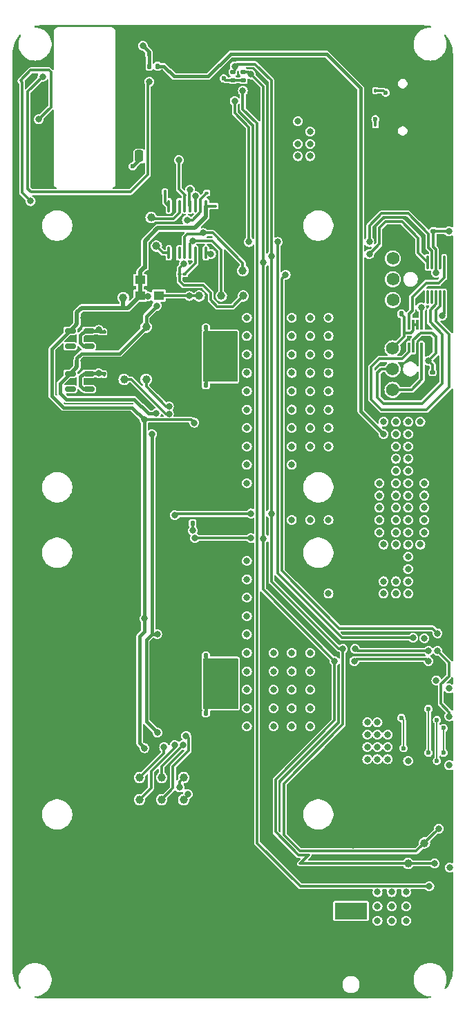
<source format=gbr>
%TF.GenerationSoftware,KiCad,Pcbnew,8.0.4*%
%TF.CreationDate,2024-11-05T20:38:05+01:00*%
%TF.ProjectId,BitForgeNano,42697446-6f72-4676-954e-616e6f2e6b69,rev?*%
%TF.SameCoordinates,Original*%
%TF.FileFunction,Copper,L6,Bot*%
%TF.FilePolarity,Positive*%
%FSLAX46Y46*%
G04 Gerber Fmt 4.6, Leading zero omitted, Abs format (unit mm)*
G04 Created by KiCad (PCBNEW 8.0.4) date 2024-11-05 20:38:05*
%MOMM*%
%LPD*%
G01*
G04 APERTURE LIST*
G04 Aperture macros list*
%AMRoundRect*
0 Rectangle with rounded corners*
0 $1 Rounding radius*
0 $2 $3 $4 $5 $6 $7 $8 $9 X,Y pos of 4 corners*
0 Add a 4 corners polygon primitive as box body*
4,1,4,$2,$3,$4,$5,$6,$7,$8,$9,$2,$3,0*
0 Add four circle primitives for the rounded corners*
1,1,$1+$1,$2,$3*
1,1,$1+$1,$4,$5*
1,1,$1+$1,$6,$7*
1,1,$1+$1,$8,$9*
0 Add four rect primitives between the rounded corners*
20,1,$1+$1,$2,$3,$4,$5,0*
20,1,$1+$1,$4,$5,$6,$7,0*
20,1,$1+$1,$6,$7,$8,$9,0*
20,1,$1+$1,$8,$9,$2,$3,0*%
G04 Aperture macros list end*
%TA.AperFunction,ComponentPad*%
%ADD10O,2.100000X1.000000*%
%TD*%
%TA.AperFunction,ComponentPad*%
%ADD11O,1.800000X1.000000*%
%TD*%
%TA.AperFunction,ComponentPad*%
%ADD12R,4.000000X2.000000*%
%TD*%
%TA.AperFunction,ComponentPad*%
%ADD13O,2.000000X3.500000*%
%TD*%
%TA.AperFunction,ComponentPad*%
%ADD14O,3.300000X2.000000*%
%TD*%
%TA.AperFunction,ComponentPad*%
%ADD15C,1.574800*%
%TD*%
%TA.AperFunction,ComponentPad*%
%ADD16C,0.400000*%
%TD*%
%TA.AperFunction,SMDPad,CuDef*%
%ADD17C,1.000000*%
%TD*%
%TA.AperFunction,SMDPad,CuDef*%
%ADD18RoundRect,0.100000X-0.130000X-0.100000X0.130000X-0.100000X0.130000X0.100000X-0.130000X0.100000X0*%
%TD*%
%TA.AperFunction,SMDPad,CuDef*%
%ADD19RoundRect,0.135000X-0.185000X0.135000X-0.185000X-0.135000X0.185000X-0.135000X0.185000X0.135000X0*%
%TD*%
%TA.AperFunction,SMDPad,CuDef*%
%ADD20RoundRect,0.250000X0.325000X1.100000X-0.325000X1.100000X-0.325000X-1.100000X0.325000X-1.100000X0*%
%TD*%
%TA.AperFunction,SMDPad,CuDef*%
%ADD21RoundRect,0.140000X0.140000X0.170000X-0.140000X0.170000X-0.140000X-0.170000X0.140000X-0.170000X0*%
%TD*%
%TA.AperFunction,SMDPad,CuDef*%
%ADD22RoundRect,0.250000X0.250000X0.475000X-0.250000X0.475000X-0.250000X-0.475000X0.250000X-0.475000X0*%
%TD*%
%TA.AperFunction,SMDPad,CuDef*%
%ADD23RoundRect,0.150000X0.512500X0.150000X-0.512500X0.150000X-0.512500X-0.150000X0.512500X-0.150000X0*%
%TD*%
%TA.AperFunction,SMDPad,CuDef*%
%ADD24RoundRect,0.087500X0.087500X-0.725000X0.087500X0.725000X-0.087500X0.725000X-0.087500X-0.725000X0*%
%TD*%
%TA.AperFunction,SMDPad,CuDef*%
%ADD25RoundRect,0.140000X-0.170000X0.140000X-0.170000X-0.140000X0.170000X-0.140000X0.170000X0.140000X0*%
%TD*%
%TA.AperFunction,SMDPad,CuDef*%
%ADD26RoundRect,0.135000X-0.135000X-0.185000X0.135000X-0.185000X0.135000X0.185000X-0.135000X0.185000X0*%
%TD*%
%TA.AperFunction,SMDPad,CuDef*%
%ADD27RoundRect,0.100000X-0.100000X0.130000X-0.100000X-0.130000X0.100000X-0.130000X0.100000X0.130000X0*%
%TD*%
%TA.AperFunction,SMDPad,CuDef*%
%ADD28RoundRect,0.087500X0.087500X-0.537500X0.087500X0.537500X-0.087500X0.537500X-0.087500X-0.537500X0*%
%TD*%
%TA.AperFunction,SMDPad,CuDef*%
%ADD29RoundRect,0.100000X0.130000X0.100000X-0.130000X0.100000X-0.130000X-0.100000X0.130000X-0.100000X0*%
%TD*%
%TA.AperFunction,SMDPad,CuDef*%
%ADD30RoundRect,0.140000X0.170000X-0.140000X0.170000X0.140000X-0.170000X0.140000X-0.170000X-0.140000X0*%
%TD*%
%TA.AperFunction,SMDPad,CuDef*%
%ADD31RoundRect,0.100000X0.100000X-0.130000X0.100000X0.130000X-0.100000X0.130000X-0.100000X-0.130000X0*%
%TD*%
%TA.AperFunction,SMDPad,CuDef*%
%ADD32R,1.300000X1.100000*%
%TD*%
%TA.AperFunction,SMDPad,CuDef*%
%ADD33RoundRect,0.100000X0.100000X-0.637500X0.100000X0.637500X-0.100000X0.637500X-0.100000X-0.637500X0*%
%TD*%
%TA.AperFunction,SMDPad,CuDef*%
%ADD34RoundRect,0.135000X0.185000X-0.135000X0.185000X0.135000X-0.185000X0.135000X-0.185000X-0.135000X0*%
%TD*%
%TA.AperFunction,ViaPad*%
%ADD35C,0.800000*%
%TD*%
%TA.AperFunction,ViaPad*%
%ADD36C,0.600000*%
%TD*%
%TA.AperFunction,Conductor*%
%ADD37C,0.300000*%
%TD*%
%TA.AperFunction,Conductor*%
%ADD38C,0.500000*%
%TD*%
%TA.AperFunction,Conductor*%
%ADD39C,0.400000*%
%TD*%
%TA.AperFunction,Conductor*%
%ADD40C,0.350000*%
%TD*%
%TA.AperFunction,Conductor*%
%ADD41C,0.200000*%
%TD*%
G04 APERTURE END LIST*
D10*
%TO.P,J5,S1,SHIELD*%
%TO.N,GND*%
X92830000Y-60845000D03*
D11*
X97010000Y-60845000D03*
D10*
X92830000Y-52205000D03*
D11*
X97010000Y-52205000D03*
%TD*%
D12*
%TO.P,J1,1*%
%TO.N,VIN*%
X87000000Y-154800000D03*
D13*
%TO.P,J1,2*%
%TO.N,GND*%
X82500000Y-161800000D03*
D14*
X87000000Y-160800000D03*
D13*
X91500000Y-161800000D03*
%TD*%
D15*
%TO.P,J8,1,Pin_1*%
%TO.N,GND*%
X92100000Y-83460000D03*
%TO.P,J8,2,Pin_2*%
%TO.N,+5V*%
X92100000Y-86000000D03*
%TO.P,J8,3,Pin_3*%
%TO.N,/Fan/FAN2_TACH*%
X92100000Y-88540000D03*
%TO.P,J8,4,Pin_4*%
%TO.N,/Fan/FAN2_PWM*%
X92100000Y-91080000D03*
%TD*%
D16*
%TO.P,U12,41,PAD*%
%TO.N,GND*%
X94200000Y-126320000D03*
X92800000Y-126320000D03*
X91400000Y-126320000D03*
X95200000Y-127600000D03*
X94200000Y-127600000D03*
X92800000Y-127600000D03*
X91400000Y-127600000D03*
X90400000Y-127600000D03*
X94200000Y-128880000D03*
X92800000Y-128880000D03*
X91400000Y-128880000D03*
%TD*%
D15*
%TO.P,J6,1,Pin_1*%
%TO.N,GND*%
X92138851Y-72479400D03*
%TO.P,J6,2,Pin_2*%
%TO.N,+5V*%
X92138851Y-75019400D03*
%TO.P,J6,3,Pin_3*%
%TO.N,/Fan/FAN1_TACH*%
X92138851Y-77559400D03*
%TO.P,J6,4,Pin_4*%
%TO.N,/Fan/FAN1_PWM*%
X92138851Y-80099400D03*
%TD*%
D17*
%TO.P,TP26,1,1*%
%TO.N,Net-(U9-TEMP_N)*%
X59200000Y-89800000D03*
%TD*%
%TO.P,TP20,1,1*%
%TO.N,Net-(U3-CO)*%
X66500000Y-141200000D03*
%TD*%
D18*
%TO.P,C32,1*%
%TO.N,/Domain/1V2*%
X53430000Y-82300000D03*
%TO.P,C32,2*%
%TO.N,GND*%
X54070000Y-82300000D03*
%TD*%
D19*
%TO.P,R25,1*%
%TO.N,/SCL*%
X72550000Y-52200000D03*
%TO.P,R25,2*%
%TO.N,3V3*%
X72550000Y-53220000D03*
%TD*%
D20*
%TO.P,C41,1*%
%TO.N,VDD*%
X70225000Y-87000000D03*
%TO.P,C41,2*%
%TO.N,GND*%
X67275000Y-87000000D03*
%TD*%
D17*
%TO.P,TP11,1,1*%
%TO.N,/Domain/I_NRSTI*%
X73750000Y-76500000D03*
%TD*%
%TO.P,TP22,1,1*%
%TO.N,Net-(U3-CLKO)*%
X63800000Y-141200000D03*
%TD*%
D21*
%TO.P,C46,1*%
%TO.N,+5V*%
X93180000Y-81800000D03*
%TO.P,C46,2*%
%TO.N,GND*%
X92220000Y-81800000D03*
%TD*%
%TO.P,C40,1*%
%TO.N,VDD*%
X69230000Y-90500000D03*
%TO.P,C40,2*%
%TO.N,GND*%
X68270000Y-90500000D03*
%TD*%
%TO.P,C35,1*%
%TO.N,GND*%
X62700000Y-76000000D03*
%TO.P,C35,2*%
%TO.N,/Domain/1V2*%
X61740000Y-76000000D03*
%TD*%
D17*
%TO.P,TP16,1,1*%
%TO.N,/SDA*%
X94000000Y-149000000D03*
%TD*%
%TO.P,TP12,1,1*%
%TO.N,Net-(U1-B4)*%
X62500000Y-70000000D03*
%TD*%
D22*
%TO.P,C47,1*%
%TO.N,3V3*%
X61050000Y-62500000D03*
%TO.P,C47,2*%
%TO.N,GND*%
X59150000Y-62500000D03*
%TD*%
D23*
%TO.P,U6,1,VIN*%
%TO.N,+5V*%
X54887500Y-89100000D03*
%TO.P,U6,2,GND*%
%TO.N,GND*%
X54887500Y-90050000D03*
%TO.P,U6,3,EN*%
%TO.N,+5V*%
X54887500Y-91000000D03*
%TO.P,U6,4,PG*%
%TO.N,unconnected-(U6-PG-Pad4)*%
X52612500Y-91000000D03*
%TO.P,U6,5,VOUT*%
%TO.N,/Domain/0V8*%
X52612500Y-89100000D03*
%TD*%
D24*
%TO.P,U2,1,SMDATA*%
%TO.N,/SDA*%
X96400000Y-75487500D03*
%TO.P,U2,2,SMCLK*%
%TO.N,/SCL*%
X96900000Y-75487500D03*
%TO.P,U2,3,VDD*%
%TO.N,3V3*%
X97400000Y-75487500D03*
%TO.P,U2,4,GND*%
%TO.N,GND*%
X97900000Y-75487500D03*
%TO.P,U2,5,PWM1*%
%TO.N,/Fan/PWM1*%
X98400000Y-75487500D03*
%TO.P,U2,6,TACH1*%
%TO.N,/Fan/FAN1_TACH*%
X98400000Y-79712500D03*
%TO.P,U2,7,PWM2*%
%TO.N,/Fan/PWM2*%
X97900000Y-79712500D03*
%TO.P,U2,8,TACH2*%
%TO.N,/Fan/FAN2_TACH*%
X97400000Y-79712500D03*
%TO.P,U2,9,CLK*%
%TO.N,unconnected-(U2-CLK-Pad9)*%
X96900000Y-79712500D03*
%TO.P,U2,10,\u002AALERT*%
%TO.N,unconnected-(U2-\u002AALERT-Pad10)*%
X96400000Y-79712500D03*
%TD*%
D17*
%TO.P,TP9,1,1*%
%TO.N,/Domain/CLKI*%
X68400000Y-79600000D03*
%TD*%
%TO.P,TP27,1,1*%
%TO.N,Net-(U9-TEMP_P)*%
X61900000Y-89800000D03*
%TD*%
%TO.P,TP17,1,1*%
%TO.N,/SCL*%
X96000000Y-146500000D03*
%TD*%
D25*
%TO.P,C45,1*%
%TO.N,3V3*%
X97000000Y-88920000D03*
%TO.P,C45,2*%
%TO.N,GND*%
X97000000Y-89880000D03*
%TD*%
D17*
%TO.P,TP25,1,1*%
%TO.N,Net-(U3-TEMP_P)*%
X61100000Y-138500000D03*
%TD*%
D18*
%TO.P,C34,1*%
%TO.N,/Domain/0V8*%
X53430000Y-87550000D03*
%TO.P,C34,2*%
%TO.N,GND*%
X54070000Y-87550000D03*
%TD*%
%TO.P,C50,1*%
%TO.N,3V3*%
X69335000Y-67000000D03*
%TO.P,C50,2*%
%TO.N,GND*%
X69975000Y-67000000D03*
%TD*%
D21*
%TO.P,C39,1*%
%TO.N,VDD*%
X69230000Y-89500000D03*
%TO.P,C39,2*%
%TO.N,GND*%
X68270000Y-89500000D03*
%TD*%
D17*
%TO.P,TP21,1,1*%
%TO.N,Net-(U3-RI)*%
X66500000Y-138500000D03*
%TD*%
D21*
%TO.P,C42,1*%
%TO.N,3V3*%
X67580000Y-107400000D03*
%TO.P,C42,2*%
%TO.N,GND*%
X66620000Y-107400000D03*
%TD*%
%TO.P,C29,1*%
%TO.N,VDD*%
X69230000Y-83500000D03*
%TO.P,C29,2*%
%TO.N,GND*%
X68270000Y-83500000D03*
%TD*%
D26*
%TO.P,R14,1*%
%TO.N,/ESP32/VDD_SAMPLE_0*%
X62290000Y-51500000D03*
%TO.P,R14,2*%
%TO.N,VDD*%
X63310000Y-51500000D03*
%TD*%
D27*
%TO.P,C31,1*%
%TO.N,+5V*%
X56750000Y-83980000D03*
%TO.P,C31,2*%
%TO.N,GND*%
X56750000Y-84620000D03*
%TD*%
D28*
%TO.P,U23,1,B2Y*%
%TO.N,/Fan/FAN2_PWM*%
X95650000Y-85900000D03*
%TO.P,U23,2,GND*%
%TO.N,GND*%
X95150000Y-85900000D03*
%TO.P,U23,3,VCCA*%
%TO.N,3V3*%
X94650000Y-85900000D03*
%TO.P,U23,4,A2*%
%TO.N,/Fan/PWM2*%
X94150000Y-85900000D03*
%TO.P,U23,5,A1*%
%TO.N,/Fan/PWM1*%
X94150000Y-83100000D03*
%TO.P,U23,6,OE*%
%TO.N,+5V*%
X94650000Y-83100000D03*
%TO.P,U23,7,VCCB*%
X95150000Y-83100000D03*
%TO.P,U23,8,B1Y*%
%TO.N,/Fan/FAN1_PWM*%
X95650000Y-83100000D03*
%TD*%
D29*
%TO.P,R27,1*%
%TO.N,Net-(U1-A1)*%
X66620000Y-76900000D03*
%TO.P,R27,2*%
%TO.N,/Domain/I_RO*%
X65980000Y-76900000D03*
%TD*%
D30*
%TO.P,C21,1*%
%TO.N,3V3*%
X97100000Y-71680000D03*
%TO.P,C21,2*%
%TO.N,GND*%
X97100000Y-70720000D03*
%TD*%
D21*
%TO.P,C60,1*%
%TO.N,VDD*%
X69230000Y-124600000D03*
%TO.P,C60,2*%
%TO.N,GND*%
X68270000Y-124600000D03*
%TD*%
D27*
%TO.P,C33,1*%
%TO.N,+5V*%
X56750000Y-89230000D03*
%TO.P,C33,2*%
%TO.N,GND*%
X56750000Y-89870000D03*
%TD*%
D17*
%TO.P,TP18,1,1*%
%TO.N,Net-(U1-DIR4)*%
X63150000Y-73500000D03*
%TD*%
D29*
%TO.P,C15,1*%
%TO.N,GND*%
X70970000Y-68600000D03*
%TO.P,C15,2*%
%TO.N,/Domain/1V2*%
X70330000Y-68600000D03*
%TD*%
D31*
%TO.P,R31,1*%
%TO.N,Net-(U1-OE)*%
X64200000Y-66865000D03*
%TO.P,R31,2*%
%TO.N,GND*%
X64200000Y-66225000D03*
%TD*%
D21*
%TO.P,C59,1*%
%TO.N,VDD*%
X69230000Y-123600000D03*
%TO.P,C59,2*%
%TO.N,GND*%
X68270000Y-123600000D03*
%TD*%
D32*
%TO.P,U11,1,EN*%
%TO.N,/Domain/1V2*%
X61150000Y-77650000D03*
%TO.P,U11,2,GND*%
%TO.N,GND*%
X63450000Y-77650000D03*
%TO.P,U11,3,OUT*%
%TO.N,/Domain/CLKI*%
X63450000Y-79550000D03*
%TO.P,U11,4,VIN*%
%TO.N,/Domain/1V2*%
X61150000Y-79550000D03*
%TD*%
D33*
%TO.P,U1,1,DIR1*%
%TO.N,3V3*%
X69225000Y-74325000D03*
%TO.P,U1,2,DIR2*%
%TO.N,GND*%
X68575000Y-74325000D03*
%TO.P,U1,3,A1*%
%TO.N,Net-(U1-A1)*%
X67925000Y-74325000D03*
%TO.P,U1,4,A2*%
%TO.N,/Domain/I_CI*%
X67275000Y-74325000D03*
%TO.P,U1,5,A3*%
%TO.N,/Domain/I_NRSTI*%
X66625000Y-74325000D03*
%TO.P,U1,6,A4*%
%TO.N,unconnected-(U1-A4-Pad6)*%
X65975000Y-74325000D03*
%TO.P,U1,7,DIR3*%
%TO.N,GND*%
X65325000Y-74325000D03*
%TO.P,U1,8,DIR4*%
%TO.N,Net-(U1-DIR4)*%
X64675000Y-74325000D03*
%TO.P,U1,9,OE*%
%TO.N,Net-(U1-OE)*%
X64675000Y-68600000D03*
%TO.P,U1,10,GND*%
%TO.N,GND*%
X65325000Y-68600000D03*
%TO.P,U1,11,B4*%
%TO.N,Net-(U1-B4)*%
X65975000Y-68600000D03*
%TO.P,U1,12,B3*%
%TO.N,/RST*%
X66625000Y-68600000D03*
%TO.P,U1,13,B2*%
%TO.N,/TX*%
X67275000Y-68600000D03*
%TO.P,U1,14,B1*%
%TO.N,/RX*%
X67925000Y-68600000D03*
%TO.P,U1,15,VCCB*%
%TO.N,3V3*%
X68575000Y-68600000D03*
%TO.P,U1,16,VCCA*%
%TO.N,/Domain/1V2*%
X69225000Y-68600000D03*
%TD*%
D17*
%TO.P,TP8,1,1*%
%TO.N,/Domain/0V8*%
X61900000Y-83400000D03*
%TD*%
%TO.P,TP7,1,1*%
%TO.N,/Domain/1V2*%
X59100000Y-79800000D03*
%TD*%
%TO.P,TP23,1,1*%
%TO.N,Net-(U3-BO)*%
X63800000Y-138500000D03*
%TD*%
%TO.P,TP24,1,1*%
%TO.N,Net-(U3-TEMP_N)*%
X61100000Y-141200000D03*
%TD*%
D27*
%TO.P,R29,1*%
%TO.N,GND*%
X90000000Y-53860000D03*
%TO.P,R29,2*%
%TO.N,Net-(J5-CC2)*%
X90000000Y-54500000D03*
%TD*%
D20*
%TO.P,C64,1*%
%TO.N,VDD*%
X70225000Y-127100000D03*
%TO.P,C64,2*%
%TO.N,GND*%
X67275000Y-127100000D03*
%TD*%
D21*
%TO.P,C58,1*%
%TO.N,VDD*%
X69230000Y-130600000D03*
%TO.P,C58,2*%
%TO.N,GND*%
X68270000Y-130600000D03*
%TD*%
D26*
%TO.P,R22,1*%
%TO.N,GND*%
X61250000Y-50030000D03*
%TO.P,R22,2*%
%TO.N,/ESP32/VDD_SAMPLE_0*%
X62270000Y-50030000D03*
%TD*%
D17*
%TO.P,TP6,1,1*%
%TO.N,/Domain/I_RO*%
X73800000Y-79600000D03*
%TD*%
D31*
%TO.P,R28,1*%
%TO.N,GND*%
X90000000Y-59320000D03*
%TO.P,R28,2*%
%TO.N,Net-(J5-CC1)*%
X90000000Y-58680000D03*
%TD*%
D34*
%TO.P,R26,1*%
%TO.N,3V3*%
X73800000Y-53220000D03*
%TO.P,R26,2*%
%TO.N,/SDA*%
X73800000Y-52200000D03*
%TD*%
D17*
%TO.P,TP10,1,1*%
%TO.N,/Domain/I_CI*%
X71100000Y-79600000D03*
%TD*%
D21*
%TO.P,C61,1*%
%TO.N,VDD*%
X69230000Y-129600000D03*
%TO.P,C61,2*%
%TO.N,GND*%
X68270000Y-129600000D03*
%TD*%
D23*
%TO.P,U5,1,VIN*%
%TO.N,+5V*%
X54887500Y-83850000D03*
%TO.P,U5,2,GND*%
%TO.N,GND*%
X54887500Y-84800000D03*
%TO.P,U5,3,EN*%
%TO.N,+5V*%
X54887500Y-85750000D03*
%TO.P,U5,4,PG*%
%TO.N,unconnected-(U5-PG-Pad4)*%
X52612500Y-85750000D03*
%TO.P,U5,5,VOUT*%
%TO.N,/Domain/1V2*%
X52612500Y-83850000D03*
%TD*%
D21*
%TO.P,C17,1*%
%TO.N,VDD*%
X69230000Y-84500000D03*
%TO.P,C17,2*%
%TO.N,GND*%
X68270000Y-84500000D03*
%TD*%
D35*
%TO.N,GND*%
X49000000Y-152000000D03*
X64500000Y-120300000D03*
X54000000Y-77000000D03*
X64600000Y-58700000D03*
X66000000Y-60100000D03*
X69000000Y-147000000D03*
X54000000Y-162000000D03*
X84000000Y-137000000D03*
X63100000Y-124500000D03*
X65100000Y-84400000D03*
X67100000Y-125700000D03*
X57400000Y-89850000D03*
X65100000Y-89500000D03*
X67100000Y-88300000D03*
X65100000Y-127000000D03*
X89000000Y-100000000D03*
X65100000Y-129500000D03*
X64000000Y-157000000D03*
X89000000Y-104500000D03*
X87250000Y-140750000D03*
X69306000Y-120300000D03*
X99000000Y-142250000D03*
X54000000Y-97000000D03*
X65100000Y-128300000D03*
X64100000Y-127000000D03*
X64100000Y-88300000D03*
X49000000Y-147000000D03*
X54000000Y-157000000D03*
X63100000Y-125700000D03*
X59000000Y-162000000D03*
X87250000Y-130250000D03*
X87500000Y-105500000D03*
X87500000Y-96500000D03*
X74000000Y-157000000D03*
X49000000Y-132000000D03*
X87500000Y-107000000D03*
X71400000Y-97987500D03*
X67100000Y-124500000D03*
X66100000Y-88300000D03*
X79000000Y-52000000D03*
X87250000Y-146750000D03*
X49000000Y-77000000D03*
X89000000Y-96500000D03*
X67400000Y-55900000D03*
X65100000Y-124500000D03*
X59000000Y-107000000D03*
X87500000Y-102500000D03*
X94000000Y-162000000D03*
X59000000Y-152000000D03*
X97916431Y-125529246D03*
X64000000Y-97000000D03*
X59000000Y-97000000D03*
X66100000Y-87000000D03*
X59400000Y-60500000D03*
X65100000Y-125700000D03*
X67100000Y-89500000D03*
X59000000Y-117000000D03*
X68100000Y-87000000D03*
X68800000Y-60100000D03*
X59000000Y-112000000D03*
X59000000Y-102000000D03*
X94800000Y-87325000D03*
X65100000Y-85700000D03*
X64000000Y-147000000D03*
X63500000Y-118305000D03*
X54000000Y-107000000D03*
X87250000Y-136250000D03*
X74000000Y-162000000D03*
X59000000Y-64200000D03*
X49000000Y-97000000D03*
X67100000Y-128300000D03*
X84000000Y-77000000D03*
X87500000Y-98000000D03*
X59000000Y-142000000D03*
X59000000Y-49100000D03*
X87250000Y-145250000D03*
X90000000Y-60000000D03*
X64600000Y-57300000D03*
X69000000Y-162000000D03*
X71500000Y-68600000D03*
X67100000Y-85700000D03*
X59000000Y-127000000D03*
X64000000Y-107000000D03*
X57400000Y-84620000D03*
X54000000Y-152000000D03*
X46000000Y-67750000D03*
X66100000Y-89500000D03*
X97900000Y-73400000D03*
X64600000Y-55900000D03*
X89000000Y-47000000D03*
X63100000Y-85700000D03*
X87250000Y-125750000D03*
X68100000Y-128300000D03*
X87500000Y-108500000D03*
X64000000Y-162000000D03*
X79000000Y-162000000D03*
X84000000Y-47000000D03*
X64100000Y-89500000D03*
X99000000Y-145250000D03*
X87250000Y-128750000D03*
X54000000Y-127000000D03*
X63500000Y-76000000D03*
X87500000Y-99500000D03*
X49000000Y-157000000D03*
X66000000Y-58700000D03*
X65400000Y-75700000D03*
X68800000Y-58700000D03*
X68250000Y-136850000D03*
X64600000Y-81800000D03*
X81000000Y-65750000D03*
X59000000Y-72000000D03*
X89000000Y-52000000D03*
X59000000Y-77000000D03*
X64100000Y-124500000D03*
X99000000Y-139250000D03*
X66100000Y-129500000D03*
X59000000Y-137000000D03*
X70500000Y-138100000D03*
X59000000Y-132000000D03*
X54000000Y-122000000D03*
X64500000Y-92100000D03*
X68945000Y-98080000D03*
X59000000Y-147000000D03*
X89000000Y-107000000D03*
X54000000Y-117000000D03*
X63100000Y-88300000D03*
X70300000Y-75750000D03*
X99000000Y-143750000D03*
X87250000Y-143750000D03*
X99000000Y-67000000D03*
X63100000Y-129500000D03*
X68100000Y-125700000D03*
X54800000Y-82300000D03*
X84000000Y-57000000D03*
X49000000Y-82000000D03*
X74000000Y-152000000D03*
X69500000Y-92800000D03*
X87500000Y-104000000D03*
X99000000Y-140750000D03*
X64600000Y-60100000D03*
X63100000Y-89500000D03*
X54000000Y-147000000D03*
X63100000Y-128300000D03*
X66100000Y-128300000D03*
X69000000Y-142000000D03*
X54750000Y-87550000D03*
X69206000Y-81800000D03*
X69000000Y-152000000D03*
X64100000Y-84400000D03*
X80439800Y-55800000D03*
X69000000Y-157000000D03*
X87500000Y-101000000D03*
X89000000Y-98000000D03*
X59000000Y-157000000D03*
X54000000Y-132000000D03*
X65100000Y-87000000D03*
X67400000Y-58700000D03*
X66000000Y-57300000D03*
X49000000Y-107000000D03*
X66100000Y-84400000D03*
X68800000Y-57300000D03*
X66100000Y-127000000D03*
X94000000Y-67000000D03*
X64000000Y-112000000D03*
X61200000Y-50900000D03*
X49000000Y-117000000D03*
X64100000Y-85700000D03*
X63100000Y-84400000D03*
X68100000Y-85700000D03*
X66100000Y-125700000D03*
X49000000Y-137000000D03*
X63100000Y-127000000D03*
X66000000Y-55900000D03*
X67400000Y-60100000D03*
X70500000Y-115855000D03*
X49000000Y-127000000D03*
X65375000Y-67300000D03*
X64100000Y-129500000D03*
X64000000Y-102000000D03*
X87250000Y-142250000D03*
X64100000Y-87000000D03*
X66400000Y-108300000D03*
X87250000Y-134750000D03*
X67100000Y-84400000D03*
X68100000Y-127000000D03*
X74000000Y-137000000D03*
X49000000Y-92000000D03*
X66100000Y-124500000D03*
X64000000Y-117000000D03*
X64000000Y-152000000D03*
X87250000Y-127250000D03*
X67400000Y-57300000D03*
X65100000Y-88300000D03*
X89000000Y-102250000D03*
X49000000Y-87000000D03*
X90000000Y-53200000D03*
X79000000Y-152000000D03*
X74000000Y-147000000D03*
X59000000Y-122000000D03*
X87250000Y-139250000D03*
X84000000Y-52000000D03*
X79000000Y-157000000D03*
X74000000Y-142000000D03*
X64100000Y-125700000D03*
X66100000Y-85700000D03*
X68100000Y-88300000D03*
X87250000Y-137750000D03*
X67100000Y-129500000D03*
X54000000Y-137000000D03*
X97100000Y-69900000D03*
X49000000Y-122000000D03*
X79000000Y-47000000D03*
X63100000Y-87000000D03*
X64100000Y-128300000D03*
%TO.N,VDD*%
X79750000Y-84500000D03*
X92500000Y-110000000D03*
X72600000Y-84500000D03*
X91000000Y-110000000D03*
X70600000Y-128300000D03*
X96000000Y-104000000D03*
X95500000Y-110000000D03*
X90500000Y-105500000D03*
X90500000Y-108500000D03*
X74250000Y-123250000D03*
X82000000Y-127750000D03*
X91000000Y-96500000D03*
X71600000Y-128300000D03*
X79750000Y-107000000D03*
X69600000Y-128300000D03*
X71600000Y-85680000D03*
X79750000Y-125500000D03*
X74250000Y-93500000D03*
X92500000Y-116000000D03*
X94000000Y-110000000D03*
X94000000Y-108500000D03*
X71600000Y-87000000D03*
X77500000Y-132250000D03*
X70600000Y-124500000D03*
X74250000Y-98000000D03*
X74250000Y-114250000D03*
X82000000Y-84500000D03*
X70600000Y-89500000D03*
X69600000Y-127000000D03*
X82000000Y-130000000D03*
X90500000Y-107000000D03*
X94000000Y-104000000D03*
X69600000Y-85680000D03*
X96000000Y-102500000D03*
X72600000Y-128300000D03*
X72600000Y-87000000D03*
X77500000Y-125500000D03*
X74250000Y-130000000D03*
X94000000Y-99500000D03*
X70600000Y-88300000D03*
X94000000Y-113000000D03*
X92500000Y-108500000D03*
X79750000Y-100250000D03*
X84250000Y-89000000D03*
X70600000Y-84400000D03*
X82000000Y-98000000D03*
X92500000Y-102500000D03*
X74250000Y-86750000D03*
X70600000Y-85680000D03*
X79750000Y-93500000D03*
X84250000Y-86750000D03*
X74250000Y-91250000D03*
X92500000Y-95000000D03*
X72600000Y-88300000D03*
X79750000Y-132250000D03*
X72600000Y-85700000D03*
X82000000Y-82250000D03*
X94000000Y-96500000D03*
X92500000Y-104000000D03*
X96000000Y-107000000D03*
X79750000Y-89000000D03*
X74250000Y-112000000D03*
X84250000Y-93500000D03*
X82000000Y-123250000D03*
X71600000Y-124500000D03*
X92500000Y-105500000D03*
X74250000Y-89000000D03*
X74250000Y-121000000D03*
X92500000Y-114500000D03*
X82000000Y-95750000D03*
X94000000Y-116000000D03*
X84250000Y-91250000D03*
X82000000Y-107000000D03*
X70600000Y-127000000D03*
X72600000Y-89500000D03*
X84250000Y-107000000D03*
X84250000Y-116000000D03*
X74250000Y-127750000D03*
X91000000Y-114500000D03*
X74250000Y-125500000D03*
X92500000Y-99500000D03*
X91000000Y-95000000D03*
X71600000Y-89500000D03*
X79750000Y-86750000D03*
X79750000Y-127750000D03*
X74250000Y-116500000D03*
X91000000Y-116000000D03*
X82000000Y-132250000D03*
X74250000Y-102500000D03*
X94000000Y-95000000D03*
X82000000Y-89000000D03*
X94000000Y-105500000D03*
X94000000Y-107000000D03*
X72600000Y-129500000D03*
X94000000Y-111500000D03*
X69600000Y-88300000D03*
X70600000Y-129500000D03*
X94000000Y-98000000D03*
X71600000Y-127000000D03*
X72600000Y-125700000D03*
X79750000Y-130000000D03*
X92500000Y-107000000D03*
X74250000Y-84500000D03*
X74250000Y-82250000D03*
X82000000Y-93500000D03*
X90500000Y-102500000D03*
X92500000Y-101000000D03*
X82000000Y-125500000D03*
X94000000Y-101000000D03*
X72600000Y-124500000D03*
X71600000Y-125700000D03*
X69600000Y-125700000D03*
X79750000Y-82250000D03*
X69600000Y-87000000D03*
X96000000Y-105500000D03*
X84250000Y-82250000D03*
X71600000Y-129500000D03*
X74250000Y-132250000D03*
X94000000Y-114500000D03*
X92500000Y-98000000D03*
X82000000Y-91250000D03*
X70600000Y-87000000D03*
X79750000Y-91250000D03*
X74250000Y-118750000D03*
X94000000Y-102500000D03*
X74250000Y-95750000D03*
X79750000Y-98000000D03*
X96000000Y-108500000D03*
X92500000Y-96500000D03*
X84250000Y-84500000D03*
X74250000Y-100250000D03*
X79750000Y-95750000D03*
X77500000Y-130000000D03*
X84250000Y-95750000D03*
X82000000Y-86750000D03*
X72600000Y-127000000D03*
X99000000Y-127600000D03*
X71600000Y-84400000D03*
X79750000Y-123250000D03*
X90500000Y-104000000D03*
X77500000Y-123250000D03*
X77500000Y-127750000D03*
X95500000Y-95000000D03*
X84250000Y-98000000D03*
X71600000Y-88300000D03*
X70600000Y-125700000D03*
%TO.N,/Domain/0V8*%
X63280000Y-133000000D03*
X62600000Y-96487500D03*
X63260000Y-120955000D03*
X63100000Y-93987500D03*
X63200000Y-80800000D03*
D36*
%TO.N,Net-(J5-CC1)*%
X90000000Y-58000000D03*
%TO.N,Net-(J5-CC2)*%
X91250000Y-54750000D03*
D35*
%TO.N,/ESP32/IO0*%
X49200000Y-52800000D03*
X62300000Y-53400000D03*
%TO.N,/Domain/1V2*%
X61700000Y-134900000D03*
X62100000Y-79650000D03*
X61670000Y-94737500D03*
X67797488Y-95102512D03*
X61700000Y-119055000D03*
%TO.N,/Power/AGND*%
X99050000Y-137000000D03*
X97457193Y-126607193D03*
X94000000Y-136450000D03*
%TO.N,Net-(U3-RI)*%
X66000000Y-139700000D03*
%TO.N,Net-(U12-BP1V5)*%
X97600000Y-123000000D03*
X99050000Y-131000000D03*
D36*
%TO.N,Net-(U12-EN{slash}UVLO)*%
X93150000Y-131200000D03*
X93450000Y-134900000D03*
D35*
%TO.N,/Domain/I_RO*%
X66500000Y-75700000D03*
%TO.N,/Domain/CLKI*%
X67198000Y-79600000D03*
%TO.N,/TX*%
X67300000Y-66600000D03*
%TO.N,/RX*%
X67917500Y-67400000D03*
%TO.N,/RST*%
X65900000Y-63000000D03*
%TO.N,/Domain/I_CI*%
X67600000Y-72850000D03*
%TO.N,/Domain/I_NRSTI*%
X68900000Y-71900000D03*
D36*
%TO.N,Net-(U12-MSEL1)*%
X96500000Y-135450000D03*
X96500000Y-130100000D03*
D35*
%TO.N,/Power/SMB_ALRT*%
X72750000Y-55750000D03*
X74500000Y-73000000D03*
X78000000Y-73000000D03*
X94600000Y-121400000D03*
%TO.N,/ESP32/VDD_SAMPLE_0*%
X61500000Y-49000000D03*
%TO.N,/Fan/FAN1_TACH*%
X98200000Y-82000000D03*
%TO.N,/Fan/FAN1_PWM*%
X95600000Y-81000000D03*
D36*
%TO.N,Net-(U12-ADRSEL)*%
X97540000Y-136450000D03*
X97540000Y-131450000D03*
%TO.N,Net-(U12-VSEL)*%
X98330000Y-132432407D03*
X98330000Y-135450000D03*
D35*
%TO.N,/SCL*%
X89250000Y-73000000D03*
X74750000Y-106200000D03*
X96500000Y-123000000D03*
X77250000Y-106200000D03*
X65400000Y-106400000D03*
X97750000Y-144750000D03*
X77250000Y-74750000D03*
X87500000Y-122750000D03*
X86000000Y-122750000D03*
X72750000Y-51500000D03*
%TO.N,/SDA*%
X76250000Y-109250000D03*
X76250000Y-75500000D03*
X85000000Y-124250000D03*
X89250000Y-74500000D03*
X67875000Y-109212500D03*
X74750000Y-52500000D03*
X96500000Y-124250000D03*
X97250000Y-149000000D03*
X87400000Y-124250000D03*
X74750000Y-109212500D03*
%TO.N,VIN*%
X93750000Y-152500000D03*
X93750000Y-154250000D03*
X90250000Y-152500000D03*
X92000000Y-152500000D03*
X92000000Y-154250000D03*
X90250000Y-156000000D03*
X90250000Y-154250000D03*
X92000000Y-156000000D03*
X93750000Y-156000000D03*
%TO.N,Net-(U3-CO)*%
X67000000Y-140500000D03*
%TO.N,Net-(U3-CLKO)*%
X66800000Y-133400000D03*
%TO.N,Net-(U3-BO)*%
X66400000Y-134500000D03*
%TO.N,Net-(U3-TEMP_N)*%
X65400000Y-134500000D03*
%TO.N,3V3*%
X67600000Y-108300000D03*
X66900000Y-70300000D03*
D36*
X71400000Y-53000000D03*
D35*
X82000000Y-62500000D03*
X48750000Y-58000000D03*
X96500000Y-87500000D03*
X97400000Y-76750000D03*
D36*
X60250000Y-63750000D03*
D35*
X99100000Y-149500000D03*
X80500000Y-61000000D03*
X47750000Y-68000000D03*
X96000000Y-121450000D03*
X69850000Y-74450000D03*
X82000000Y-59500000D03*
X80500000Y-62500000D03*
X82000000Y-61000000D03*
X99000000Y-71700000D03*
%TO.N,Net-(U3-TEMP_P)*%
X64100000Y-134800000D03*
%TO.N,+5V*%
X90250000Y-134750000D03*
X80500000Y-58250000D03*
X91500000Y-136250000D03*
X90250000Y-136250000D03*
X89000000Y-133250000D03*
X56075000Y-83750000D03*
X89000000Y-131750000D03*
X90250000Y-131750000D03*
X56075000Y-89050000D03*
X90250000Y-133250000D03*
X89000000Y-134750000D03*
X91500000Y-133250000D03*
X91500000Y-134750000D03*
X89000000Y-136250000D03*
%TO.N,/Power/PGOOD*%
X79000000Y-77000000D03*
X97600000Y-120850000D03*
%TO.N,Net-(U9-TEMP_N)*%
X64700000Y-94037500D03*
%TO.N,Net-(U9-TEMP_P)*%
X64700000Y-93087497D03*
%TO.N,/ESP32/INA_ALRT*%
X96600000Y-151800000D03*
X73750000Y-54500000D03*
%TD*%
D37*
%TO.N,GND*%
X68575000Y-74325000D02*
X68575000Y-75575000D01*
D38*
X61250000Y-50850000D02*
X61200000Y-50900000D01*
D37*
X66400000Y-108300000D02*
X66400000Y-107620000D01*
D39*
X54887500Y-90050000D02*
X56570000Y-90050000D01*
D38*
X63450000Y-76050000D02*
X63500000Y-76000000D01*
D39*
X68270000Y-130600000D02*
X68270000Y-129670000D01*
D40*
X97100000Y-70720000D02*
X97100000Y-69900000D01*
D39*
X68270000Y-123600000D02*
X68270000Y-124600000D01*
D37*
X65325000Y-74325000D02*
X65400000Y-74400000D01*
D39*
X68300000Y-136800000D02*
X68250000Y-136850000D01*
X54800000Y-82300000D02*
X54070000Y-82300000D01*
X54887500Y-84800000D02*
X56570000Y-84800000D01*
D38*
X90000000Y-59320000D02*
X90000000Y-60000000D01*
D39*
X68270000Y-124600000D02*
X67370000Y-125500000D01*
D38*
X59150000Y-60750000D02*
X59150000Y-62500000D01*
D37*
X65400000Y-74400000D02*
X65400000Y-75700000D01*
D40*
X94800000Y-87325000D02*
X95150000Y-86975000D01*
D38*
X90000000Y-53860000D02*
X90000000Y-53200000D01*
D37*
X66400000Y-107620000D02*
X66620000Y-107400000D01*
D38*
X63450000Y-77650000D02*
X63450000Y-76050000D01*
D37*
X65375000Y-68550000D02*
X65325000Y-68600000D01*
D39*
X54070000Y-87550000D02*
X54750000Y-87550000D01*
D37*
X68750000Y-75750000D02*
X70300000Y-75750000D01*
D39*
X68270000Y-129670000D02*
X67100000Y-128500000D01*
D40*
X95150000Y-86975000D02*
X95150000Y-85900000D01*
D37*
X65220000Y-66620000D02*
X64800000Y-66200000D01*
X64775000Y-66225000D02*
X64200000Y-66225000D01*
X65220000Y-67145000D02*
X65220000Y-66620000D01*
D38*
X59400000Y-60500000D02*
X59150000Y-60750000D01*
D39*
X57380000Y-89870000D02*
X56750000Y-89870000D01*
D37*
X65375000Y-67300000D02*
X65375000Y-68550000D01*
D38*
X68270000Y-83550000D02*
X68270000Y-85330000D01*
X61250000Y-50030000D02*
X61250000Y-50850000D01*
D39*
X57400000Y-84620000D02*
X56750000Y-84620000D01*
D37*
X65220000Y-67145000D02*
X65375000Y-67300000D01*
D38*
X68270000Y-85330000D02*
X68100000Y-85500000D01*
X68270000Y-88670000D02*
X68100000Y-88500000D01*
D37*
X64800000Y-66200000D02*
X64775000Y-66225000D01*
D39*
X68300000Y-132130000D02*
X68270000Y-132100000D01*
D38*
X68270000Y-90600000D02*
X68270000Y-88670000D01*
D37*
X71020000Y-68600000D02*
X71500000Y-68600000D01*
D39*
X56570000Y-84800000D02*
X56750000Y-84620000D01*
X57400000Y-89850000D02*
X57380000Y-89870000D01*
D37*
X71500000Y-68600000D02*
X71500000Y-68525000D01*
X71500000Y-68525000D02*
X69975000Y-67000000D01*
D39*
X56570000Y-90050000D02*
X56750000Y-89870000D01*
X67370000Y-125500000D02*
X67100000Y-125500000D01*
D37*
X68575000Y-75575000D02*
X68750000Y-75750000D01*
D38*
X62700000Y-76000000D02*
X63500000Y-76000000D01*
D40*
X97900000Y-75487500D02*
X97900000Y-73400000D01*
D39*
X68300000Y-136800000D02*
X68300000Y-132130000D01*
%TO.N,VDD*%
X69500000Y-52750000D02*
X72250000Y-50000000D01*
X64100000Y-51500000D02*
X65350000Y-52750000D01*
X69230000Y-83550000D02*
X69230000Y-85310000D01*
X69230000Y-88670000D02*
X69600000Y-88300000D01*
X88200000Y-54200000D02*
X88200000Y-93700000D01*
X72250000Y-50000000D02*
X84000000Y-50000000D01*
X69230000Y-85310000D02*
X69600000Y-85680000D01*
X63310000Y-51500000D02*
X64100000Y-51500000D01*
X65350000Y-52750000D02*
X69500000Y-52750000D01*
X69230000Y-90600000D02*
X69230000Y-88670000D01*
X69230000Y-123600000D02*
X69230000Y-125330000D01*
X88200000Y-93700000D02*
X91000000Y-96500000D01*
X69230000Y-128670000D02*
X69600000Y-128300000D01*
X69230000Y-130600000D02*
X69230000Y-128670000D01*
X69600000Y-125700000D02*
X69600000Y-125500000D01*
X69230000Y-125330000D02*
X69600000Y-125700000D01*
X84000000Y-50000000D02*
X88200000Y-54200000D01*
%TO.N,/Domain/0V8*%
X60450000Y-92250000D02*
X52173658Y-92250000D01*
D38*
X53430000Y-88282500D02*
X52612500Y-89100000D01*
D39*
X61900000Y-131620000D02*
X61900000Y-121655000D01*
X61900000Y-82250000D02*
X61900000Y-83400000D01*
X63280000Y-133000000D02*
X61900000Y-131620000D01*
X52612500Y-89100000D02*
X52450000Y-89100000D01*
X62187500Y-93987500D02*
X60450000Y-92250000D01*
X63200000Y-80800000D02*
X61900000Y-82100000D01*
D38*
X53430000Y-87550000D02*
X53430000Y-88282500D01*
D39*
X62600000Y-116200000D02*
X62600000Y-96487500D01*
X53430000Y-87170000D02*
X53430000Y-87550000D01*
X52123658Y-92250000D02*
X51350000Y-91476342D01*
X51350000Y-90312500D02*
X52562500Y-89100000D01*
X62600000Y-120955000D02*
X62600000Y-114755000D01*
X58650000Y-86650000D02*
X53950000Y-86650000D01*
X61900000Y-121655000D02*
X62600000Y-120955000D01*
X63100000Y-93987500D02*
X62187500Y-93987500D01*
X61900000Y-83400000D02*
X58650000Y-86650000D01*
X51350000Y-91476342D02*
X51350000Y-90312500D01*
X61900000Y-82100000D02*
X61900000Y-82250000D01*
X53950000Y-86650000D02*
X53430000Y-87170000D01*
X62600000Y-120955000D02*
X63260000Y-120955000D01*
D37*
%TO.N,Net-(J5-CC1)*%
X90000000Y-58000000D02*
X90000000Y-58680000D01*
%TO.N,Net-(J5-CC2)*%
X91000000Y-54500000D02*
X91250000Y-54750000D01*
X90000000Y-54500000D02*
X91000000Y-54500000D01*
%TO.N,/ESP32/IO0*%
X62100000Y-53600000D02*
X62100000Y-64763604D01*
X62100000Y-64763604D02*
X59963604Y-66900000D01*
X47400000Y-66500000D02*
X47400000Y-54600000D01*
X59963604Y-66900000D02*
X47800000Y-66900000D01*
X47800000Y-66900000D02*
X47400000Y-66500000D01*
X47400000Y-54600000D02*
X49200000Y-52800000D01*
X62300000Y-53400000D02*
X62100000Y-53600000D01*
%TO.N,/Domain/1V2*%
X70380000Y-68600000D02*
X69225000Y-68600000D01*
X67432476Y-94737500D02*
X61670000Y-94737500D01*
D38*
X67850000Y-71300000D02*
X69225000Y-69925000D01*
D39*
X61670000Y-94737500D02*
X60182500Y-93250000D01*
X61250000Y-79650000D02*
X62100000Y-79650000D01*
D38*
X61740000Y-72860000D02*
X63300000Y-71300000D01*
X54000000Y-81050000D02*
X53430000Y-81620000D01*
D39*
X61100000Y-134300000D02*
X61700000Y-134900000D01*
D38*
X61150000Y-76590000D02*
X61740000Y-76000000D01*
D39*
X51750000Y-93250000D02*
X50350000Y-91850000D01*
D37*
X67797488Y-95102512D02*
X67432476Y-94737500D01*
D39*
X61150000Y-79550000D02*
X61250000Y-79650000D01*
D37*
X61670000Y-119025000D02*
X61700000Y-119055000D01*
D38*
X61150000Y-79550000D02*
X61150000Y-77650000D01*
X69225000Y-69925000D02*
X69225000Y-68600000D01*
D39*
X61670000Y-120470000D02*
X61670000Y-94737500D01*
D38*
X59100000Y-81050000D02*
X54000000Y-81050000D01*
X59100000Y-81050000D02*
X59100000Y-79800000D01*
X63300000Y-71300000D02*
X67850000Y-71300000D01*
X61150000Y-77650000D02*
X61150000Y-76590000D01*
X53430000Y-83032500D02*
X52612500Y-83850000D01*
X59650000Y-81050000D02*
X59100000Y-81050000D01*
X61150000Y-79550000D02*
X59650000Y-81050000D01*
D39*
X50350000Y-86062500D02*
X52562500Y-83850000D01*
X61100000Y-121200000D02*
X61100000Y-134300000D01*
D38*
X61740000Y-76000000D02*
X61740000Y-72860000D01*
D39*
X61700000Y-120600000D02*
X61100000Y-121200000D01*
X50350000Y-91850000D02*
X50350000Y-86062500D01*
D38*
X53430000Y-81620000D02*
X53430000Y-83032500D01*
D39*
X60182500Y-93250000D02*
X51800000Y-93250000D01*
D37*
%TO.N,Net-(U3-RI)*%
X66000000Y-139700000D02*
X66000000Y-139000000D01*
X66000000Y-139000000D02*
X66500000Y-138500000D01*
%TO.N,Net-(U12-BP1V5)*%
X98000000Y-129450000D02*
X99050000Y-130500000D01*
X99000000Y-126100000D02*
X98000000Y-127100000D01*
X97600000Y-123000000D02*
X99000000Y-124400000D01*
X99050000Y-130500000D02*
X99050000Y-131000000D01*
X98000000Y-127100000D02*
X98000000Y-129450000D01*
X99000000Y-124400000D02*
X99000000Y-126100000D01*
D41*
%TO.N,Net-(U12-EN{slash}UVLO)*%
X93150000Y-131200000D02*
X93450000Y-131500000D01*
X93450000Y-131500000D02*
X93450000Y-134900000D01*
D37*
%TO.N,/Domain/I_RO*%
X66500000Y-78300000D02*
X66000000Y-77800000D01*
X67000000Y-78300000D02*
X66500000Y-78300000D01*
X72500000Y-80900000D02*
X72400000Y-80900000D01*
X68900000Y-78300000D02*
X67000000Y-78300000D01*
X69800000Y-79200000D02*
X68900000Y-78300000D01*
X72400000Y-80900000D02*
X70600000Y-80900000D01*
X66000000Y-77800000D02*
X66000000Y-76200000D01*
X73800000Y-79600000D02*
X72500000Y-80900000D01*
X69800000Y-80100000D02*
X69800000Y-79200000D01*
X70600000Y-80900000D02*
X69800000Y-80100000D01*
X66000000Y-76200000D02*
X66500000Y-75700000D01*
%TO.N,/Domain/CLKI*%
X66850000Y-79550000D02*
X63450000Y-79550000D01*
X66900000Y-79600000D02*
X66850000Y-79550000D01*
X66900000Y-79600000D02*
X68400000Y-79600000D01*
%TO.N,/TX*%
X67217500Y-66682500D02*
X67217500Y-68542500D01*
X67217500Y-68542500D02*
X67275000Y-68600000D01*
X67300000Y-66600000D02*
X67217500Y-66682500D01*
%TO.N,/RX*%
X67917500Y-67400000D02*
X67952500Y-67435000D01*
X67917500Y-68592500D02*
X67925000Y-68600000D01*
X67917500Y-67400000D02*
X67917500Y-68592500D01*
%TO.N,/RST*%
X66625000Y-67275000D02*
X66625000Y-68600000D01*
X65900000Y-66500000D02*
X65900000Y-63000000D01*
X66650000Y-67250000D02*
X65900000Y-66500000D01*
X66650000Y-67250000D02*
X66625000Y-67275000D01*
%TO.N,/Domain/I_CI*%
X67600000Y-72850000D02*
X70000000Y-72850000D01*
X67275000Y-73175000D02*
X67275000Y-74325000D01*
X70000000Y-72850000D02*
X71100000Y-73950000D01*
X67600000Y-72850000D02*
X67275000Y-73175000D01*
X71100000Y-73950000D02*
X71100000Y-79600000D01*
%TO.N,/Domain/I_NRSTI*%
X68900000Y-71900000D02*
X70100000Y-71900000D01*
X73750000Y-75550000D02*
X73750000Y-76500000D01*
X70100000Y-71900000D02*
X73750000Y-75550000D01*
X66625000Y-72375000D02*
X66950000Y-72050000D01*
X68750000Y-72050000D02*
X68900000Y-71900000D01*
X66625000Y-74325000D02*
X66625000Y-72375000D01*
X66950000Y-72050000D02*
X68750000Y-72050000D01*
D41*
%TO.N,Net-(U12-MSEL1)*%
X96500000Y-135450000D02*
X96500000Y-130100000D01*
D37*
%TO.N,/Power/SMB_ALRT*%
X74500000Y-73000000D02*
X74500000Y-59000000D01*
X85900000Y-121400000D02*
X94600000Y-121400000D01*
X78000000Y-73000000D02*
X78000000Y-113500000D01*
X74500000Y-59000000D02*
X72750000Y-57250000D01*
X72750000Y-57250000D02*
X72750000Y-55750000D01*
X78000000Y-113500000D02*
X85900000Y-121400000D01*
D39*
%TO.N,/ESP32/VDD_SAMPLE_0*%
X62290000Y-51500000D02*
X62270000Y-51480000D01*
X61500000Y-49000000D02*
X62270000Y-49770000D01*
X62270000Y-51480000D02*
X62270000Y-50030000D01*
X62270000Y-49770000D02*
X62270000Y-50030000D01*
D40*
%TO.N,/Fan/FAN1_TACH*%
X98200000Y-82000000D02*
X98400000Y-81800000D01*
X98400000Y-81800000D02*
X98400000Y-79712500D01*
%TO.N,/Fan/FAN1_PWM*%
X95650000Y-83100000D02*
X95650000Y-80950000D01*
X95650000Y-80950000D02*
X95600000Y-81000000D01*
%TO.N,/Fan/FAN2_TACH*%
X97400000Y-80610788D02*
X96700000Y-81310788D01*
X90250000Y-92000000D02*
X90250000Y-89000000D01*
X97400000Y-79712500D02*
X97400000Y-80610788D01*
X98200000Y-90300000D02*
X95750000Y-92750000D01*
X95750000Y-92750000D02*
X91000000Y-92750000D01*
X96700000Y-81310788D02*
X96700000Y-82800000D01*
X90250000Y-89000000D02*
X90710000Y-88540000D01*
X96700000Y-82800000D02*
X98200000Y-84300000D01*
X98200000Y-84300000D02*
X98200000Y-90300000D01*
X91000000Y-92750000D02*
X90250000Y-92000000D01*
X90710000Y-88540000D02*
X92100000Y-88540000D01*
%TO.N,/Fan/FAN2_PWM*%
X95650000Y-89850000D02*
X94420000Y-91080000D01*
X95650000Y-85900000D02*
X95650000Y-89850000D01*
X94420000Y-91080000D02*
X92100000Y-91080000D01*
D41*
%TO.N,Net-(U12-ADRSEL)*%
X97540000Y-136450000D02*
X97540000Y-131450000D01*
%TO.N,Net-(U12-VSEL)*%
X98330000Y-135450000D02*
X98330000Y-132432407D01*
D40*
%TO.N,/SCL*%
X74687500Y-106262500D02*
X65537500Y-106262500D01*
D37*
X96500000Y-123000000D02*
X87750000Y-123000000D01*
X74750000Y-106200000D02*
X74700000Y-106250000D01*
X75250000Y-51250000D02*
X73000000Y-51250000D01*
X86000000Y-132000000D02*
X78750000Y-139250000D01*
X73000000Y-51250000D02*
X72750000Y-51500000D01*
X86000000Y-122750000D02*
X86000000Y-132000000D01*
D40*
X74750000Y-106200000D02*
X74687500Y-106262500D01*
D37*
X72750000Y-51500000D02*
X72750000Y-52000000D01*
X89250000Y-71000000D02*
X90750000Y-69500000D01*
X77250000Y-114500000D02*
X85500000Y-122750000D01*
X77250000Y-53250000D02*
X75250000Y-51250000D01*
X72750000Y-52000000D02*
X72550000Y-52200000D01*
X94000000Y-69500000D02*
X96490000Y-71990000D01*
X89250000Y-71000000D02*
X89250000Y-73000000D01*
X78750000Y-139250000D02*
X78750000Y-145500000D01*
X96490000Y-71990000D02*
X96490000Y-73687057D01*
X90750000Y-69500000D02*
X94000000Y-69500000D01*
X78750000Y-145500000D02*
X80750000Y-147500000D01*
X87750000Y-123000000D02*
X87500000Y-122750000D01*
X77250000Y-106200000D02*
X77250000Y-114500000D01*
X96490000Y-73687057D02*
X96900000Y-74097057D01*
D40*
X65537500Y-106262500D02*
X65400000Y-106400000D01*
D37*
X96900000Y-74097057D02*
X96900000Y-75487500D01*
X85500000Y-122750000D02*
X86000000Y-122750000D01*
X77250000Y-74750000D02*
X77250000Y-106200000D01*
X77250000Y-74750000D02*
X77250000Y-53250000D01*
X95000000Y-147500000D02*
X97750000Y-144750000D01*
X80750000Y-147500000D02*
X95000000Y-147500000D01*
%TO.N,/SDA*%
X93250000Y-70500000D02*
X95250000Y-72500000D01*
X74750000Y-109212500D02*
X67875000Y-109212500D01*
X90500000Y-73250000D02*
X89250000Y-74500000D01*
X95250000Y-72500000D02*
X95250000Y-74337500D01*
X80750000Y-149000000D02*
X81800000Y-147950000D01*
X90500000Y-73000000D02*
X90500000Y-73250000D01*
X81800000Y-147950000D02*
X80563604Y-147950000D01*
X96500000Y-124250000D02*
X96250000Y-124000000D01*
X97250000Y-149000000D02*
X80750000Y-149000000D01*
X85000000Y-131500000D02*
X85000000Y-124250000D01*
X76250000Y-75500000D02*
X76250000Y-54000000D01*
X74750000Y-52500000D02*
X74450000Y-52200000D01*
X77750000Y-145136396D02*
X77750000Y-138750000D01*
X80563604Y-147950000D02*
X77750000Y-145136396D01*
X76250000Y-75500000D02*
X76250000Y-109250000D01*
X95250000Y-74337500D02*
X96400000Y-75487500D01*
X90500000Y-71250000D02*
X91250000Y-70500000D01*
X87650000Y-124000000D02*
X87400000Y-124250000D01*
X76250000Y-109250000D02*
X76250000Y-115500000D01*
X77750000Y-138750000D02*
X85000000Y-131500000D01*
X76250000Y-115500000D02*
X85000000Y-124250000D01*
X90500000Y-73000000D02*
X90500000Y-71250000D01*
X91250000Y-70500000D02*
X93250000Y-70500000D01*
X96250000Y-124000000D02*
X87650000Y-124000000D01*
X76250000Y-54000000D02*
X74750000Y-52500000D01*
X74450000Y-52200000D02*
X73800000Y-52200000D01*
%TO.N,Net-(U3-CO)*%
X67000000Y-140500000D02*
X67000000Y-140700000D01*
X67000000Y-140700000D02*
X66500000Y-141200000D01*
%TO.N,Net-(U3-CLKO)*%
X65200000Y-139800000D02*
X63800000Y-141200000D01*
X66800000Y-133400000D02*
X67100000Y-133700000D01*
X67100000Y-135200000D02*
X65200000Y-137100000D01*
X65200000Y-137100000D02*
X65200000Y-139800000D01*
X67100000Y-133700000D02*
X67100000Y-135200000D01*
D40*
%TO.N,/Fan/PWM2*%
X94150000Y-86450000D02*
X94150000Y-85900000D01*
X97900000Y-80817895D02*
X97400000Y-81317895D01*
X96250000Y-93500000D02*
X90750000Y-93500000D01*
X90450000Y-87300000D02*
X93300000Y-87300000D01*
X90750000Y-93500000D02*
X89500000Y-92250000D01*
X97400000Y-81317895D02*
X97400000Y-82700000D01*
X93300000Y-87300000D02*
X94150000Y-86450000D01*
X89500000Y-92250000D02*
X89500000Y-88250000D01*
X89500000Y-88250000D02*
X90450000Y-87300000D01*
X97900000Y-79712500D02*
X97900000Y-80817895D01*
X99000000Y-90750000D02*
X96250000Y-93500000D01*
X99000000Y-84300000D02*
X99000000Y-90750000D01*
X97400000Y-82700000D02*
X99000000Y-84300000D01*
%TO.N,/Fan/PWM1*%
X97750000Y-78000000D02*
X96250000Y-78000000D01*
X94150000Y-81750000D02*
X94500000Y-81400000D01*
X98400000Y-77350000D02*
X97750000Y-78000000D01*
X94150000Y-83100000D02*
X94150000Y-81750000D01*
X94500000Y-79750000D02*
X94500000Y-81400000D01*
X98400000Y-75487500D02*
X98400000Y-77350000D01*
X96250000Y-78000000D02*
X94500000Y-79750000D01*
D37*
%TO.N,Net-(U3-BO)*%
X63800000Y-137100000D02*
X63800000Y-138500000D01*
X66400000Y-134500000D02*
X63800000Y-137100000D01*
%TO.N,Net-(U3-TEMP_N)*%
X62500000Y-139800000D02*
X61100000Y-141200000D01*
X65400000Y-134500000D02*
X65400000Y-134836396D01*
X65400000Y-134836396D02*
X62500000Y-137736396D01*
X62500000Y-137736396D02*
X62500000Y-139800000D01*
%TO.N,3V3*%
X67612499Y-70300000D02*
X66900000Y-70300000D01*
X68575000Y-68600000D02*
X68575000Y-67760000D01*
X68575000Y-69337499D02*
X67612499Y-70300000D01*
X46700000Y-53450000D02*
X46700000Y-66950000D01*
D39*
X60250000Y-63750000D02*
X61050000Y-62950000D01*
D37*
X47750000Y-52000000D02*
X46500000Y-53250000D01*
D40*
X96900000Y-84100000D02*
X95532106Y-84100000D01*
D37*
X50250000Y-56500000D02*
X50250000Y-52250000D01*
X50000000Y-52000000D02*
X47750000Y-52000000D01*
X69850000Y-74450000D02*
X69725000Y-74325000D01*
D40*
X97400000Y-86600000D02*
X97400000Y-84600000D01*
X97100000Y-71680000D02*
X98980000Y-71680000D01*
D37*
X73800000Y-53220000D02*
X71620000Y-53220000D01*
D40*
X97400000Y-76750000D02*
X97400000Y-75487500D01*
D37*
X67600000Y-108300000D02*
X67600000Y-107420000D01*
X68575000Y-67760000D02*
X69335000Y-67000000D01*
X50250000Y-52250000D02*
X50000000Y-52000000D01*
D40*
X94650000Y-84982106D02*
X94650000Y-85900000D01*
X98980000Y-71680000D02*
X99000000Y-71700000D01*
X97000000Y-88920000D02*
X97000000Y-88000000D01*
D37*
X46500000Y-53250000D02*
X46700000Y-53450000D01*
D40*
X97400000Y-75487500D02*
X97400000Y-73925305D01*
D37*
X71620000Y-53220000D02*
X71400000Y-53000000D01*
D40*
X97400000Y-84600000D02*
X96900000Y-84100000D01*
D37*
X67600000Y-107420000D02*
X67580000Y-107400000D01*
D40*
X96500000Y-87500000D02*
X97400000Y-86600000D01*
X97400000Y-73925305D02*
X97100000Y-73625305D01*
D37*
X48750000Y-58000000D02*
X50250000Y-56500000D01*
D40*
X97000000Y-88000000D02*
X96500000Y-87500000D01*
X97100000Y-73625305D02*
X97100000Y-71680000D01*
X95532106Y-84100000D02*
X94650000Y-84982106D01*
D37*
X68575000Y-68600000D02*
X68575000Y-69337499D01*
X69725000Y-74325000D02*
X69225000Y-74325000D01*
X46700000Y-66950000D02*
X47750000Y-68000000D01*
D39*
X61050000Y-62950000D02*
X61050000Y-62500000D01*
D37*
%TO.N,Net-(U3-TEMP_P)*%
X64100000Y-134800000D02*
X64100000Y-135500000D01*
X64100000Y-135500000D02*
X61100000Y-138500000D01*
%TO.N,Net-(U1-A1)*%
X67925000Y-75595000D02*
X66620000Y-76900000D01*
X67925000Y-74325000D02*
X67925000Y-75595000D01*
%TO.N,Net-(U1-OE)*%
X64200000Y-68125000D02*
X64675000Y-68600000D01*
X64200000Y-66865000D02*
X64200000Y-68125000D01*
D40*
%TO.N,+5V*%
X93180000Y-81800000D02*
X93180000Y-81880000D01*
D39*
X53825000Y-84418026D02*
X53825000Y-85349999D01*
X56095000Y-89070000D02*
X56075000Y-89050000D01*
X54393026Y-83850000D02*
X53825000Y-84418026D01*
X53825000Y-90599999D02*
X53825000Y-89500001D01*
D40*
X93500000Y-84600000D02*
X93500000Y-84100000D01*
D39*
X56750000Y-89070000D02*
X56095000Y-89070000D01*
D40*
X95150000Y-83100000D02*
X94650000Y-83100000D01*
D39*
X54887500Y-83850000D02*
X54393026Y-83850000D01*
D40*
X94360788Y-84100000D02*
X94650000Y-83810788D01*
D39*
X54225001Y-91000000D02*
X53825000Y-90599999D01*
X56305000Y-83980000D02*
X56750000Y-83980000D01*
X56075000Y-89050000D02*
X56055000Y-89070000D01*
D40*
X93500000Y-82200000D02*
X93500000Y-84600000D01*
D39*
X53825000Y-85349999D02*
X54225001Y-85750000D01*
D40*
X94650000Y-83810788D02*
X94650000Y-83100000D01*
X93500000Y-84600000D02*
X92100000Y-86000000D01*
D39*
X53825000Y-89500001D02*
X54225001Y-89100000D01*
X54225001Y-85750000D02*
X54887500Y-85750000D01*
X54917500Y-89070000D02*
X54887500Y-89100000D01*
X54225001Y-89100000D02*
X54887500Y-89100000D01*
X56075000Y-83750000D02*
X56305000Y-83980000D01*
X55975000Y-83850000D02*
X54887500Y-83850000D01*
X54887500Y-91000000D02*
X54225001Y-91000000D01*
X56075000Y-83750000D02*
X55975000Y-83850000D01*
D40*
X93500000Y-84100000D02*
X94360788Y-84100000D01*
X93180000Y-81880000D02*
X93500000Y-82200000D01*
D39*
X56055000Y-89070000D02*
X54917500Y-89070000D01*
D37*
%TO.N,Net-(U1-B4)*%
X62650000Y-70150000D02*
X62500000Y-70000000D01*
X65975000Y-68600000D02*
X65975000Y-69425000D01*
X65250000Y-70150000D02*
X62650000Y-70150000D01*
X65975000Y-69425000D02*
X65250000Y-70150000D01*
%TO.N,/Power/PGOOD*%
X78500000Y-113181802D02*
X85568198Y-120250000D01*
X85568198Y-120250000D02*
X97000000Y-120250000D01*
X97000000Y-120250000D02*
X97600000Y-120850000D01*
X79000000Y-77000000D02*
X78500000Y-77500000D01*
X78500000Y-77500000D02*
X78500000Y-113181802D01*
%TO.N,Net-(U1-DIR4)*%
X64675000Y-74325000D02*
X63975000Y-74325000D01*
X63975000Y-74325000D02*
X63150000Y-73500000D01*
%TO.N,Net-(U9-TEMP_N)*%
X64700000Y-94037500D02*
X64337500Y-94037500D01*
X60100000Y-89800000D02*
X59200000Y-89800000D01*
X64337500Y-94037500D02*
X60100000Y-89800000D01*
%TO.N,Net-(U9-TEMP_P)*%
X64337497Y-93087497D02*
X61900000Y-90650000D01*
X61900000Y-90650000D02*
X61900000Y-89800000D01*
X64700000Y-93087497D02*
X64337497Y-93087497D01*
%TO.N,/ESP32/INA_ALRT*%
X75500000Y-146500000D02*
X75500000Y-58500000D01*
X96600000Y-151800000D02*
X80800000Y-151800000D01*
X80800000Y-151800000D02*
X75500000Y-146500000D01*
X75500000Y-58500000D02*
X73750000Y-56750000D01*
X73750000Y-56750000D02*
X73750000Y-54500000D01*
%TD*%
%TA.AperFunction,Conductor*%
%TO.N,VDD*%
G36*
X73143039Y-123919685D02*
G01*
X73188794Y-123972489D01*
X73200000Y-124024000D01*
X73200000Y-129976000D01*
X73180315Y-130043039D01*
X73127511Y-130088794D01*
X73076000Y-130100000D01*
X69024000Y-130100000D01*
X68956961Y-130080315D01*
X68911206Y-130027511D01*
X68900000Y-129976000D01*
X68900000Y-124024000D01*
X68919685Y-123956961D01*
X68972489Y-123911206D01*
X69024000Y-123900000D01*
X73076000Y-123900000D01*
X73143039Y-123919685D01*
G37*
%TD.AperFunction*%
%TD*%
%TA.AperFunction,Conductor*%
%TO.N,VDD*%
G36*
X73043039Y-83919685D02*
G01*
X73088794Y-83972489D01*
X73100000Y-84024000D01*
X73100000Y-89976000D01*
X73080315Y-90043039D01*
X73027511Y-90088794D01*
X72976000Y-90100000D01*
X69024000Y-90100000D01*
X68956961Y-90080315D01*
X68911206Y-90027511D01*
X68900000Y-89976000D01*
X68900000Y-84024000D01*
X68919685Y-83956961D01*
X68972489Y-83911206D01*
X69024000Y-83900000D01*
X72976000Y-83900000D01*
X73043039Y-83919685D01*
G37*
%TD.AperFunction*%
%TD*%
%TA.AperFunction,Conductor*%
%TO.N,GND*%
G36*
X62573719Y-80129641D02*
G01*
X62609109Y-80173344D01*
X62611133Y-80178232D01*
X62649260Y-80235291D01*
X62655448Y-80244552D01*
X62655451Y-80244554D01*
X62708928Y-80280287D01*
X62746807Y-80328337D01*
X62749209Y-80389476D01*
X62732468Y-80422869D01*
X62675462Y-80497160D01*
X62675462Y-80497161D01*
X62614957Y-80643233D01*
X62614955Y-80643241D01*
X62593471Y-80806433D01*
X62591742Y-80806205D01*
X62575411Y-80856471D01*
X62565322Y-80868284D01*
X61579517Y-81854090D01*
X61579516Y-81854091D01*
X61526795Y-81945406D01*
X61526793Y-81945410D01*
X61526793Y-81945412D01*
X61512167Y-81999999D01*
X61509514Y-82009900D01*
X61499500Y-82047273D01*
X61499500Y-82774398D01*
X61480593Y-82832589D01*
X61466151Y-82848498D01*
X61458043Y-82855682D01*
X61371818Y-82932069D01*
X61371816Y-82932072D01*
X61327671Y-82996027D01*
X61275182Y-83072070D01*
X61214860Y-83231128D01*
X61209733Y-83273346D01*
X61194355Y-83399997D01*
X61194355Y-83400002D01*
X61203621Y-83476322D01*
X61191865Y-83536367D01*
X61175347Y-83558258D01*
X58513103Y-86220504D01*
X58458586Y-86248281D01*
X58443099Y-86249500D01*
X55777876Y-86249500D01*
X55719685Y-86230593D01*
X55683721Y-86181093D01*
X55683721Y-86119907D01*
X55688935Y-86107019D01*
X55689196Y-86106484D01*
X55689198Y-86106483D01*
X55740573Y-86001393D01*
X55750500Y-85933260D01*
X55750500Y-85566740D01*
X55740573Y-85498607D01*
X55734151Y-85485471D01*
X55693700Y-85402726D01*
X55689198Y-85393517D01*
X55606483Y-85310802D01*
X55606481Y-85310801D01*
X55501395Y-85259427D01*
X55474139Y-85255456D01*
X55433260Y-85249500D01*
X54341740Y-85249500D01*
X54341733Y-85249500D01*
X54339466Y-85249664D01*
X54338801Y-85249500D01*
X54338158Y-85249500D01*
X54338158Y-85249341D01*
X54280063Y-85235004D01*
X54262320Y-85220926D01*
X54254496Y-85213102D01*
X54226719Y-85158585D01*
X54225500Y-85143098D01*
X54225500Y-84624927D01*
X54244407Y-84566736D01*
X54254496Y-84554923D01*
X54429923Y-84379496D01*
X54484440Y-84351719D01*
X54499927Y-84350500D01*
X55433257Y-84350500D01*
X55433260Y-84350500D01*
X55501393Y-84340573D01*
X55606483Y-84289198D01*
X55616186Y-84279494D01*
X55670701Y-84251719D01*
X55686188Y-84250500D01*
X55707228Y-84250500D01*
X55765419Y-84269407D01*
X55767494Y-84270957D01*
X55772157Y-84274535D01*
X55772161Y-84274537D01*
X55914467Y-84333482D01*
X55918238Y-84335044D01*
X56075000Y-84355682D01*
X56112236Y-84350779D01*
X56150776Y-84353304D01*
X56252273Y-84380500D01*
X56357727Y-84380500D01*
X56497783Y-84380500D01*
X56537770Y-84388935D01*
X56550641Y-84394618D01*
X56580009Y-84407585D01*
X56605135Y-84410500D01*
X56894864Y-84410499D01*
X56919991Y-84407585D01*
X57022765Y-84362206D01*
X57102206Y-84282765D01*
X57147585Y-84179991D01*
X57150500Y-84154865D01*
X57150500Y-83980316D01*
X57150500Y-83927273D01*
X57150500Y-83919299D01*
X57150499Y-83919285D01*
X57150499Y-83805139D01*
X57150499Y-83805136D01*
X57147585Y-83780009D01*
X57102206Y-83677235D01*
X57022765Y-83597794D01*
X56919991Y-83552415D01*
X56919990Y-83552414D01*
X56919988Y-83552414D01*
X56894869Y-83549500D01*
X56894865Y-83549500D01*
X56708077Y-83549500D01*
X56649886Y-83530593D01*
X56616613Y-83488386D01*
X56599536Y-83447160D01*
X56599535Y-83447157D01*
X56503286Y-83321723D01*
X56503285Y-83321722D01*
X56503282Y-83321718D01*
X56503277Y-83321714D01*
X56503276Y-83321713D01*
X56397453Y-83240513D01*
X56377841Y-83225464D01*
X56377840Y-83225463D01*
X56377838Y-83225462D01*
X56231766Y-83164957D01*
X56231758Y-83164955D01*
X56075001Y-83144318D01*
X56074999Y-83144318D01*
X55918241Y-83164955D01*
X55918233Y-83164957D01*
X55772161Y-83225462D01*
X55772160Y-83225462D01*
X55646723Y-83321713D01*
X55646714Y-83321722D01*
X55635317Y-83336575D01*
X55584891Y-83371229D01*
X55523727Y-83369625D01*
X55513297Y-83365246D01*
X55501395Y-83359427D01*
X55474139Y-83355456D01*
X55433260Y-83349500D01*
X54341740Y-83349500D01*
X54307673Y-83354463D01*
X54273604Y-83359427D01*
X54168518Y-83410801D01*
X54085801Y-83493518D01*
X54034426Y-83598609D01*
X54031726Y-83617139D01*
X54004625Y-83671995D01*
X54003765Y-83672865D01*
X53644504Y-84032128D01*
X53589987Y-84059906D01*
X53529555Y-84050335D01*
X53486290Y-84007070D01*
X53475500Y-83962125D01*
X53475500Y-83665109D01*
X53494407Y-83606918D01*
X53504497Y-83595105D01*
X53550102Y-83549500D01*
X53790490Y-83309114D01*
X53849799Y-83206386D01*
X53860900Y-83164956D01*
X53880500Y-83091809D01*
X53880500Y-81847610D01*
X53899407Y-81789419D01*
X53909497Y-81777606D01*
X54157608Y-81529496D01*
X54212124Y-81501719D01*
X54227611Y-81500500D01*
X59709308Y-81500500D01*
X59709309Y-81500500D01*
X59802744Y-81475464D01*
X59823887Y-81469799D01*
X59926614Y-81410489D01*
X61007607Y-80329496D01*
X61062124Y-80301719D01*
X61077611Y-80300500D01*
X61819747Y-80300500D01*
X61819748Y-80300500D01*
X61878231Y-80288867D01*
X61925243Y-80257453D01*
X61984127Y-80240845D01*
X61993153Y-80241614D01*
X62100000Y-80255682D01*
X62256762Y-80235044D01*
X62402841Y-80174536D01*
X62457378Y-80132687D01*
X62515053Y-80112264D01*
X62573719Y-80129641D01*
G37*
%TD.AperFunction*%
%TA.AperFunction,Conductor*%
G36*
X95914419Y-46500519D02*
G01*
X95914423Y-46500521D01*
X95934111Y-46500521D01*
X95997567Y-46500521D01*
X96002424Y-46500640D01*
X96031046Y-46502046D01*
X96338175Y-46517134D01*
X96347817Y-46518084D01*
X96677915Y-46567050D01*
X96687417Y-46568939D01*
X96732894Y-46580331D01*
X96784747Y-46612812D01*
X96807604Y-46669567D01*
X96792737Y-46728919D01*
X96745823Y-46768196D01*
X96703382Y-46774927D01*
X96703382Y-46774991D01*
X96702981Y-46774991D01*
X96702086Y-46775133D01*
X96700009Y-46774991D01*
X96699997Y-46774991D01*
X96424266Y-46793851D01*
X96424257Y-46793853D01*
X96153666Y-46850082D01*
X96153664Y-46850082D01*
X96153662Y-46850083D01*
X96050686Y-46886680D01*
X95893239Y-46942637D01*
X95647844Y-47069790D01*
X95422054Y-47229170D01*
X95422048Y-47229175D01*
X95220053Y-47417825D01*
X95220052Y-47417826D01*
X95045640Y-47632207D01*
X95045630Y-47632221D01*
X94902035Y-47868352D01*
X94902029Y-47868363D01*
X94791924Y-48121854D01*
X94791922Y-48121857D01*
X94791922Y-48121860D01*
X94758219Y-48242148D01*
X94729067Y-48346194D01*
X94717355Y-48387993D01*
X94679721Y-48661800D01*
X94679721Y-48799991D01*
X94679721Y-48938182D01*
X94717355Y-49211989D01*
X94791922Y-49478122D01*
X94791923Y-49478125D01*
X94791924Y-49478127D01*
X94902029Y-49731618D01*
X94902035Y-49731629D01*
X95045630Y-49967760D01*
X95045640Y-49967774D01*
X95150484Y-50096645D01*
X95220057Y-50182161D01*
X95422047Y-50370806D01*
X95422053Y-50370810D01*
X95422054Y-50370811D01*
X95647844Y-50530191D01*
X95697779Y-50556065D01*
X95893238Y-50657344D01*
X96153662Y-50749899D01*
X96424263Y-50806130D01*
X96562131Y-50815560D01*
X96699997Y-50824991D01*
X96700000Y-50824991D01*
X96700003Y-50824991D01*
X96818173Y-50816907D01*
X96975737Y-50806130D01*
X97246338Y-50749899D01*
X97506762Y-50657344D01*
X97752157Y-50530190D01*
X97977953Y-50370806D01*
X98179943Y-50182161D01*
X98354364Y-49967769D01*
X98497968Y-49731623D01*
X98608078Y-49478122D01*
X98682645Y-49211989D01*
X98720279Y-48938182D01*
X98720279Y-48661800D01*
X98682645Y-48387993D01*
X98608078Y-48121860D01*
X98520364Y-47919920D01*
X98497970Y-47868363D01*
X98497963Y-47868352D01*
X98452147Y-47793011D01*
X98438068Y-47733469D01*
X98461676Y-47677021D01*
X98513954Y-47645230D01*
X98574934Y-47650239D01*
X98610087Y-47675086D01*
X98701880Y-47776365D01*
X98708034Y-47783864D01*
X98906822Y-48051901D01*
X98912219Y-48059979D01*
X98949321Y-48121880D01*
X99041766Y-48276117D01*
X99083769Y-48346194D01*
X99088346Y-48354757D01*
X99104075Y-48388013D01*
X99231023Y-48656423D01*
X99234741Y-48665399D01*
X99347159Y-48979592D01*
X99349979Y-48988889D01*
X99431057Y-49312578D01*
X99432953Y-49322107D01*
X99481916Y-49652199D01*
X99482868Y-49661868D01*
X99486296Y-49731643D01*
X99499381Y-49998033D01*
X99499500Y-50002869D01*
X99499500Y-71125613D01*
X99480593Y-71183804D01*
X99431093Y-71219768D01*
X99369907Y-71219768D01*
X99340234Y-71204156D01*
X99302838Y-71175462D01*
X99156766Y-71114957D01*
X99156758Y-71114955D01*
X99000001Y-71094318D01*
X98999999Y-71094318D01*
X98843241Y-71114955D01*
X98843233Y-71114957D01*
X98697161Y-71175462D01*
X98697160Y-71175462D01*
X98571723Y-71271713D01*
X98567933Y-71275504D01*
X98513416Y-71303281D01*
X98497929Y-71304500D01*
X97557047Y-71304500D01*
X97498856Y-71285593D01*
X97487049Y-71275509D01*
X97468316Y-71256776D01*
X97468314Y-71256775D01*
X97468313Y-71256774D01*
X97359489Y-71206029D01*
X97359488Y-71206028D01*
X97342958Y-71203852D01*
X97309901Y-71199500D01*
X97309899Y-71199500D01*
X96890103Y-71199500D01*
X96890092Y-71199501D01*
X96840513Y-71206027D01*
X96840511Y-71206027D01*
X96731686Y-71256774D01*
X96646774Y-71341686D01*
X96608131Y-71424557D01*
X96566403Y-71469305D01*
X96506341Y-71480979D01*
X96450889Y-71455121D01*
X96448403Y-71452721D01*
X95399576Y-70403894D01*
X94215212Y-69219530D01*
X94135288Y-69173386D01*
X94046144Y-69149500D01*
X90703856Y-69149500D01*
X90614712Y-69173386D01*
X90614711Y-69173386D01*
X90614709Y-69173387D01*
X90534790Y-69219529D01*
X88969525Y-70784793D01*
X88946583Y-70824533D01*
X88946582Y-70824536D01*
X88923387Y-70864709D01*
X88923386Y-70864711D01*
X88923386Y-70864712D01*
X88919236Y-70880202D01*
X88899500Y-70953857D01*
X88899500Y-72463211D01*
X88880593Y-72521402D01*
X88860768Y-72541752D01*
X88821721Y-72571713D01*
X88778042Y-72628638D01*
X88727617Y-72663293D01*
X88666453Y-72661691D01*
X88617911Y-72624444D01*
X88600500Y-72568370D01*
X88600500Y-59339234D01*
X92754500Y-59339234D01*
X92754500Y-59490766D01*
X92789086Y-59619847D01*
X92793720Y-59637139D01*
X92869481Y-59768360D01*
X92869483Y-59768362D01*
X92869485Y-59768365D01*
X92976635Y-59875515D01*
X92976637Y-59875516D01*
X92976639Y-59875518D01*
X93107861Y-59951279D01*
X93107859Y-59951279D01*
X93107863Y-59951280D01*
X93107865Y-59951281D01*
X93254234Y-59990500D01*
X93254236Y-59990500D01*
X93405764Y-59990500D01*
X93405766Y-59990500D01*
X93552135Y-59951281D01*
X93552137Y-59951279D01*
X93552139Y-59951279D01*
X93683360Y-59875518D01*
X93683360Y-59875517D01*
X93683365Y-59875515D01*
X93790515Y-59768365D01*
X93854947Y-59656766D01*
X93866279Y-59637139D01*
X93866279Y-59637137D01*
X93866281Y-59637135D01*
X93905500Y-59490766D01*
X93905500Y-59339234D01*
X93866281Y-59192865D01*
X93866279Y-59192862D01*
X93866279Y-59192860D01*
X93790518Y-59061639D01*
X93790516Y-59061637D01*
X93790515Y-59061635D01*
X93683365Y-58954485D01*
X93683362Y-58954483D01*
X93683360Y-58954481D01*
X93552138Y-58878720D01*
X93552140Y-58878720D01*
X93495347Y-58863503D01*
X93405766Y-58839500D01*
X93254234Y-58839500D01*
X93164652Y-58863503D01*
X93107860Y-58878720D01*
X92976639Y-58954481D01*
X92869481Y-59061639D01*
X92793720Y-59192860D01*
X92793719Y-59192865D01*
X92754500Y-59339234D01*
X88600500Y-59339234D01*
X88600500Y-57999997D01*
X89494353Y-57999997D01*
X89494353Y-58000002D01*
X89514834Y-58142456D01*
X89574623Y-58273373D01*
X89612384Y-58316952D01*
X89636202Y-58373311D01*
X89628130Y-58421769D01*
X89625255Y-58428282D01*
X89602414Y-58480011D01*
X89599500Y-58505130D01*
X89599500Y-58854859D01*
X89599501Y-58854864D01*
X89602414Y-58879990D01*
X89617854Y-58914957D01*
X89647794Y-58982765D01*
X89727235Y-59062206D01*
X89830009Y-59107585D01*
X89855135Y-59110500D01*
X90144864Y-59110499D01*
X90169991Y-59107585D01*
X90272765Y-59062206D01*
X90352206Y-58982765D01*
X90397585Y-58879991D01*
X90400500Y-58854865D01*
X90400499Y-58505136D01*
X90397585Y-58480009D01*
X90371869Y-58421769D01*
X90365662Y-58360900D01*
X90387614Y-58316953D01*
X90425377Y-58273373D01*
X90485165Y-58142457D01*
X90505647Y-58000000D01*
X90485165Y-57857543D01*
X90425377Y-57726627D01*
X90331128Y-57617857D01*
X90331127Y-57617856D01*
X90331126Y-57617855D01*
X90210057Y-57540049D01*
X90210054Y-57540047D01*
X90210053Y-57540047D01*
X90210050Y-57540046D01*
X90071964Y-57499500D01*
X90071961Y-57499500D01*
X89928039Y-57499500D01*
X89928035Y-57499500D01*
X89789949Y-57540046D01*
X89789942Y-57540049D01*
X89668873Y-57617855D01*
X89574622Y-57726628D01*
X89514834Y-57857543D01*
X89494353Y-57999997D01*
X88600500Y-57999997D01*
X88600500Y-54325130D01*
X89599500Y-54325130D01*
X89599500Y-54674859D01*
X89599501Y-54674864D01*
X89602414Y-54699990D01*
X89614781Y-54727997D01*
X89647794Y-54802765D01*
X89727235Y-54882206D01*
X89830009Y-54927585D01*
X89855135Y-54930500D01*
X90144864Y-54930499D01*
X90169991Y-54927585D01*
X90272765Y-54882206D01*
X90275476Y-54879494D01*
X90329991Y-54851719D01*
X90345478Y-54850500D01*
X90682051Y-54850500D01*
X90740242Y-54869407D01*
X90772103Y-54908371D01*
X90824623Y-55023373D01*
X90918872Y-55132143D01*
X90918873Y-55132144D01*
X91039942Y-55209950D01*
X91039947Y-55209953D01*
X91146403Y-55241211D01*
X91178035Y-55250499D01*
X91178036Y-55250499D01*
X91178039Y-55250500D01*
X91178041Y-55250500D01*
X91321959Y-55250500D01*
X91321961Y-55250500D01*
X91460053Y-55209953D01*
X91581128Y-55132143D01*
X91675377Y-55023373D01*
X91735165Y-54892457D01*
X91755647Y-54750000D01*
X91754954Y-54745181D01*
X91735165Y-54607543D01*
X91686051Y-54500000D01*
X91675377Y-54476627D01*
X91581128Y-54367857D01*
X91581127Y-54367856D01*
X91581126Y-54367855D01*
X91460057Y-54290049D01*
X91460054Y-54290047D01*
X91460053Y-54290047D01*
X91460050Y-54290046D01*
X91321964Y-54249500D01*
X91321961Y-54249500D01*
X91286189Y-54249500D01*
X91227998Y-54230593D01*
X91216191Y-54220509D01*
X91215212Y-54219530D01*
X91135288Y-54173386D01*
X91135285Y-54173385D01*
X91127432Y-54171280D01*
X91127432Y-54171281D01*
X91046144Y-54149500D01*
X91046142Y-54149500D01*
X90345478Y-54149500D01*
X90287287Y-54130593D01*
X90275480Y-54120509D01*
X90272765Y-54117794D01*
X90169991Y-54072415D01*
X90169990Y-54072414D01*
X90169988Y-54072414D01*
X90144868Y-54069500D01*
X89855140Y-54069500D01*
X89855135Y-54069501D01*
X89830009Y-54072414D01*
X89727235Y-54117794D01*
X89647794Y-54197235D01*
X89602414Y-54300011D01*
X89599500Y-54325130D01*
X88600500Y-54325130D01*
X88600500Y-54147274D01*
X88600500Y-54147273D01*
X88580442Y-54072415D01*
X88580442Y-54072414D01*
X88580442Y-54072413D01*
X88573209Y-54045417D01*
X88573205Y-54045409D01*
X88520483Y-53954091D01*
X88520481Y-53954089D01*
X88520480Y-53954087D01*
X88125627Y-53559234D01*
X92754500Y-53559234D01*
X92754500Y-53710766D01*
X92756849Y-53719531D01*
X92793720Y-53857139D01*
X92869481Y-53988360D01*
X92869483Y-53988362D01*
X92869485Y-53988365D01*
X92976635Y-54095515D01*
X92976637Y-54095516D01*
X92976639Y-54095518D01*
X93107861Y-54171279D01*
X93107859Y-54171279D01*
X93107863Y-54171280D01*
X93107865Y-54171281D01*
X93254234Y-54210500D01*
X93254236Y-54210500D01*
X93405764Y-54210500D01*
X93405766Y-54210500D01*
X93552135Y-54171281D01*
X93552137Y-54171279D01*
X93552139Y-54171279D01*
X93683360Y-54095518D01*
X93683360Y-54095517D01*
X93683365Y-54095515D01*
X93790515Y-53988365D01*
X93791957Y-53985868D01*
X93866279Y-53857139D01*
X93866279Y-53857137D01*
X93866281Y-53857135D01*
X93905500Y-53710766D01*
X93905500Y-53559234D01*
X93866281Y-53412865D01*
X93866279Y-53412862D01*
X93866279Y-53412860D01*
X93790518Y-53281639D01*
X93790516Y-53281637D01*
X93790515Y-53281635D01*
X93683365Y-53174485D01*
X93683362Y-53174483D01*
X93683360Y-53174481D01*
X93552138Y-53098720D01*
X93552140Y-53098720D01*
X93456690Y-53073145D01*
X93405766Y-53059500D01*
X93254234Y-53059500D01*
X93203310Y-53073145D01*
X93107860Y-53098720D01*
X92976639Y-53174481D01*
X92869481Y-53281639D01*
X92793720Y-53412860D01*
X92781103Y-53459950D01*
X92754500Y-53559234D01*
X88125627Y-53559234D01*
X84245913Y-49679520D01*
X84245910Y-49679518D01*
X84245908Y-49679516D01*
X84154591Y-49626794D01*
X84154593Y-49626794D01*
X84115070Y-49616204D01*
X84052727Y-49599500D01*
X72302727Y-49599500D01*
X72197273Y-49599500D01*
X72134929Y-49616204D01*
X72095407Y-49626794D01*
X72004091Y-49679516D01*
X69363103Y-52320504D01*
X69308586Y-52348281D01*
X69293099Y-52349500D01*
X65556901Y-52349500D01*
X65498710Y-52330593D01*
X65486897Y-52320504D01*
X64917659Y-51751266D01*
X64345913Y-51179520D01*
X64345910Y-51179518D01*
X64345909Y-51179517D01*
X64345908Y-51179516D01*
X64254591Y-51126794D01*
X64254593Y-51126794D01*
X64210661Y-51115023D01*
X64152727Y-51099500D01*
X64152725Y-51099500D01*
X63744977Y-51099500D01*
X63686786Y-51080593D01*
X63674974Y-51070504D01*
X63640404Y-51035935D01*
X63640401Y-51035933D01*
X63533175Y-50985932D01*
X63500601Y-50981644D01*
X63484316Y-50979500D01*
X63135684Y-50979500D01*
X63119398Y-50981644D01*
X63086825Y-50985932D01*
X63086824Y-50985932D01*
X62979598Y-51035933D01*
X62895933Y-51119598D01*
X62889724Y-51132915D01*
X62847995Y-51177663D01*
X62787934Y-51189337D01*
X62732482Y-51163478D01*
X62710276Y-51132915D01*
X62704065Y-51119596D01*
X62704063Y-51119594D01*
X62699493Y-51115023D01*
X62671718Y-51060505D01*
X62670500Y-51045023D01*
X62670500Y-50460991D01*
X62683520Y-50419706D01*
X62680405Y-50418254D01*
X62734067Y-50303175D01*
X62734068Y-50303173D01*
X62740500Y-50254316D01*
X62740500Y-49805684D01*
X62734068Y-49756827D01*
X62722327Y-49731649D01*
X62684066Y-49649598D01*
X62684064Y-49649595D01*
X62643303Y-49608833D01*
X62627571Y-49588330D01*
X62590480Y-49524087D01*
X62515913Y-49449519D01*
X62515913Y-49449520D01*
X62134678Y-49068285D01*
X62106901Y-49013768D01*
X62106018Y-49002554D01*
X62097546Y-48938202D01*
X62085044Y-48843238D01*
X62067139Y-48800011D01*
X62024537Y-48697161D01*
X62024537Y-48697160D01*
X61928286Y-48571723D01*
X61928285Y-48571722D01*
X61928282Y-48571718D01*
X61928277Y-48571714D01*
X61928276Y-48571713D01*
X61802838Y-48475462D01*
X61656766Y-48414957D01*
X61656758Y-48414955D01*
X61500001Y-48394318D01*
X61499999Y-48394318D01*
X61343241Y-48414955D01*
X61343233Y-48414957D01*
X61197161Y-48475462D01*
X61197160Y-48475462D01*
X61071723Y-48571713D01*
X61071713Y-48571723D01*
X60975462Y-48697160D01*
X60975462Y-48697161D01*
X60914957Y-48843233D01*
X60914955Y-48843241D01*
X60894318Y-48999999D01*
X60894318Y-49000000D01*
X60914955Y-49156758D01*
X60914957Y-49156766D01*
X60975462Y-49302838D01*
X60975462Y-49302839D01*
X61059249Y-49412032D01*
X61071718Y-49428282D01*
X61197159Y-49524536D01*
X61343238Y-49585044D01*
X61500000Y-49605682D01*
X61506433Y-49606529D01*
X61506205Y-49608256D01*
X61556472Y-49624589D01*
X61568285Y-49634678D01*
X61770504Y-49836897D01*
X61798281Y-49891414D01*
X61799500Y-49906901D01*
X61799500Y-50254314D01*
X61805932Y-50303174D01*
X61805932Y-50303175D01*
X61859595Y-50418254D01*
X61856479Y-50419706D01*
X61869500Y-50460991D01*
X61869500Y-51111447D01*
X61860224Y-51153287D01*
X61825933Y-51226822D01*
X61825932Y-51226823D01*
X61820786Y-51265912D01*
X61819500Y-51275684D01*
X61819500Y-51724316D01*
X61821029Y-51735932D01*
X61825932Y-51773174D01*
X61825932Y-51773175D01*
X61875933Y-51880401D01*
X61875934Y-51880402D01*
X61875935Y-51880404D01*
X61959596Y-51964065D01*
X61959597Y-51964065D01*
X61959598Y-51964066D01*
X62066824Y-52014067D01*
X62066825Y-52014067D01*
X62066827Y-52014068D01*
X62115684Y-52020500D01*
X62115685Y-52020500D01*
X62464314Y-52020500D01*
X62464316Y-52020500D01*
X62513173Y-52014068D01*
X62620404Y-51964065D01*
X62704065Y-51880404D01*
X62710275Y-51867085D01*
X62752003Y-51822337D01*
X62812064Y-51810662D01*
X62867517Y-51836519D01*
X62889724Y-51867084D01*
X62895935Y-51880404D01*
X62979596Y-51964065D01*
X62979597Y-51964065D01*
X62979598Y-51964066D01*
X63086824Y-52014067D01*
X63086825Y-52014067D01*
X63086827Y-52014068D01*
X63135684Y-52020500D01*
X63135685Y-52020500D01*
X63484314Y-52020500D01*
X63484316Y-52020500D01*
X63533173Y-52014068D01*
X63640404Y-51964065D01*
X63657689Y-51946780D01*
X63674974Y-51929496D01*
X63729491Y-51901719D01*
X63744977Y-51900500D01*
X63893099Y-51900500D01*
X63951290Y-51919407D01*
X63963103Y-51929496D01*
X65104087Y-53070480D01*
X65104089Y-53070481D01*
X65104090Y-53070482D01*
X65104091Y-53070483D01*
X65195408Y-53123205D01*
X65195406Y-53123205D01*
X65195410Y-53123206D01*
X65195412Y-53123207D01*
X65297273Y-53150500D01*
X65297275Y-53150500D01*
X69552725Y-53150500D01*
X69552727Y-53150500D01*
X69654588Y-53123207D01*
X69654590Y-53123205D01*
X69654592Y-53123205D01*
X69745908Y-53070483D01*
X69745908Y-53070482D01*
X69745913Y-53070480D01*
X72386897Y-50429496D01*
X72441414Y-50401719D01*
X72456901Y-50400500D01*
X83793099Y-50400500D01*
X83851290Y-50419407D01*
X83863103Y-50429496D01*
X87770504Y-54336897D01*
X87798281Y-54391414D01*
X87799500Y-54406901D01*
X87799500Y-93647273D01*
X87799500Y-93752727D01*
X87812294Y-93800475D01*
X87826794Y-93854592D01*
X87879516Y-93945908D01*
X87879518Y-93945910D01*
X87879520Y-93945913D01*
X90365323Y-96431716D01*
X90393099Y-96486231D01*
X90393981Y-96497447D01*
X90414955Y-96656758D01*
X90414957Y-96656766D01*
X90475462Y-96802838D01*
X90475462Y-96802839D01*
X90571713Y-96928276D01*
X90571718Y-96928282D01*
X90571722Y-96928285D01*
X90571723Y-96928286D01*
X90601082Y-96950813D01*
X90697159Y-97024536D01*
X90843238Y-97085044D01*
X90960809Y-97100522D01*
X90999999Y-97105682D01*
X91000000Y-97105682D01*
X91000001Y-97105682D01*
X91031352Y-97101554D01*
X91156762Y-97085044D01*
X91302841Y-97024536D01*
X91428282Y-96928282D01*
X91524536Y-96802841D01*
X91585044Y-96656762D01*
X91605682Y-96500000D01*
X91605682Y-96499999D01*
X91894318Y-96499999D01*
X91894318Y-96500000D01*
X91914955Y-96656758D01*
X91914957Y-96656766D01*
X91975462Y-96802838D01*
X91975462Y-96802839D01*
X92071713Y-96928276D01*
X92071718Y-96928282D01*
X92071722Y-96928285D01*
X92071723Y-96928286D01*
X92101082Y-96950813D01*
X92197159Y-97024536D01*
X92343238Y-97085044D01*
X92460809Y-97100522D01*
X92499999Y-97105682D01*
X92500000Y-97105682D01*
X92500001Y-97105682D01*
X92531352Y-97101554D01*
X92656762Y-97085044D01*
X92802841Y-97024536D01*
X92928282Y-96928282D01*
X93024536Y-96802841D01*
X93085044Y-96656762D01*
X93105682Y-96500000D01*
X93105682Y-96499999D01*
X93394318Y-96499999D01*
X93394318Y-96500000D01*
X93414955Y-96656758D01*
X93414957Y-96656766D01*
X93475462Y-96802838D01*
X93475462Y-96802839D01*
X93571713Y-96928276D01*
X93571718Y-96928282D01*
X93571722Y-96928285D01*
X93571723Y-96928286D01*
X93601082Y-96950813D01*
X93697159Y-97024536D01*
X93843238Y-97085044D01*
X93960809Y-97100522D01*
X93999999Y-97105682D01*
X94000000Y-97105682D01*
X94000001Y-97105682D01*
X94031352Y-97101554D01*
X94156762Y-97085044D01*
X94302841Y-97024536D01*
X94428282Y-96928282D01*
X94524536Y-96802841D01*
X94585044Y-96656762D01*
X94605682Y-96500000D01*
X94585044Y-96343238D01*
X94524537Y-96197161D01*
X94524537Y-96197160D01*
X94428286Y-96071723D01*
X94428285Y-96071722D01*
X94428282Y-96071718D01*
X94428277Y-96071714D01*
X94428276Y-96071713D01*
X94302838Y-95975462D01*
X94156766Y-95914957D01*
X94156758Y-95914955D01*
X94000001Y-95894318D01*
X93999999Y-95894318D01*
X93843241Y-95914955D01*
X93843233Y-95914957D01*
X93697161Y-95975462D01*
X93697160Y-95975462D01*
X93571723Y-96071713D01*
X93571713Y-96071723D01*
X93475462Y-96197160D01*
X93475462Y-96197161D01*
X93414957Y-96343233D01*
X93414955Y-96343241D01*
X93394318Y-96499999D01*
X93105682Y-96499999D01*
X93085044Y-96343238D01*
X93024537Y-96197161D01*
X93024537Y-96197160D01*
X92928286Y-96071723D01*
X92928285Y-96071722D01*
X92928282Y-96071718D01*
X92928277Y-96071714D01*
X92928276Y-96071713D01*
X92802838Y-95975462D01*
X92656766Y-95914957D01*
X92656758Y-95914955D01*
X92500001Y-95894318D01*
X92499999Y-95894318D01*
X92343241Y-95914955D01*
X92343233Y-95914957D01*
X92197161Y-95975462D01*
X92197160Y-95975462D01*
X92071723Y-96071713D01*
X92071713Y-96071723D01*
X91975462Y-96197160D01*
X91975462Y-96197161D01*
X91914957Y-96343233D01*
X91914955Y-96343241D01*
X91894318Y-96499999D01*
X91605682Y-96499999D01*
X91585044Y-96343238D01*
X91524537Y-96197161D01*
X91524537Y-96197160D01*
X91428286Y-96071723D01*
X91428285Y-96071722D01*
X91428282Y-96071718D01*
X91428277Y-96071714D01*
X91428276Y-96071713D01*
X91302838Y-95975462D01*
X91156766Y-95914957D01*
X91156758Y-95914955D01*
X90993567Y-95893471D01*
X90993794Y-95891743D01*
X90943528Y-95875411D01*
X90931715Y-95865322D01*
X90828581Y-95762188D01*
X90800804Y-95707671D01*
X90810375Y-95647239D01*
X90853640Y-95603974D01*
X90911505Y-95594031D01*
X91000000Y-95605682D01*
X91156762Y-95585044D01*
X91302841Y-95524536D01*
X91428282Y-95428282D01*
X91524536Y-95302841D01*
X91585044Y-95156762D01*
X91605682Y-95000000D01*
X91605682Y-94999999D01*
X91894318Y-94999999D01*
X91894318Y-95000000D01*
X91914955Y-95156758D01*
X91914957Y-95156766D01*
X91975462Y-95302838D01*
X91975462Y-95302839D01*
X92054122Y-95405351D01*
X92071718Y-95428282D01*
X92197159Y-95524536D01*
X92197160Y-95524536D01*
X92197161Y-95524537D01*
X92343233Y-95585042D01*
X92343238Y-95585044D01*
X92460809Y-95600522D01*
X92499999Y-95605682D01*
X92500000Y-95605682D01*
X92500001Y-95605682D01*
X92531352Y-95601554D01*
X92656762Y-95585044D01*
X92802841Y-95524536D01*
X92928282Y-95428282D01*
X93024536Y-95302841D01*
X93085044Y-95156762D01*
X93105682Y-95000000D01*
X93105682Y-94999999D01*
X93394318Y-94999999D01*
X93394318Y-95000000D01*
X93414955Y-95156758D01*
X93414957Y-95156766D01*
X93475462Y-95302838D01*
X93475462Y-95302839D01*
X93554122Y-95405351D01*
X93571718Y-95428282D01*
X93697159Y-95524536D01*
X93697160Y-95524536D01*
X93697161Y-95524537D01*
X93843233Y-95585042D01*
X93843238Y-95585044D01*
X93960809Y-95600522D01*
X93999999Y-95605682D01*
X94000000Y-95605682D01*
X94000001Y-95605682D01*
X94031352Y-95601554D01*
X94156762Y-95585044D01*
X94302841Y-95524536D01*
X94428282Y-95428282D01*
X94524536Y-95302841D01*
X94585044Y-95156762D01*
X94605682Y-95000000D01*
X94605682Y-94999999D01*
X94894318Y-94999999D01*
X94894318Y-95000000D01*
X94914955Y-95156758D01*
X94914957Y-95156766D01*
X94975462Y-95302838D01*
X94975462Y-95302839D01*
X95054122Y-95405351D01*
X95071718Y-95428282D01*
X95197159Y-95524536D01*
X95197160Y-95524536D01*
X95197161Y-95524537D01*
X95343233Y-95585042D01*
X95343238Y-95585044D01*
X95460809Y-95600522D01*
X95499999Y-95605682D01*
X95500000Y-95605682D01*
X95500001Y-95605682D01*
X95531352Y-95601554D01*
X95656762Y-95585044D01*
X95802841Y-95524536D01*
X95928282Y-95428282D01*
X96024536Y-95302841D01*
X96085044Y-95156762D01*
X96105682Y-95000000D01*
X96085044Y-94843238D01*
X96041246Y-94737500D01*
X96024537Y-94697161D01*
X96024537Y-94697160D01*
X95928286Y-94571723D01*
X95928285Y-94571722D01*
X95928282Y-94571718D01*
X95928277Y-94571714D01*
X95928276Y-94571713D01*
X95802838Y-94475462D01*
X95656766Y-94414957D01*
X95656758Y-94414955D01*
X95500001Y-94394318D01*
X95499999Y-94394318D01*
X95343241Y-94414955D01*
X95343233Y-94414957D01*
X95197161Y-94475462D01*
X95197160Y-94475462D01*
X95071723Y-94571713D01*
X95071713Y-94571723D01*
X94975462Y-94697160D01*
X94975462Y-94697161D01*
X94914957Y-94843233D01*
X94914955Y-94843241D01*
X94894318Y-94999999D01*
X94605682Y-94999999D01*
X94585044Y-94843238D01*
X94541246Y-94737500D01*
X94524537Y-94697161D01*
X94524537Y-94697160D01*
X94428286Y-94571723D01*
X94428285Y-94571722D01*
X94428282Y-94571718D01*
X94428277Y-94571714D01*
X94428276Y-94571713D01*
X94302838Y-94475462D01*
X94156766Y-94414957D01*
X94156758Y-94414955D01*
X94000001Y-94394318D01*
X93999999Y-94394318D01*
X93843241Y-94414955D01*
X93843233Y-94414957D01*
X93697161Y-94475462D01*
X93697160Y-94475462D01*
X93571723Y-94571713D01*
X93571713Y-94571723D01*
X93475462Y-94697160D01*
X93475462Y-94697161D01*
X93414957Y-94843233D01*
X93414955Y-94843241D01*
X93394318Y-94999999D01*
X93105682Y-94999999D01*
X93085044Y-94843238D01*
X93041246Y-94737500D01*
X93024537Y-94697161D01*
X93024537Y-94697160D01*
X92928286Y-94571723D01*
X92928285Y-94571722D01*
X92928282Y-94571718D01*
X92928277Y-94571714D01*
X92928276Y-94571713D01*
X92802838Y-94475462D01*
X92656766Y-94414957D01*
X92656758Y-94414955D01*
X92500001Y-94394318D01*
X92499999Y-94394318D01*
X92343241Y-94414955D01*
X92343233Y-94414957D01*
X92197161Y-94475462D01*
X92197160Y-94475462D01*
X92071723Y-94571713D01*
X92071713Y-94571723D01*
X91975462Y-94697160D01*
X91975462Y-94697161D01*
X91914957Y-94843233D01*
X91914955Y-94843241D01*
X91894318Y-94999999D01*
X91605682Y-94999999D01*
X91585044Y-94843238D01*
X91541246Y-94737500D01*
X91524537Y-94697161D01*
X91524537Y-94697160D01*
X91428286Y-94571723D01*
X91428285Y-94571722D01*
X91428282Y-94571718D01*
X91428277Y-94571714D01*
X91428276Y-94571713D01*
X91302838Y-94475462D01*
X91156766Y-94414957D01*
X91156758Y-94414955D01*
X91000001Y-94394318D01*
X90999999Y-94394318D01*
X90843241Y-94414955D01*
X90843233Y-94414957D01*
X90697161Y-94475462D01*
X90697160Y-94475462D01*
X90571723Y-94571713D01*
X90571713Y-94571723D01*
X90475462Y-94697160D01*
X90475462Y-94697161D01*
X90414957Y-94843233D01*
X90414955Y-94843241D01*
X90394318Y-94999999D01*
X90394318Y-95000000D01*
X90405968Y-95088492D01*
X90394818Y-95148653D01*
X90350435Y-95190770D01*
X90289774Y-95198756D01*
X90237811Y-95171418D01*
X88629496Y-93563103D01*
X88601719Y-93508586D01*
X88600500Y-93493099D01*
X88600500Y-80099395D01*
X91146171Y-80099395D01*
X91146171Y-80099404D01*
X91165243Y-80293056D01*
X91165244Y-80293062D01*
X91221734Y-80479282D01*
X91313469Y-80650905D01*
X91435827Y-80799999D01*
X91436920Y-80801331D01*
X91587345Y-80924780D01*
X91587345Y-80924781D01*
X91587346Y-80924781D01*
X91587348Y-80924783D01*
X91758969Y-81016517D01*
X91888699Y-81055870D01*
X91945188Y-81073006D01*
X91945194Y-81073007D01*
X92138847Y-81092080D01*
X92138851Y-81092080D01*
X92138855Y-81092080D01*
X92332507Y-81073007D01*
X92332513Y-81073006D01*
X92346823Y-81068665D01*
X92518733Y-81016517D01*
X92690354Y-80924783D01*
X92840782Y-80801331D01*
X92964234Y-80650903D01*
X93055968Y-80479282D01*
X93112457Y-80293062D01*
X93112871Y-80288867D01*
X93131531Y-80099404D01*
X93131531Y-80099395D01*
X93112458Y-79905743D01*
X93112457Y-79905737D01*
X93078074Y-79792393D01*
X93055968Y-79719518D01*
X92964234Y-79547897D01*
X92840782Y-79397469D01*
X92690356Y-79274018D01*
X92518733Y-79182283D01*
X92332513Y-79125793D01*
X92332507Y-79125792D01*
X92138855Y-79106720D01*
X92138847Y-79106720D01*
X91945194Y-79125792D01*
X91945188Y-79125793D01*
X91758968Y-79182283D01*
X91587345Y-79274018D01*
X91587345Y-79274019D01*
X91436925Y-79397464D01*
X91436915Y-79397474D01*
X91313470Y-79547894D01*
X91313469Y-79547894D01*
X91221734Y-79719517D01*
X91165244Y-79905737D01*
X91165243Y-79905743D01*
X91146171Y-80099395D01*
X88600500Y-80099395D01*
X88600500Y-77559395D01*
X91146171Y-77559395D01*
X91146171Y-77559404D01*
X91165243Y-77753056D01*
X91165244Y-77753062D01*
X91221734Y-77939282D01*
X91313469Y-78110905D01*
X91330755Y-78131968D01*
X91436920Y-78261331D01*
X91587345Y-78384780D01*
X91587345Y-78384781D01*
X91587346Y-78384781D01*
X91587348Y-78384783D01*
X91758969Y-78476517D01*
X91888699Y-78515870D01*
X91945188Y-78533006D01*
X91945194Y-78533007D01*
X92138847Y-78552080D01*
X92138851Y-78552080D01*
X92138855Y-78552080D01*
X92332507Y-78533007D01*
X92332513Y-78533006D01*
X92340787Y-78530496D01*
X92518733Y-78476517D01*
X92690354Y-78384783D01*
X92840782Y-78261331D01*
X92964234Y-78110903D01*
X93055968Y-77939282D01*
X93112457Y-77753062D01*
X93119278Y-77683814D01*
X93131531Y-77559404D01*
X93131531Y-77559395D01*
X93122818Y-77470932D01*
X93400652Y-77470932D01*
X93400652Y-77647867D01*
X93435169Y-77821394D01*
X93435169Y-77821396D01*
X93502875Y-77984854D01*
X93502875Y-77984855D01*
X93601174Y-78131968D01*
X93726283Y-78257077D01*
X93873395Y-78355375D01*
X93873397Y-78355376D01*
X93910427Y-78370714D01*
X94036857Y-78423083D01*
X94210387Y-78457600D01*
X94210388Y-78457600D01*
X94387316Y-78457600D01*
X94387317Y-78457600D01*
X94560847Y-78423083D01*
X94724309Y-78355375D01*
X94871421Y-78257077D01*
X94996529Y-78131969D01*
X95094827Y-77984857D01*
X95162535Y-77821395D01*
X95197052Y-77647865D01*
X95197052Y-77470935D01*
X95162535Y-77297405D01*
X95113704Y-77179517D01*
X95094828Y-77133945D01*
X95094828Y-77133944D01*
X94996529Y-76986831D01*
X94871420Y-76861722D01*
X94724306Y-76763423D01*
X94560847Y-76695717D01*
X94387319Y-76661200D01*
X94387317Y-76661200D01*
X94210387Y-76661200D01*
X94210384Y-76661200D01*
X94036857Y-76695717D01*
X94036855Y-76695717D01*
X93873397Y-76763423D01*
X93873396Y-76763423D01*
X93726283Y-76861722D01*
X93601174Y-76986831D01*
X93502875Y-77133944D01*
X93502875Y-77133945D01*
X93435169Y-77297403D01*
X93435169Y-77297405D01*
X93400652Y-77470932D01*
X93122818Y-77470932D01*
X93112458Y-77365743D01*
X93112457Y-77365737D01*
X93089292Y-77289372D01*
X93055968Y-77179518D01*
X92964234Y-77007897D01*
X92957753Y-77000000D01*
X92840786Y-76857474D01*
X92840782Y-76857469D01*
X92690356Y-76734018D01*
X92518733Y-76642283D01*
X92332513Y-76585793D01*
X92332507Y-76585792D01*
X92138855Y-76566720D01*
X92138847Y-76566720D01*
X91945194Y-76585792D01*
X91945188Y-76585793D01*
X91758968Y-76642283D01*
X91587345Y-76734018D01*
X91587345Y-76734019D01*
X91436925Y-76857464D01*
X91436915Y-76857474D01*
X91313470Y-77007894D01*
X91313469Y-77007894D01*
X91221734Y-77179517D01*
X91165244Y-77365737D01*
X91165243Y-77365743D01*
X91146171Y-77559395D01*
X88600500Y-77559395D01*
X88600500Y-74931629D01*
X88619407Y-74873438D01*
X88668907Y-74837474D01*
X88730093Y-74837474D01*
X88778041Y-74871361D01*
X88821718Y-74928282D01*
X88947159Y-75024536D01*
X88947160Y-75024536D01*
X88947161Y-75024537D01*
X89004682Y-75048363D01*
X89093238Y-75085044D01*
X89210809Y-75100522D01*
X89249999Y-75105682D01*
X89250000Y-75105682D01*
X89250001Y-75105682D01*
X89281352Y-75101554D01*
X89406762Y-75085044D01*
X89552841Y-75024536D01*
X89559541Y-75019395D01*
X91146171Y-75019395D01*
X91146171Y-75019404D01*
X91165243Y-75213056D01*
X91165244Y-75213062D01*
X91221734Y-75399282D01*
X91313469Y-75570905D01*
X91383930Y-75656762D01*
X91436920Y-75721331D01*
X91587345Y-75844780D01*
X91587345Y-75844781D01*
X91587346Y-75844781D01*
X91587348Y-75844783D01*
X91758969Y-75936517D01*
X91888699Y-75975870D01*
X91945188Y-75993006D01*
X91945194Y-75993007D01*
X92138847Y-76012080D01*
X92138851Y-76012080D01*
X92138855Y-76012080D01*
X92332507Y-75993007D01*
X92332513Y-75993006D01*
X92518733Y-75936517D01*
X92690354Y-75844783D01*
X92840782Y-75721331D01*
X92964234Y-75570903D01*
X93055968Y-75399282D01*
X93112457Y-75213062D01*
X93113708Y-75200367D01*
X93131531Y-75019404D01*
X93131531Y-75019395D01*
X93112458Y-74825743D01*
X93112457Y-74825737D01*
X93080229Y-74719496D01*
X93055968Y-74639518D01*
X92964234Y-74467897D01*
X92949546Y-74450000D01*
X92840786Y-74317474D01*
X92840782Y-74317469D01*
X92690356Y-74194018D01*
X92518733Y-74102283D01*
X92332513Y-74045793D01*
X92332507Y-74045792D01*
X92138855Y-74026720D01*
X92138847Y-74026720D01*
X91945194Y-74045792D01*
X91945188Y-74045793D01*
X91758968Y-74102283D01*
X91587345Y-74194018D01*
X91587345Y-74194019D01*
X91436925Y-74317464D01*
X91436915Y-74317474D01*
X91313470Y-74467894D01*
X91313469Y-74467894D01*
X91221734Y-74639517D01*
X91165244Y-74825737D01*
X91165243Y-74825743D01*
X91146171Y-75019395D01*
X89559541Y-75019395D01*
X89678282Y-74928282D01*
X89774536Y-74802841D01*
X89835044Y-74656762D01*
X89855682Y-74500000D01*
X89849257Y-74451199D01*
X89860407Y-74391040D01*
X89877402Y-74368278D01*
X90780470Y-73465212D01*
X90826614Y-73385288D01*
X90835935Y-73350500D01*
X90850500Y-73296144D01*
X90850500Y-72953856D01*
X90850500Y-71436190D01*
X90869407Y-71377999D01*
X90879496Y-71366186D01*
X91366186Y-70879496D01*
X91420703Y-70851719D01*
X91436190Y-70850500D01*
X93063810Y-70850500D01*
X93122001Y-70869407D01*
X93133814Y-70879496D01*
X94870504Y-72616186D01*
X94898281Y-72670703D01*
X94899500Y-72686190D01*
X94899500Y-74383644D01*
X94922075Y-74467897D01*
X94922511Y-74469523D01*
X94923386Y-74472790D01*
X94969528Y-74552709D01*
X94969530Y-74552712D01*
X95488536Y-75071718D01*
X95995504Y-75578686D01*
X96023281Y-75633203D01*
X96024500Y-75648690D01*
X96024500Y-76255500D01*
X96024501Y-76255503D01*
X96027293Y-76279581D01*
X96056259Y-76345182D01*
X96070785Y-76378079D01*
X96146921Y-76454215D01*
X96245420Y-76497707D01*
X96269495Y-76500500D01*
X96530504Y-76500499D01*
X96554580Y-76497707D01*
X96610012Y-76473230D01*
X96670879Y-76467022D01*
X96689986Y-76473230D01*
X96695046Y-76475464D01*
X96752232Y-76500715D01*
X96751185Y-76503084D01*
X96792420Y-76530081D01*
X96814134Y-76587284D01*
X96813404Y-76605018D01*
X96794318Y-76749998D01*
X96794318Y-76750000D01*
X96814955Y-76906758D01*
X96814957Y-76906766D01*
X96875462Y-77052838D01*
X96875462Y-77052839D01*
X96971713Y-77178276D01*
X96971718Y-77178282D01*
X97097159Y-77274536D01*
X97097160Y-77274536D01*
X97097161Y-77274537D01*
X97159996Y-77300564D01*
X97243238Y-77335044D01*
X97360809Y-77350522D01*
X97399999Y-77355682D01*
X97400000Y-77355682D01*
X97400001Y-77355682D01*
X97431352Y-77351554D01*
X97556762Y-77335044D01*
X97655433Y-77294172D01*
X97716429Y-77289372D01*
X97768598Y-77321341D01*
X97792013Y-77377869D01*
X97777730Y-77437364D01*
X97763322Y-77455640D01*
X97623460Y-77595503D01*
X97568943Y-77623281D01*
X97553456Y-77624500D01*
X96299436Y-77624500D01*
X96200564Y-77624500D01*
X96140119Y-77640696D01*
X96105062Y-77650089D01*
X96019437Y-77699525D01*
X94269438Y-79449525D01*
X94269437Y-79449524D01*
X94199524Y-79519438D01*
X94150091Y-79605057D01*
X94124500Y-79700566D01*
X94124500Y-81203455D01*
X94105593Y-81261646D01*
X94095509Y-81273453D01*
X93919438Y-81449525D01*
X93919437Y-81449524D01*
X93849525Y-81519437D01*
X93830997Y-81551529D01*
X93785527Y-81592470D01*
X93724676Y-81598864D01*
X93671689Y-81568271D01*
X93655537Y-81543868D01*
X93603225Y-81431686D01*
X93603224Y-81431685D01*
X93603224Y-81431684D01*
X93518316Y-81346776D01*
X93518314Y-81346775D01*
X93518313Y-81346774D01*
X93409489Y-81296029D01*
X93409488Y-81296028D01*
X93392958Y-81293852D01*
X93359901Y-81289500D01*
X93359899Y-81289500D01*
X93000104Y-81289500D01*
X93000092Y-81289501D01*
X92950513Y-81296027D01*
X92950511Y-81296027D01*
X92841686Y-81346774D01*
X92756774Y-81431686D01*
X92706029Y-81540510D01*
X92706028Y-81540511D01*
X92699500Y-81590100D01*
X92699500Y-82009896D01*
X92699501Y-82009899D01*
X92706027Y-82059486D01*
X92706027Y-82059488D01*
X92756774Y-82168313D01*
X92756775Y-82168314D01*
X92756776Y-82168316D01*
X92841684Y-82253224D01*
X92950513Y-82303972D01*
X93000099Y-82310500D01*
X93025499Y-82310499D01*
X93083688Y-82329404D01*
X93119654Y-82378903D01*
X93124500Y-82409499D01*
X93124500Y-84403454D01*
X93105593Y-84461645D01*
X93095504Y-84473458D01*
X92526595Y-85042366D01*
X92472078Y-85070143D01*
X92427854Y-85067099D01*
X92293665Y-85026394D01*
X92293656Y-85026392D01*
X92100004Y-85007320D01*
X92099996Y-85007320D01*
X91906343Y-85026392D01*
X91906337Y-85026393D01*
X91720117Y-85082883D01*
X91548494Y-85174618D01*
X91548494Y-85174619D01*
X91398074Y-85298064D01*
X91398064Y-85298074D01*
X91274619Y-85448494D01*
X91274618Y-85448494D01*
X91182883Y-85620117D01*
X91126393Y-85806337D01*
X91126392Y-85806343D01*
X91107320Y-85999995D01*
X91107320Y-86000004D01*
X91126392Y-86193656D01*
X91126393Y-86193662D01*
X91182883Y-86379882D01*
X91274618Y-86551505D01*
X91380532Y-86680562D01*
X91398069Y-86701931D01*
X91398074Y-86701935D01*
X91455389Y-86748972D01*
X91488376Y-86800503D01*
X91484774Y-86861582D01*
X91445959Y-86908879D01*
X91392584Y-86924500D01*
X90499436Y-86924500D01*
X90400564Y-86924500D01*
X90352813Y-86937295D01*
X90352812Y-86937294D01*
X90305063Y-86950089D01*
X90264331Y-86973606D01*
X90264330Y-86973606D01*
X90219440Y-86999522D01*
X90219437Y-86999524D01*
X90219437Y-86999525D01*
X89269438Y-87949525D01*
X89269437Y-87949524D01*
X89199524Y-88019438D01*
X89150089Y-88105061D01*
X89150090Y-88105062D01*
X89147549Y-88114545D01*
X89132215Y-88171774D01*
X89124500Y-88200565D01*
X89124500Y-92200564D01*
X89124500Y-92299436D01*
X89125382Y-92302727D01*
X89150090Y-92394938D01*
X89181606Y-92449525D01*
X89199526Y-92480563D01*
X90449525Y-93730562D01*
X90449524Y-93730562D01*
X90519438Y-93800475D01*
X90605058Y-93849908D01*
X90605059Y-93849908D01*
X90605062Y-93849910D01*
X90622515Y-93854586D01*
X90622516Y-93854587D01*
X90661540Y-93865043D01*
X90700564Y-93875500D01*
X90700565Y-93875500D01*
X96299435Y-93875500D01*
X96299436Y-93875500D01*
X96377483Y-93854587D01*
X96394938Y-93849910D01*
X96480562Y-93800475D01*
X96550475Y-93730562D01*
X99300474Y-90980563D01*
X99304722Y-90973206D01*
X99314764Y-90955811D01*
X99360233Y-90914872D01*
X99421083Y-90908476D01*
X99474071Y-90939069D01*
X99498958Y-90994965D01*
X99499500Y-91005313D01*
X99499500Y-124194686D01*
X99480593Y-124252877D01*
X99431093Y-124288841D01*
X99369907Y-124288841D01*
X99320407Y-124252877D01*
X99314764Y-124244188D01*
X99291479Y-124203857D01*
X99280470Y-124184788D01*
X98227406Y-123131724D01*
X98199629Y-123077207D01*
X98199257Y-123048802D01*
X98205682Y-123000000D01*
X98185044Y-122843238D01*
X98150000Y-122758634D01*
X98124537Y-122697161D01*
X98124537Y-122697160D01*
X98028286Y-122571723D01*
X98028285Y-122571722D01*
X98028282Y-122571718D01*
X98028277Y-122571714D01*
X98028276Y-122571713D01*
X97902838Y-122475462D01*
X97756766Y-122414957D01*
X97756758Y-122414955D01*
X97600001Y-122394318D01*
X97599999Y-122394318D01*
X97443241Y-122414955D01*
X97443233Y-122414957D01*
X97297161Y-122475462D01*
X97297160Y-122475462D01*
X97171723Y-122571713D01*
X97171713Y-122571723D01*
X97128542Y-122627986D01*
X97078118Y-122662642D01*
X97016953Y-122661041D01*
X96971458Y-122627986D01*
X96928286Y-122571723D01*
X96928285Y-122571722D01*
X96928282Y-122571718D01*
X96928277Y-122571714D01*
X96928276Y-122571713D01*
X96802838Y-122475462D01*
X96656766Y-122414957D01*
X96656758Y-122414955D01*
X96500001Y-122394318D01*
X96499999Y-122394318D01*
X96343241Y-122414955D01*
X96343233Y-122414957D01*
X96197161Y-122475462D01*
X96197160Y-122475462D01*
X96071723Y-122571713D01*
X96071714Y-122571722D01*
X96041755Y-122610767D01*
X95991331Y-122645423D01*
X95963213Y-122649500D01*
X88174498Y-122649500D01*
X88116307Y-122630593D01*
X88083034Y-122588385D01*
X88024537Y-122447161D01*
X88024537Y-122447160D01*
X87928286Y-122321723D01*
X87928285Y-122321722D01*
X87928282Y-122321718D01*
X87928277Y-122321714D01*
X87928276Y-122321713D01*
X87802838Y-122225462D01*
X87656766Y-122164957D01*
X87656758Y-122164955D01*
X87500001Y-122144318D01*
X87499999Y-122144318D01*
X87343241Y-122164955D01*
X87343233Y-122164957D01*
X87197161Y-122225462D01*
X87197160Y-122225462D01*
X87071723Y-122321713D01*
X87071713Y-122321723D01*
X86975462Y-122447160D01*
X86975462Y-122447161D01*
X86914957Y-122593233D01*
X86914955Y-122593241D01*
X86894318Y-122749999D01*
X86894318Y-122750000D01*
X86914955Y-122906758D01*
X86914957Y-122906766D01*
X86975462Y-123052838D01*
X86975462Y-123052839D01*
X87071713Y-123178276D01*
X87071718Y-123178282D01*
X87197159Y-123274536D01*
X87343238Y-123335044D01*
X87500000Y-123355682D01*
X87630139Y-123338548D01*
X87668682Y-123341074D01*
X87703856Y-123350500D01*
X95963213Y-123350500D01*
X96021404Y-123369407D01*
X96041754Y-123389232D01*
X96071718Y-123428282D01*
X96071722Y-123428285D01*
X96128638Y-123471958D01*
X96163294Y-123522382D01*
X96161693Y-123583546D01*
X96124446Y-123632088D01*
X96068371Y-123649500D01*
X87603851Y-123649500D01*
X87568679Y-123658924D01*
X87530137Y-123661450D01*
X87400001Y-123644318D01*
X87399999Y-123644318D01*
X87243241Y-123664955D01*
X87243233Y-123664957D01*
X87097161Y-123725462D01*
X87097160Y-123725462D01*
X86971723Y-123821713D01*
X86971713Y-123821723D01*
X86875462Y-123947160D01*
X86875462Y-123947161D01*
X86814957Y-124093233D01*
X86814955Y-124093241D01*
X86794318Y-124249999D01*
X86794318Y-124250000D01*
X86814955Y-124406758D01*
X86814957Y-124406766D01*
X86875462Y-124552838D01*
X86875462Y-124552839D01*
X86931258Y-124625554D01*
X86971718Y-124678282D01*
X87097159Y-124774536D01*
X87243238Y-124835044D01*
X87360809Y-124850522D01*
X87399999Y-124855682D01*
X87400000Y-124855682D01*
X87400001Y-124855682D01*
X87431352Y-124851554D01*
X87556762Y-124835044D01*
X87702841Y-124774536D01*
X87828282Y-124678282D01*
X87924536Y-124552841D01*
X87983034Y-124411615D01*
X88022770Y-124365089D01*
X88074498Y-124350500D01*
X95825502Y-124350500D01*
X95883693Y-124369407D01*
X95916966Y-124411615D01*
X95975462Y-124552838D01*
X95975462Y-124552839D01*
X96031258Y-124625554D01*
X96071718Y-124678282D01*
X96197159Y-124774536D01*
X96343238Y-124835044D01*
X96460809Y-124850522D01*
X96499999Y-124855682D01*
X96500000Y-124855682D01*
X96500001Y-124855682D01*
X96531352Y-124851554D01*
X96656762Y-124835044D01*
X96802841Y-124774536D01*
X96928282Y-124678282D01*
X97024536Y-124552841D01*
X97085044Y-124406762D01*
X97105682Y-124250000D01*
X97085044Y-124093238D01*
X97032383Y-123966104D01*
X97024537Y-123947161D01*
X97024537Y-123947160D01*
X96928286Y-123821723D01*
X96928285Y-123821722D01*
X96928282Y-123821718D01*
X96928277Y-123821714D01*
X96928276Y-123821713D01*
X96802838Y-123725462D01*
X96781114Y-123716464D01*
X96734588Y-123676728D01*
X96720304Y-123617233D01*
X96743718Y-123560705D01*
X96781114Y-123533536D01*
X96794198Y-123528115D01*
X96802841Y-123524536D01*
X96928282Y-123428282D01*
X96971460Y-123372010D01*
X97021882Y-123337357D01*
X97083046Y-123338958D01*
X97128539Y-123372010D01*
X97171718Y-123428282D01*
X97297159Y-123524536D01*
X97297160Y-123524536D01*
X97297161Y-123524537D01*
X97443233Y-123585042D01*
X97443238Y-123585044D01*
X97600000Y-123605682D01*
X97648799Y-123599257D01*
X97708958Y-123610407D01*
X97731724Y-123627406D01*
X98620504Y-124516186D01*
X98648281Y-124570703D01*
X98649500Y-124586190D01*
X98649500Y-125913809D01*
X98630593Y-125972000D01*
X98620503Y-125983813D01*
X98179705Y-126424610D01*
X98125189Y-126452387D01*
X98064757Y-126442816D01*
X98021492Y-126399551D01*
X98018238Y-126392492D01*
X97982127Y-126305313D01*
X97981729Y-126304352D01*
X97885475Y-126178911D01*
X97885470Y-126178907D01*
X97885469Y-126178906D01*
X97790041Y-126105682D01*
X97760034Y-126082657D01*
X97760033Y-126082656D01*
X97760031Y-126082655D01*
X97613959Y-126022150D01*
X97613951Y-126022148D01*
X97457194Y-126001511D01*
X97457192Y-126001511D01*
X97300434Y-126022148D01*
X97300426Y-126022150D01*
X97154354Y-126082655D01*
X97154353Y-126082655D01*
X97028916Y-126178906D01*
X97028906Y-126178916D01*
X96932655Y-126304353D01*
X96932655Y-126304354D01*
X96872150Y-126450426D01*
X96872148Y-126450434D01*
X96851511Y-126607192D01*
X96851511Y-126607193D01*
X96872148Y-126763951D01*
X96872150Y-126763959D01*
X96932655Y-126910031D01*
X96932655Y-126910032D01*
X97028906Y-127035469D01*
X97028911Y-127035475D01*
X97154352Y-127131729D01*
X97154353Y-127131729D01*
X97154354Y-127131730D01*
X97234569Y-127164956D01*
X97300431Y-127192237D01*
X97418002Y-127207715D01*
X97457192Y-127212875D01*
X97457193Y-127212875D01*
X97537578Y-127202292D01*
X97597739Y-127213442D01*
X97639856Y-127257824D01*
X97649500Y-127300445D01*
X97649500Y-129496143D01*
X97663796Y-129549499D01*
X97669750Y-129571718D01*
X97673386Y-129585288D01*
X97719530Y-129665212D01*
X98211077Y-130156758D01*
X98562202Y-130507883D01*
X98589979Y-130562400D01*
X98580408Y-130622832D01*
X98570740Y-130638154D01*
X98525462Y-130697160D01*
X98525462Y-130697161D01*
X98464957Y-130843233D01*
X98464955Y-130843241D01*
X98444318Y-130999999D01*
X98444318Y-131000000D01*
X98464955Y-131156758D01*
X98464957Y-131156766D01*
X98525462Y-131302838D01*
X98525462Y-131302839D01*
X98621713Y-131428276D01*
X98621718Y-131428282D01*
X98747159Y-131524536D01*
X98893238Y-131585044D01*
X99010809Y-131600522D01*
X99049999Y-131605682D01*
X99050000Y-131605682D01*
X99050001Y-131605682D01*
X99081352Y-131601554D01*
X99206762Y-131585044D01*
X99300675Y-131546144D01*
X99358837Y-131522053D01*
X99359553Y-131523783D01*
X99410833Y-131512876D01*
X99466733Y-131537754D01*
X99497333Y-131590737D01*
X99499500Y-131611335D01*
X99499500Y-136388664D01*
X99480593Y-136446855D01*
X99431093Y-136482819D01*
X99369907Y-136482819D01*
X99358856Y-136477899D01*
X99358837Y-136477947D01*
X99206766Y-136414957D01*
X99206758Y-136414955D01*
X99050001Y-136394318D01*
X99049999Y-136394318D01*
X98893241Y-136414955D01*
X98893233Y-136414957D01*
X98747161Y-136475462D01*
X98747160Y-136475462D01*
X98621723Y-136571713D01*
X98621713Y-136571723D01*
X98525462Y-136697160D01*
X98525462Y-136697161D01*
X98464957Y-136843233D01*
X98464955Y-136843241D01*
X98444318Y-136999999D01*
X98444318Y-137000000D01*
X98464955Y-137156758D01*
X98464957Y-137156766D01*
X98525462Y-137302838D01*
X98525462Y-137302839D01*
X98525464Y-137302841D01*
X98621718Y-137428282D01*
X98747159Y-137524536D01*
X98893238Y-137585044D01*
X99010809Y-137600522D01*
X99049999Y-137605682D01*
X99050000Y-137605682D01*
X99050001Y-137605682D01*
X99081352Y-137601554D01*
X99206762Y-137585044D01*
X99260470Y-137562797D01*
X99358837Y-137522053D01*
X99359553Y-137523783D01*
X99410833Y-137512876D01*
X99466733Y-137537754D01*
X99497333Y-137590737D01*
X99499500Y-137611335D01*
X99499500Y-148867337D01*
X99480593Y-148925528D01*
X99431093Y-148961492D01*
X99369907Y-148961492D01*
X99362615Y-148958801D01*
X99256767Y-148914957D01*
X99256758Y-148914955D01*
X99100001Y-148894318D01*
X99099999Y-148894318D01*
X98943241Y-148914955D01*
X98943233Y-148914957D01*
X98797161Y-148975462D01*
X98797160Y-148975462D01*
X98671723Y-149071713D01*
X98671713Y-149071723D01*
X98575462Y-149197160D01*
X98575462Y-149197161D01*
X98514957Y-149343233D01*
X98514955Y-149343241D01*
X98494318Y-149499999D01*
X98494318Y-149500000D01*
X98514955Y-149656758D01*
X98514957Y-149656766D01*
X98575462Y-149802838D01*
X98575462Y-149802839D01*
X98575464Y-149802841D01*
X98671718Y-149928282D01*
X98797159Y-150024536D01*
X98797160Y-150024536D01*
X98797161Y-150024537D01*
X98902974Y-150068366D01*
X98943238Y-150085044D01*
X99060809Y-150100522D01*
X99099999Y-150105682D01*
X99100000Y-150105682D01*
X99100001Y-150105682D01*
X99131352Y-150101554D01*
X99256762Y-150085044D01*
X99362615Y-150041197D01*
X99423611Y-150036397D01*
X99475780Y-150068366D01*
X99499195Y-150124894D01*
X99499500Y-150132662D01*
X99499500Y-161997554D01*
X99499381Y-162002413D01*
X99482882Y-162338150D01*
X99481929Y-162347818D01*
X99432963Y-162677894D01*
X99431068Y-162687423D01*
X99349983Y-163011119D01*
X99347163Y-163020416D01*
X99234740Y-163334608D01*
X99231022Y-163343584D01*
X99088345Y-163645244D01*
X99083765Y-163653812D01*
X98912209Y-163940033D01*
X98906811Y-163948111D01*
X98708026Y-164216139D01*
X98701863Y-164223648D01*
X98610104Y-164324889D01*
X98557017Y-164355308D01*
X98496188Y-164348714D01*
X98450852Y-164307624D01*
X98438327Y-164247735D01*
X98452163Y-164206966D01*
X98455283Y-164201835D01*
X98497968Y-164131643D01*
X98608078Y-163878142D01*
X98682645Y-163612009D01*
X98720279Y-163338202D01*
X98720279Y-163061820D01*
X98682645Y-162788013D01*
X98608078Y-162521880D01*
X98530385Y-162343011D01*
X98497970Y-162268383D01*
X98497964Y-162268372D01*
X98354369Y-162032241D01*
X98354368Y-162032239D01*
X98354364Y-162032233D01*
X98179943Y-161817841D01*
X97977953Y-161629196D01*
X97977947Y-161629192D01*
X97977945Y-161629190D01*
X97752155Y-161469810D01*
X97506760Y-161342657D01*
X97387218Y-161300172D01*
X97246338Y-161250103D01*
X96975742Y-161193873D01*
X96975733Y-161193871D01*
X96700003Y-161175011D01*
X96699997Y-161175011D01*
X96424266Y-161193871D01*
X96424257Y-161193873D01*
X96153666Y-161250102D01*
X96153664Y-161250102D01*
X96153662Y-161250103D01*
X96050686Y-161286700D01*
X95893239Y-161342657D01*
X95647844Y-161469810D01*
X95422054Y-161629190D01*
X95422048Y-161629195D01*
X95220053Y-161817845D01*
X95220052Y-161817846D01*
X95045640Y-162032227D01*
X95045630Y-162032241D01*
X94902035Y-162268372D01*
X94902029Y-162268383D01*
X94791924Y-162521874D01*
X94791922Y-162521877D01*
X94791922Y-162521880D01*
X94717355Y-162788013D01*
X94679721Y-163061820D01*
X94679721Y-163200011D01*
X94679721Y-163338202D01*
X94717355Y-163612009D01*
X94791922Y-163878142D01*
X94791923Y-163878145D01*
X94791924Y-163878147D01*
X94902029Y-164131638D01*
X94902035Y-164131649D01*
X95045630Y-164367780D01*
X95045640Y-164367794D01*
X95150484Y-164496665D01*
X95220057Y-164582181D01*
X95422047Y-164770826D01*
X95422053Y-164770830D01*
X95422054Y-164770831D01*
X95647844Y-164930211D01*
X95766085Y-164991478D01*
X95893238Y-165057364D01*
X96153662Y-165149919D01*
X96424263Y-165206150D01*
X96562131Y-165215580D01*
X96699997Y-165225011D01*
X96699998Y-165225010D01*
X96700000Y-165225011D01*
X96702116Y-165224866D01*
X96702694Y-165225011D01*
X96703382Y-165225011D01*
X96703382Y-165225183D01*
X96761462Y-165239756D01*
X96800722Y-165286685D01*
X96804900Y-165347728D01*
X96772400Y-165399568D01*
X96732932Y-165419668D01*
X96687423Y-165431068D01*
X96677894Y-165432963D01*
X96347818Y-165481929D01*
X96338150Y-165482882D01*
X96002412Y-165499381D01*
X95997555Y-165499500D01*
X95934100Y-165499501D01*
X95934098Y-165499501D01*
X49072449Y-165499529D01*
X49071981Y-165499500D01*
X49065892Y-165499500D01*
X49002436Y-165499500D01*
X48997578Y-165499381D01*
X48661838Y-165482887D01*
X48652170Y-165481934D01*
X48322096Y-165432972D01*
X48312567Y-165431077D01*
X48267000Y-165419663D01*
X48215147Y-165387183D01*
X48192289Y-165330428D01*
X48207156Y-165271076D01*
X48254069Y-165231798D01*
X48296618Y-165225051D01*
X48296618Y-165225011D01*
X48296873Y-165225011D01*
X48297815Y-165224861D01*
X48300000Y-165225011D01*
X48575737Y-165206150D01*
X48846338Y-165149919D01*
X49106762Y-165057364D01*
X49352157Y-164930210D01*
X49577953Y-164770826D01*
X49779943Y-164582181D01*
X49954364Y-164367789D01*
X50097968Y-164131643D01*
X50208078Y-163878142D01*
X50258963Y-163696532D01*
X85949500Y-163696532D01*
X85949500Y-163903467D01*
X85989869Y-164106418D01*
X86069058Y-164297597D01*
X86184020Y-164469651D01*
X86184023Y-164469655D01*
X86330345Y-164615977D01*
X86502402Y-164730941D01*
X86693580Y-164810130D01*
X86896535Y-164850500D01*
X86896536Y-164850500D01*
X87103464Y-164850500D01*
X87103465Y-164850500D01*
X87306420Y-164810130D01*
X87497598Y-164730941D01*
X87669655Y-164615977D01*
X87815977Y-164469655D01*
X87930941Y-164297598D01*
X88010130Y-164106420D01*
X88050500Y-163903465D01*
X88050500Y-163696535D01*
X88010130Y-163493580D01*
X87930941Y-163302402D01*
X87815977Y-163130345D01*
X87669655Y-162984023D01*
X87669651Y-162984020D01*
X87497597Y-162869058D01*
X87306418Y-162789869D01*
X87103467Y-162749500D01*
X87103465Y-162749500D01*
X86896535Y-162749500D01*
X86896532Y-162749500D01*
X86693581Y-162789869D01*
X86502402Y-162869058D01*
X86330348Y-162984020D01*
X86184020Y-163130348D01*
X86069058Y-163302402D01*
X85989869Y-163493581D01*
X85949500Y-163696532D01*
X50258963Y-163696532D01*
X50282645Y-163612009D01*
X50320279Y-163338202D01*
X50320279Y-163061820D01*
X50282645Y-162788013D01*
X50208078Y-162521880D01*
X50130385Y-162343011D01*
X50097970Y-162268383D01*
X50097964Y-162268372D01*
X49954369Y-162032241D01*
X49954368Y-162032239D01*
X49954364Y-162032233D01*
X49779943Y-161817841D01*
X49577953Y-161629196D01*
X49577947Y-161629192D01*
X49577945Y-161629190D01*
X49352155Y-161469810D01*
X49106760Y-161342657D01*
X48987218Y-161300172D01*
X48846338Y-161250103D01*
X48575742Y-161193873D01*
X48575733Y-161193871D01*
X48300003Y-161175011D01*
X48299997Y-161175011D01*
X48024266Y-161193871D01*
X48024257Y-161193873D01*
X47753666Y-161250102D01*
X47753664Y-161250102D01*
X47753662Y-161250103D01*
X47650686Y-161286700D01*
X47493239Y-161342657D01*
X47247844Y-161469810D01*
X47022054Y-161629190D01*
X47022048Y-161629195D01*
X46820053Y-161817845D01*
X46820052Y-161817846D01*
X46645640Y-162032227D01*
X46645630Y-162032241D01*
X46502035Y-162268372D01*
X46502029Y-162268383D01*
X46391924Y-162521874D01*
X46391922Y-162521877D01*
X46391922Y-162521880D01*
X46317355Y-162788013D01*
X46279721Y-163061820D01*
X46279721Y-163200011D01*
X46279721Y-163338202D01*
X46317355Y-163612009D01*
X46391922Y-163878142D01*
X46391923Y-163878145D01*
X46391924Y-163878147D01*
X46502029Y-164131638D01*
X46502035Y-164131649D01*
X46547904Y-164207077D01*
X46561985Y-164266620D01*
X46538377Y-164323068D01*
X46486099Y-164354859D01*
X46425119Y-164349850D01*
X46389963Y-164325000D01*
X46298114Y-164223660D01*
X46291951Y-164216150D01*
X46093171Y-163948127D01*
X46087773Y-163940049D01*
X46087763Y-163940033D01*
X45916216Y-163653823D01*
X45911638Y-163645258D01*
X45911631Y-163645244D01*
X45768961Y-163343594D01*
X45765245Y-163334621D01*
X45652820Y-163020415D01*
X45650008Y-163011144D01*
X45568919Y-162687421D01*
X45567029Y-162677915D01*
X45518063Y-162347815D01*
X45517113Y-162338175D01*
X45500626Y-162002584D01*
X45500508Y-161997807D01*
X45500508Y-153780253D01*
X84799500Y-153780253D01*
X84799500Y-155819746D01*
X84799501Y-155819758D01*
X84811132Y-155878227D01*
X84811133Y-155878231D01*
X84855448Y-155944552D01*
X84921769Y-155988867D01*
X84966231Y-155997711D01*
X84980241Y-156000498D01*
X84980246Y-156000498D01*
X84980252Y-156000500D01*
X84980253Y-156000500D01*
X89019747Y-156000500D01*
X89019748Y-156000500D01*
X89022267Y-155999999D01*
X89644318Y-155999999D01*
X89644318Y-156000000D01*
X89664955Y-156156758D01*
X89664957Y-156156766D01*
X89725462Y-156302838D01*
X89725462Y-156302839D01*
X89725464Y-156302841D01*
X89821718Y-156428282D01*
X89947159Y-156524536D01*
X90093238Y-156585044D01*
X90210809Y-156600522D01*
X90249999Y-156605682D01*
X90250000Y-156605682D01*
X90250001Y-156605682D01*
X90281352Y-156601554D01*
X90406762Y-156585044D01*
X90552841Y-156524536D01*
X90678282Y-156428282D01*
X90774536Y-156302841D01*
X90835044Y-156156762D01*
X90855682Y-156000000D01*
X90855682Y-155999999D01*
X91394318Y-155999999D01*
X91394318Y-156000000D01*
X91414955Y-156156758D01*
X91414957Y-156156766D01*
X91475462Y-156302838D01*
X91475462Y-156302839D01*
X91475464Y-156302841D01*
X91571718Y-156428282D01*
X91697159Y-156524536D01*
X91843238Y-156585044D01*
X91960809Y-156600522D01*
X91999999Y-156605682D01*
X92000000Y-156605682D01*
X92000001Y-156605682D01*
X92031352Y-156601554D01*
X92156762Y-156585044D01*
X92302841Y-156524536D01*
X92428282Y-156428282D01*
X92524536Y-156302841D01*
X92585044Y-156156762D01*
X92605682Y-156000000D01*
X92605682Y-155999999D01*
X93144318Y-155999999D01*
X93144318Y-156000000D01*
X93164955Y-156156758D01*
X93164957Y-156156766D01*
X93225462Y-156302838D01*
X93225462Y-156302839D01*
X93225464Y-156302841D01*
X93321718Y-156428282D01*
X93447159Y-156524536D01*
X93593238Y-156585044D01*
X93710809Y-156600522D01*
X93749999Y-156605682D01*
X93750000Y-156605682D01*
X93750001Y-156605682D01*
X93781352Y-156601554D01*
X93906762Y-156585044D01*
X94052841Y-156524536D01*
X94178282Y-156428282D01*
X94274536Y-156302841D01*
X94335044Y-156156762D01*
X94355682Y-156000000D01*
X94335044Y-155843238D01*
X94274537Y-155697161D01*
X94274537Y-155697160D01*
X94178286Y-155571723D01*
X94178285Y-155571722D01*
X94178282Y-155571718D01*
X94178277Y-155571714D01*
X94178276Y-155571713D01*
X94052838Y-155475462D01*
X93906766Y-155414957D01*
X93906758Y-155414955D01*
X93750001Y-155394318D01*
X93749999Y-155394318D01*
X93593241Y-155414955D01*
X93593233Y-155414957D01*
X93447161Y-155475462D01*
X93447160Y-155475462D01*
X93321723Y-155571713D01*
X93321713Y-155571723D01*
X93225462Y-155697160D01*
X93225462Y-155697161D01*
X93164957Y-155843233D01*
X93164955Y-155843241D01*
X93144318Y-155999999D01*
X92605682Y-155999999D01*
X92585044Y-155843238D01*
X92524537Y-155697161D01*
X92524537Y-155697160D01*
X92428286Y-155571723D01*
X92428285Y-155571722D01*
X92428282Y-155571718D01*
X92428277Y-155571714D01*
X92428276Y-155571713D01*
X92302838Y-155475462D01*
X92156766Y-155414957D01*
X92156758Y-155414955D01*
X92000001Y-155394318D01*
X91999999Y-155394318D01*
X91843241Y-155414955D01*
X91843233Y-155414957D01*
X91697161Y-155475462D01*
X91697160Y-155475462D01*
X91571723Y-155571713D01*
X91571713Y-155571723D01*
X91475462Y-155697160D01*
X91475462Y-155697161D01*
X91414957Y-155843233D01*
X91414955Y-155843241D01*
X91394318Y-155999999D01*
X90855682Y-155999999D01*
X90835044Y-155843238D01*
X90774537Y-155697161D01*
X90774537Y-155697160D01*
X90678286Y-155571723D01*
X90678285Y-155571722D01*
X90678282Y-155571718D01*
X90678277Y-155571714D01*
X90678276Y-155571713D01*
X90552838Y-155475462D01*
X90406766Y-155414957D01*
X90406758Y-155414955D01*
X90250001Y-155394318D01*
X90249999Y-155394318D01*
X90093241Y-155414955D01*
X90093233Y-155414957D01*
X89947161Y-155475462D01*
X89947160Y-155475462D01*
X89821723Y-155571713D01*
X89821713Y-155571723D01*
X89725462Y-155697160D01*
X89725462Y-155697161D01*
X89664957Y-155843233D01*
X89664955Y-155843241D01*
X89644318Y-155999999D01*
X89022267Y-155999999D01*
X89078231Y-155988867D01*
X89144552Y-155944552D01*
X89188867Y-155878231D01*
X89200500Y-155819748D01*
X89200500Y-154249999D01*
X89644318Y-154249999D01*
X89644318Y-154250000D01*
X89664955Y-154406758D01*
X89664957Y-154406766D01*
X89725462Y-154552838D01*
X89725462Y-154552839D01*
X89725464Y-154552841D01*
X89821718Y-154678282D01*
X89947159Y-154774536D01*
X90093238Y-154835044D01*
X90210809Y-154850522D01*
X90249999Y-154855682D01*
X90250000Y-154855682D01*
X90250001Y-154855682D01*
X90281352Y-154851554D01*
X90406762Y-154835044D01*
X90552841Y-154774536D01*
X90678282Y-154678282D01*
X90774536Y-154552841D01*
X90835044Y-154406762D01*
X90855682Y-154250000D01*
X90855682Y-154249999D01*
X91394318Y-154249999D01*
X91394318Y-154250000D01*
X91414955Y-154406758D01*
X91414957Y-154406766D01*
X91475462Y-154552838D01*
X91475462Y-154552839D01*
X91475464Y-154552841D01*
X91571718Y-154678282D01*
X91697159Y-154774536D01*
X91843238Y-154835044D01*
X91960809Y-154850522D01*
X91999999Y-154855682D01*
X92000000Y-154855682D01*
X92000001Y-154855682D01*
X92031352Y-154851554D01*
X92156762Y-154835044D01*
X92302841Y-154774536D01*
X92428282Y-154678282D01*
X92524536Y-154552841D01*
X92585044Y-154406762D01*
X92605682Y-154250000D01*
X92605682Y-154249999D01*
X93144318Y-154249999D01*
X93144318Y-154250000D01*
X93164955Y-154406758D01*
X93164957Y-154406766D01*
X93225462Y-154552838D01*
X93225462Y-154552839D01*
X93225464Y-154552841D01*
X93321718Y-154678282D01*
X93447159Y-154774536D01*
X93593238Y-154835044D01*
X93710809Y-154850522D01*
X93749999Y-154855682D01*
X93750000Y-154855682D01*
X93750001Y-154855682D01*
X93781352Y-154851554D01*
X93906762Y-154835044D01*
X94052841Y-154774536D01*
X94178282Y-154678282D01*
X94274536Y-154552841D01*
X94335044Y-154406762D01*
X94355682Y-154250000D01*
X94335044Y-154093238D01*
X94274537Y-153947161D01*
X94274537Y-153947160D01*
X94178286Y-153821723D01*
X94178285Y-153821722D01*
X94178282Y-153821718D01*
X94178277Y-153821714D01*
X94178276Y-153821713D01*
X94052838Y-153725462D01*
X93906766Y-153664957D01*
X93906758Y-153664955D01*
X93750001Y-153644318D01*
X93749999Y-153644318D01*
X93593241Y-153664955D01*
X93593233Y-153664957D01*
X93447161Y-153725462D01*
X93447160Y-153725462D01*
X93321723Y-153821713D01*
X93321713Y-153821723D01*
X93225462Y-153947160D01*
X93225462Y-153947161D01*
X93164957Y-154093233D01*
X93164955Y-154093241D01*
X93144318Y-154249999D01*
X92605682Y-154249999D01*
X92585044Y-154093238D01*
X92524537Y-153947161D01*
X92524537Y-153947160D01*
X92428286Y-153821723D01*
X92428285Y-153821722D01*
X92428282Y-153821718D01*
X92428277Y-153821714D01*
X92428276Y-153821713D01*
X92302838Y-153725462D01*
X92156766Y-153664957D01*
X92156758Y-153664955D01*
X92000001Y-153644318D01*
X91999999Y-153644318D01*
X91843241Y-153664955D01*
X91843233Y-153664957D01*
X91697161Y-153725462D01*
X91697160Y-153725462D01*
X91571723Y-153821713D01*
X91571713Y-153821723D01*
X91475462Y-153947160D01*
X91475462Y-153947161D01*
X91414957Y-154093233D01*
X91414955Y-154093241D01*
X91394318Y-154249999D01*
X90855682Y-154249999D01*
X90835044Y-154093238D01*
X90774537Y-153947161D01*
X90774537Y-153947160D01*
X90678286Y-153821723D01*
X90678285Y-153821722D01*
X90678282Y-153821718D01*
X90678277Y-153821714D01*
X90678276Y-153821713D01*
X90552838Y-153725462D01*
X90406766Y-153664957D01*
X90406758Y-153664955D01*
X90250001Y-153644318D01*
X90249999Y-153644318D01*
X90093241Y-153664955D01*
X90093233Y-153664957D01*
X89947161Y-153725462D01*
X89947160Y-153725462D01*
X89821723Y-153821713D01*
X89821713Y-153821723D01*
X89725462Y-153947160D01*
X89725462Y-153947161D01*
X89664957Y-154093233D01*
X89664955Y-154093241D01*
X89644318Y-154249999D01*
X89200500Y-154249999D01*
X89200500Y-153780252D01*
X89188867Y-153721769D01*
X89144552Y-153655448D01*
X89144548Y-153655445D01*
X89078233Y-153611134D01*
X89078231Y-153611133D01*
X89078228Y-153611132D01*
X89078227Y-153611132D01*
X89019758Y-153599501D01*
X89019748Y-153599500D01*
X84980252Y-153599500D01*
X84980251Y-153599500D01*
X84980241Y-153599501D01*
X84921772Y-153611132D01*
X84921766Y-153611134D01*
X84855451Y-153655445D01*
X84855445Y-153655451D01*
X84811134Y-153721766D01*
X84811132Y-153721772D01*
X84799501Y-153780241D01*
X84799500Y-153780253D01*
X45500508Y-153780253D01*
X45500507Y-142878710D01*
X49149500Y-142878710D01*
X49149500Y-143121289D01*
X49181161Y-143361781D01*
X49181161Y-143361786D01*
X49243944Y-143596092D01*
X49243948Y-143596105D01*
X49336772Y-143820204D01*
X49336774Y-143820208D01*
X49336776Y-143820212D01*
X49458064Y-144030289D01*
X49458066Y-144030292D01*
X49605729Y-144222731D01*
X49605731Y-144222733D01*
X49605735Y-144222738D01*
X49777262Y-144394265D01*
X49777266Y-144394268D01*
X49777268Y-144394270D01*
X49969707Y-144541933D01*
X49969711Y-144541936D01*
X50179788Y-144663224D01*
X50403900Y-144756054D01*
X50638211Y-144818838D01*
X50878712Y-144850500D01*
X50878713Y-144850500D01*
X51121287Y-144850500D01*
X51121288Y-144850500D01*
X51361789Y-144818838D01*
X51596100Y-144756054D01*
X51820212Y-144663224D01*
X52030289Y-144541936D01*
X52222738Y-144394265D01*
X52394265Y-144222738D01*
X52541936Y-144030289D01*
X52663224Y-143820212D01*
X52756054Y-143596100D01*
X52818838Y-143361789D01*
X52850500Y-143121288D01*
X52850500Y-142878712D01*
X52818838Y-142638211D01*
X52756054Y-142403900D01*
X52663224Y-142179788D01*
X52541936Y-141969711D01*
X52457591Y-141859790D01*
X52394270Y-141777268D01*
X52394268Y-141777266D01*
X52394265Y-141777262D01*
X52222738Y-141605735D01*
X52222733Y-141605731D01*
X52222731Y-141605729D01*
X52030292Y-141458066D01*
X52030289Y-141458064D01*
X51820212Y-141336776D01*
X51820208Y-141336774D01*
X51820204Y-141336772D01*
X51596105Y-141243948D01*
X51596104Y-141243947D01*
X51596100Y-141243946D01*
X51361789Y-141181162D01*
X51361786Y-141181161D01*
X51361784Y-141181161D01*
X51121289Y-141149500D01*
X51121288Y-141149500D01*
X50878712Y-141149500D01*
X50878710Y-141149500D01*
X50638218Y-141181161D01*
X50638213Y-141181161D01*
X50403907Y-141243944D01*
X50403894Y-141243948D01*
X50179795Y-141336772D01*
X49969707Y-141458066D01*
X49777268Y-141605729D01*
X49605729Y-141777268D01*
X49458066Y-141969707D01*
X49336772Y-142179795D01*
X49243948Y-142403894D01*
X49243944Y-142403907D01*
X49181161Y-142638213D01*
X49181161Y-142638218D01*
X49149500Y-142878710D01*
X45500507Y-142878710D01*
X45500507Y-138500000D01*
X60394355Y-138500000D01*
X60414860Y-138668872D01*
X60475182Y-138827930D01*
X60571817Y-138967929D01*
X60699148Y-139080734D01*
X60849775Y-139159790D01*
X61014944Y-139200500D01*
X61014947Y-139200500D01*
X61185053Y-139200500D01*
X61185056Y-139200500D01*
X61350225Y-139159790D01*
X61500852Y-139080734D01*
X61628183Y-138967929D01*
X61724818Y-138827930D01*
X61785140Y-138668872D01*
X61805645Y-138500000D01*
X61788721Y-138360620D01*
X61800476Y-138300576D01*
X61816992Y-138278688D01*
X61980498Y-138115183D01*
X62035013Y-138087407D01*
X62095445Y-138096978D01*
X62138710Y-138140243D01*
X62149500Y-138185188D01*
X62149500Y-139613809D01*
X62130593Y-139672000D01*
X62120504Y-139683813D01*
X61320617Y-140483699D01*
X61266100Y-140511476D01*
X61226923Y-140509819D01*
X61222345Y-140508690D01*
X61185056Y-140499500D01*
X61014944Y-140499500D01*
X61014941Y-140499500D01*
X60849776Y-140540209D01*
X60699146Y-140619267D01*
X60571818Y-140732069D01*
X60571817Y-140732071D01*
X60475182Y-140872070D01*
X60414860Y-141031128D01*
X60394355Y-141200000D01*
X60414860Y-141368872D01*
X60475182Y-141527930D01*
X60571817Y-141667929D01*
X60699148Y-141780734D01*
X60849775Y-141859790D01*
X61014944Y-141900500D01*
X61014947Y-141900500D01*
X61185053Y-141900500D01*
X61185056Y-141900500D01*
X61350225Y-141859790D01*
X61500852Y-141780734D01*
X61628183Y-141667929D01*
X61724818Y-141527930D01*
X61785140Y-141368872D01*
X61805645Y-141200000D01*
X61788721Y-141060621D01*
X61800476Y-141000577D01*
X61816991Y-140978689D01*
X62780470Y-140015212D01*
X62826614Y-139935288D01*
X62832062Y-139914956D01*
X62832063Y-139914954D01*
X62837592Y-139894318D01*
X62850500Y-139846144D01*
X62850500Y-137922585D01*
X62869407Y-137864394D01*
X62879496Y-137852581D01*
X63280496Y-137451581D01*
X63335013Y-137423804D01*
X63395445Y-137433375D01*
X63438710Y-137476640D01*
X63449500Y-137521585D01*
X63449500Y-137832992D01*
X63430593Y-137891183D01*
X63403316Y-137914767D01*
X63404075Y-137915866D01*
X63399147Y-137919267D01*
X63271818Y-138032069D01*
X63271816Y-138032072D01*
X63214448Y-138115184D01*
X63175182Y-138172070D01*
X63114860Y-138331128D01*
X63094355Y-138500000D01*
X63114860Y-138668872D01*
X63175182Y-138827930D01*
X63271817Y-138967929D01*
X63399148Y-139080734D01*
X63549775Y-139159790D01*
X63714944Y-139200500D01*
X63714947Y-139200500D01*
X63885053Y-139200500D01*
X63885056Y-139200500D01*
X64050225Y-139159790D01*
X64200852Y-139080734D01*
X64328183Y-138967929D01*
X64424818Y-138827930D01*
X64485140Y-138668872D01*
X64505645Y-138500000D01*
X64485140Y-138331128D01*
X64424818Y-138172070D01*
X64328183Y-138032071D01*
X64200852Y-137919266D01*
X64200845Y-137919262D01*
X64195925Y-137915866D01*
X64197123Y-137914130D01*
X64160749Y-137876859D01*
X64150500Y-137832992D01*
X64150500Y-137286188D01*
X64169407Y-137227997D01*
X64179490Y-137216190D01*
X66268274Y-135127405D01*
X66322791Y-135099629D01*
X66351201Y-135099257D01*
X66400000Y-135105682D01*
X66454762Y-135098472D01*
X66514922Y-135109622D01*
X66557040Y-135154004D01*
X66565026Y-135214665D01*
X66537688Y-135266629D01*
X65711085Y-136093233D01*
X64919530Y-136884788D01*
X64881591Y-136950500D01*
X64881590Y-136950500D01*
X64873387Y-136964709D01*
X64873386Y-136964711D01*
X64849500Y-137053857D01*
X64849500Y-139613809D01*
X64830593Y-139672000D01*
X64820504Y-139683813D01*
X64020617Y-140483699D01*
X63966100Y-140511476D01*
X63926923Y-140509819D01*
X63922345Y-140508690D01*
X63885056Y-140499500D01*
X63714944Y-140499500D01*
X63714941Y-140499500D01*
X63549776Y-140540209D01*
X63399146Y-140619267D01*
X63271818Y-140732069D01*
X63271817Y-140732071D01*
X63175182Y-140872070D01*
X63114860Y-141031128D01*
X63094355Y-141200000D01*
X63114860Y-141368872D01*
X63175182Y-141527930D01*
X63271817Y-141667929D01*
X63399148Y-141780734D01*
X63549775Y-141859790D01*
X63714944Y-141900500D01*
X63714947Y-141900500D01*
X63885053Y-141900500D01*
X63885056Y-141900500D01*
X64050225Y-141859790D01*
X64200852Y-141780734D01*
X64328183Y-141667929D01*
X64424818Y-141527930D01*
X64485140Y-141368872D01*
X64505645Y-141200000D01*
X64488721Y-141060621D01*
X64500476Y-141000577D01*
X64516991Y-140978689D01*
X65403187Y-140092494D01*
X65457701Y-140064719D01*
X65518133Y-140074290D01*
X65551729Y-140102232D01*
X65571718Y-140128282D01*
X65697159Y-140224536D01*
X65697160Y-140224536D01*
X65697161Y-140224537D01*
X65720468Y-140234191D01*
X65843238Y-140285044D01*
X65960809Y-140300522D01*
X65999999Y-140305682D01*
X66000000Y-140305682D01*
X66000001Y-140305682D01*
X66031352Y-140301554D01*
X66156762Y-140285044D01*
X66279532Y-140234190D01*
X66340527Y-140229390D01*
X66392696Y-140261359D01*
X66416111Y-140317887D01*
X66415569Y-140338578D01*
X66402517Y-140437714D01*
X66376176Y-140492938D01*
X66328058Y-140520914D01*
X66249775Y-140540210D01*
X66099146Y-140619267D01*
X65971818Y-140732069D01*
X65971817Y-140732071D01*
X65875182Y-140872070D01*
X65814860Y-141031128D01*
X65794355Y-141200000D01*
X65814860Y-141368872D01*
X65875182Y-141527930D01*
X65971817Y-141667929D01*
X66099148Y-141780734D01*
X66249775Y-141859790D01*
X66414944Y-141900500D01*
X66414947Y-141900500D01*
X66585053Y-141900500D01*
X66585056Y-141900500D01*
X66750225Y-141859790D01*
X66900852Y-141780734D01*
X67028183Y-141667929D01*
X67124818Y-141527930D01*
X67185140Y-141368872D01*
X67205645Y-141200000D01*
X67199075Y-141145897D01*
X67210829Y-141085854D01*
X67255633Y-141044185D01*
X67259425Y-141042519D01*
X67302841Y-141024536D01*
X67428282Y-140928282D01*
X67524536Y-140802841D01*
X67585044Y-140656762D01*
X67605682Y-140500000D01*
X67585044Y-140343238D01*
X67537887Y-140229390D01*
X67524537Y-140197161D01*
X67524537Y-140197160D01*
X67428286Y-140071723D01*
X67428285Y-140071722D01*
X67428282Y-140071718D01*
X67428277Y-140071714D01*
X67428276Y-140071713D01*
X67302838Y-139975462D01*
X67156766Y-139914957D01*
X67156758Y-139914955D01*
X67000001Y-139894318D01*
X66999999Y-139894318D01*
X66843241Y-139914955D01*
X66843232Y-139914957D01*
X66720468Y-139965808D01*
X66659471Y-139970609D01*
X66607302Y-139938639D01*
X66583888Y-139882111D01*
X66584430Y-139861422D01*
X66586442Y-139846144D01*
X66605682Y-139700000D01*
X66585044Y-139543238D01*
X66585042Y-139543233D01*
X66524537Y-139397161D01*
X66524537Y-139397160D01*
X66495844Y-139359767D01*
X66475420Y-139302091D01*
X66492798Y-139243426D01*
X66541339Y-139206178D01*
X66574386Y-139200500D01*
X66585053Y-139200500D01*
X66585056Y-139200500D01*
X66750225Y-139159790D01*
X66900852Y-139080734D01*
X67028183Y-138967929D01*
X67124818Y-138827930D01*
X67185140Y-138668872D01*
X67205645Y-138500000D01*
X67185140Y-138331128D01*
X67124818Y-138172070D01*
X67028183Y-138032071D01*
X66900852Y-137919266D01*
X66750225Y-137840210D01*
X66750224Y-137840209D01*
X66750223Y-137840209D01*
X66585058Y-137799500D01*
X66585056Y-137799500D01*
X66414944Y-137799500D01*
X66414941Y-137799500D01*
X66249776Y-137840209D01*
X66099146Y-137919267D01*
X65971818Y-138032069D01*
X65971816Y-138032072D01*
X65875182Y-138172070D01*
X65814860Y-138331129D01*
X65794355Y-138499998D01*
X65794355Y-138500001D01*
X65811278Y-138639376D01*
X65799523Y-138699421D01*
X65783004Y-138721312D01*
X65719504Y-138784813D01*
X65664988Y-138812591D01*
X65604556Y-138803020D01*
X65561291Y-138759756D01*
X65550500Y-138714810D01*
X65550500Y-137286189D01*
X65569407Y-137227998D01*
X65579490Y-137216191D01*
X67380470Y-135415212D01*
X67426614Y-135335288D01*
X67450500Y-135246144D01*
X67450500Y-135153856D01*
X67450500Y-133653856D01*
X67426614Y-133564712D01*
X67409626Y-133535288D01*
X67408726Y-133533730D01*
X67395988Y-133473887D01*
X67396286Y-133471358D01*
X67405682Y-133400000D01*
X67385044Y-133243238D01*
X67349226Y-133156766D01*
X67324537Y-133097161D01*
X67324537Y-133097160D01*
X67228286Y-132971723D01*
X67228285Y-132971722D01*
X67228282Y-132971718D01*
X67228277Y-132971714D01*
X67228276Y-132971713D01*
X67157104Y-132917101D01*
X67102841Y-132875464D01*
X67102840Y-132875463D01*
X67102838Y-132875462D01*
X66956766Y-132814957D01*
X66956758Y-132814955D01*
X66800001Y-132794318D01*
X66799999Y-132794318D01*
X66643241Y-132814955D01*
X66643233Y-132814957D01*
X66497161Y-132875462D01*
X66497160Y-132875462D01*
X66371723Y-132971713D01*
X66371713Y-132971723D01*
X66275462Y-133097160D01*
X66275462Y-133097161D01*
X66214957Y-133243233D01*
X66214955Y-133243241D01*
X66194318Y-133399999D01*
X66194318Y-133400000D01*
X66214955Y-133556758D01*
X66214957Y-133556766D01*
X66275462Y-133702838D01*
X66275462Y-133702839D01*
X66315949Y-133755602D01*
X66336373Y-133813278D01*
X66318995Y-133871943D01*
X66270454Y-133909191D01*
X66250333Y-133914021D01*
X66243238Y-133914956D01*
X66243237Y-133914956D01*
X66243233Y-133914957D01*
X66097161Y-133975462D01*
X66097160Y-133975462D01*
X65971715Y-134071719D01*
X65969998Y-134073437D01*
X65968449Y-134074225D01*
X65966570Y-134075668D01*
X65966302Y-134075319D01*
X65915479Y-134101210D01*
X65855048Y-134091634D01*
X65830002Y-134073437D01*
X65828284Y-134071719D01*
X65702838Y-133975462D01*
X65556766Y-133914957D01*
X65556758Y-133914955D01*
X65400001Y-133894318D01*
X65399999Y-133894318D01*
X65243241Y-133914955D01*
X65243233Y-133914957D01*
X65097161Y-133975462D01*
X65097160Y-133975462D01*
X64971723Y-134071713D01*
X64971713Y-134071723D01*
X64875462Y-134197160D01*
X64875462Y-134197161D01*
X64814957Y-134343233D01*
X64814955Y-134343240D01*
X64800969Y-134449474D01*
X64774627Y-134504699D01*
X64720856Y-134533893D01*
X64660195Y-134525907D01*
X64624274Y-134496818D01*
X64605010Y-134471713D01*
X64559303Y-134412145D01*
X64528286Y-134371723D01*
X64528285Y-134371722D01*
X64528282Y-134371718D01*
X64528277Y-134371714D01*
X64528276Y-134371713D01*
X64402838Y-134275462D01*
X64256766Y-134214957D01*
X64256758Y-134214955D01*
X64100001Y-134194318D01*
X64099999Y-134194318D01*
X63943241Y-134214955D01*
X63943233Y-134214957D01*
X63797161Y-134275462D01*
X63797160Y-134275462D01*
X63671723Y-134371713D01*
X63671713Y-134371723D01*
X63575462Y-134497160D01*
X63575462Y-134497161D01*
X63514957Y-134643233D01*
X63514955Y-134643241D01*
X63494318Y-134799999D01*
X63494318Y-134800000D01*
X63514955Y-134956758D01*
X63514957Y-134956766D01*
X63575462Y-135102838D01*
X63575462Y-135102839D01*
X63652194Y-135202838D01*
X63671718Y-135228282D01*
X63697766Y-135248269D01*
X63732421Y-135298694D01*
X63730819Y-135359858D01*
X63707502Y-135396815D01*
X61320617Y-137783699D01*
X61266100Y-137811476D01*
X61226923Y-137809819D01*
X61222345Y-137808690D01*
X61185056Y-137799500D01*
X61014944Y-137799500D01*
X61014941Y-137799500D01*
X60849776Y-137840209D01*
X60699146Y-137919267D01*
X60571818Y-138032069D01*
X60571816Y-138032072D01*
X60514448Y-138115184D01*
X60475182Y-138172070D01*
X60414860Y-138331128D01*
X60394355Y-138500000D01*
X45500507Y-138500000D01*
X45500504Y-110878710D01*
X49149500Y-110878710D01*
X49149500Y-111121289D01*
X49181161Y-111361781D01*
X49181161Y-111361786D01*
X49181162Y-111361789D01*
X49237411Y-111571713D01*
X49243944Y-111596092D01*
X49243948Y-111596105D01*
X49336772Y-111820204D01*
X49336774Y-111820208D01*
X49336776Y-111820212D01*
X49399173Y-111928286D01*
X49458066Y-112030292D01*
X49605729Y-112222731D01*
X49605731Y-112222733D01*
X49605735Y-112222738D01*
X49777262Y-112394265D01*
X49777266Y-112394268D01*
X49777268Y-112394270D01*
X49821599Y-112428286D01*
X49969711Y-112541936D01*
X50179788Y-112663224D01*
X50403900Y-112756054D01*
X50638211Y-112818838D01*
X50878712Y-112850500D01*
X50878713Y-112850500D01*
X51121287Y-112850500D01*
X51121288Y-112850500D01*
X51361789Y-112818838D01*
X51596100Y-112756054D01*
X51820212Y-112663224D01*
X52030289Y-112541936D01*
X52222738Y-112394265D01*
X52394265Y-112222738D01*
X52541936Y-112030289D01*
X52663224Y-111820212D01*
X52756054Y-111596100D01*
X52818838Y-111361789D01*
X52850500Y-111121288D01*
X52850500Y-110878712D01*
X52818838Y-110638211D01*
X52756054Y-110403900D01*
X52663224Y-110179788D01*
X52541936Y-109969711D01*
X52541933Y-109969707D01*
X52394270Y-109777268D01*
X52394268Y-109777266D01*
X52394265Y-109777262D01*
X52222738Y-109605735D01*
X52222733Y-109605731D01*
X52222731Y-109605729D01*
X52030292Y-109458066D01*
X51955625Y-109414957D01*
X51820212Y-109336776D01*
X51820208Y-109336774D01*
X51820204Y-109336772D01*
X51596105Y-109243948D01*
X51596104Y-109243947D01*
X51596100Y-109243946D01*
X51361789Y-109181162D01*
X51361786Y-109181161D01*
X51361784Y-109181161D01*
X51121289Y-109149500D01*
X51121288Y-109149500D01*
X50878712Y-109149500D01*
X50878710Y-109149500D01*
X50638218Y-109181161D01*
X50638213Y-109181161D01*
X50403907Y-109243944D01*
X50403894Y-109243948D01*
X50179795Y-109336772D01*
X49969707Y-109458066D01*
X49777268Y-109605729D01*
X49605729Y-109777268D01*
X49458066Y-109969707D01*
X49336772Y-110179795D01*
X49243948Y-110403894D01*
X49243944Y-110403907D01*
X49181161Y-110638213D01*
X49181161Y-110638218D01*
X49149500Y-110878710D01*
X45500504Y-110878710D01*
X45500503Y-102878710D01*
X49149500Y-102878710D01*
X49149500Y-103121289D01*
X49181161Y-103361781D01*
X49181161Y-103361786D01*
X49181162Y-103361789D01*
X49237411Y-103571713D01*
X49243944Y-103596092D01*
X49243948Y-103596105D01*
X49336772Y-103820204D01*
X49336774Y-103820208D01*
X49336776Y-103820212D01*
X49350072Y-103843241D01*
X49458066Y-104030292D01*
X49605729Y-104222731D01*
X49605731Y-104222733D01*
X49605735Y-104222738D01*
X49777262Y-104394265D01*
X49777266Y-104394268D01*
X49777268Y-104394270D01*
X49821599Y-104428286D01*
X49969711Y-104541936D01*
X50179788Y-104663224D01*
X50403900Y-104756054D01*
X50638211Y-104818838D01*
X50878712Y-104850500D01*
X50878713Y-104850500D01*
X51121287Y-104850500D01*
X51121288Y-104850500D01*
X51361789Y-104818838D01*
X51596100Y-104756054D01*
X51820212Y-104663224D01*
X52030289Y-104541936D01*
X52222738Y-104394265D01*
X52394265Y-104222738D01*
X52541936Y-104030289D01*
X52663224Y-103820212D01*
X52756054Y-103596100D01*
X52818838Y-103361789D01*
X52850500Y-103121288D01*
X52850500Y-102878712D01*
X52818838Y-102638211D01*
X52756054Y-102403900D01*
X52663224Y-102179788D01*
X52541936Y-101969711D01*
X52394265Y-101777262D01*
X52222738Y-101605735D01*
X52222733Y-101605731D01*
X52222731Y-101605729D01*
X52030292Y-101458066D01*
X52030289Y-101458064D01*
X51820212Y-101336776D01*
X51820208Y-101336774D01*
X51820204Y-101336772D01*
X51596105Y-101243948D01*
X51596104Y-101243947D01*
X51596100Y-101243946D01*
X51361789Y-101181162D01*
X51361786Y-101181161D01*
X51361784Y-101181161D01*
X51121289Y-101149500D01*
X51121288Y-101149500D01*
X50878712Y-101149500D01*
X50878710Y-101149500D01*
X50638218Y-101181161D01*
X50638213Y-101181161D01*
X50403907Y-101243944D01*
X50403894Y-101243948D01*
X50179795Y-101336772D01*
X49969707Y-101458066D01*
X49777268Y-101605729D01*
X49605729Y-101777268D01*
X49458066Y-101969707D01*
X49336772Y-102179795D01*
X49243948Y-102403894D01*
X49243944Y-102403907D01*
X49181161Y-102638213D01*
X49181161Y-102638218D01*
X49149500Y-102878710D01*
X45500503Y-102878710D01*
X45500502Y-86009773D01*
X49949500Y-86009773D01*
X49949500Y-91797273D01*
X49949500Y-91902727D01*
X49956679Y-91929520D01*
X49976794Y-92004592D01*
X50029516Y-92095908D01*
X50029518Y-92095910D01*
X50029520Y-92095913D01*
X51504087Y-93570480D01*
X51504089Y-93570481D01*
X51504091Y-93570483D01*
X51595408Y-93623205D01*
X51595406Y-93623205D01*
X51595410Y-93623206D01*
X51595412Y-93623207D01*
X51697273Y-93650500D01*
X51747273Y-93650500D01*
X59975599Y-93650500D01*
X60033790Y-93669407D01*
X60045603Y-93679496D01*
X61035322Y-94669215D01*
X61063099Y-94723732D01*
X61063981Y-94734945D01*
X61084955Y-94894258D01*
X61084957Y-94894266D01*
X61145462Y-95040338D01*
X61145462Y-95040339D01*
X61245668Y-95170931D01*
X61244283Y-95171993D01*
X61268279Y-95219069D01*
X61269500Y-95234571D01*
X61269500Y-118596002D01*
X61250593Y-118654193D01*
X61249042Y-118656269D01*
X61175465Y-118752157D01*
X61175463Y-118752160D01*
X61114957Y-118898236D01*
X61114955Y-118898241D01*
X61094318Y-119054999D01*
X61094318Y-119055000D01*
X61114955Y-119211758D01*
X61114957Y-119211766D01*
X61175462Y-119357838D01*
X61175463Y-119357840D01*
X61175464Y-119357841D01*
X61249043Y-119453731D01*
X61269466Y-119511404D01*
X61269500Y-119513996D01*
X61269500Y-120423099D01*
X61250593Y-120481290D01*
X61240504Y-120493102D01*
X60779520Y-120954086D01*
X60779516Y-120954091D01*
X60726795Y-121045406D01*
X60726793Y-121045410D01*
X60726793Y-121045412D01*
X60709015Y-121111762D01*
X60699500Y-121147273D01*
X60699500Y-134247273D01*
X60699500Y-134352727D01*
X60723570Y-134442559D01*
X60726794Y-134454592D01*
X60779516Y-134545908D01*
X60779518Y-134545910D01*
X60779520Y-134545913D01*
X61065323Y-134831716D01*
X61093099Y-134886231D01*
X61093981Y-134897447D01*
X61114955Y-135056758D01*
X61114957Y-135056766D01*
X61175462Y-135202838D01*
X61175462Y-135202839D01*
X61242507Y-135290214D01*
X61271718Y-135328282D01*
X61397159Y-135424536D01*
X61543238Y-135485044D01*
X61660809Y-135500522D01*
X61699999Y-135505682D01*
X61700000Y-135505682D01*
X61700001Y-135505682D01*
X61731352Y-135501554D01*
X61856762Y-135485044D01*
X62002841Y-135424536D01*
X62128282Y-135328282D01*
X62224536Y-135202841D01*
X62285044Y-135056762D01*
X62305682Y-134900000D01*
X62285044Y-134743238D01*
X62285042Y-134743233D01*
X62224537Y-134597161D01*
X62224537Y-134597160D01*
X62128286Y-134471723D01*
X62128285Y-134471722D01*
X62128282Y-134471718D01*
X62128277Y-134471714D01*
X62128276Y-134471713D01*
X62002838Y-134375462D01*
X61856766Y-134314957D01*
X61856758Y-134314955D01*
X61693567Y-134293471D01*
X61693794Y-134291743D01*
X61643528Y-134275411D01*
X61631715Y-134265322D01*
X61529496Y-134163103D01*
X61501719Y-134108586D01*
X61500500Y-134093099D01*
X61500500Y-132025900D01*
X61519407Y-131967709D01*
X61568907Y-131931745D01*
X61630093Y-131931745D01*
X61669501Y-131955894D01*
X62645323Y-132931716D01*
X62673099Y-132986231D01*
X62673981Y-132997447D01*
X62694955Y-133156758D01*
X62694957Y-133156766D01*
X62755462Y-133302838D01*
X62755462Y-133302839D01*
X62835202Y-133406758D01*
X62851718Y-133428282D01*
X62977159Y-133524536D01*
X62977160Y-133524536D01*
X62977161Y-133524537D01*
X63054959Y-133556762D01*
X63123238Y-133585044D01*
X63240809Y-133600522D01*
X63279999Y-133605682D01*
X63280000Y-133605682D01*
X63280001Y-133605682D01*
X63311352Y-133601554D01*
X63436762Y-133585044D01*
X63582841Y-133524536D01*
X63708282Y-133428282D01*
X63804536Y-133302841D01*
X63865044Y-133156762D01*
X63885682Y-133000000D01*
X63865044Y-132843238D01*
X63855467Y-132820118D01*
X63804537Y-132697161D01*
X63804537Y-132697160D01*
X63708286Y-132571723D01*
X63708285Y-132571722D01*
X63708282Y-132571718D01*
X63708277Y-132571714D01*
X63708276Y-132571713D01*
X63582838Y-132475462D01*
X63436766Y-132414957D01*
X63436758Y-132414955D01*
X63273567Y-132393471D01*
X63273794Y-132391743D01*
X63223528Y-132375411D01*
X63211715Y-132365322D01*
X63096392Y-132249999D01*
X73644318Y-132249999D01*
X73644318Y-132250000D01*
X73664955Y-132406758D01*
X73664957Y-132406766D01*
X73725462Y-132552838D01*
X73725462Y-132552839D01*
X73811493Y-132664957D01*
X73821718Y-132678282D01*
X73947159Y-132774536D01*
X73947160Y-132774536D01*
X73947161Y-132774537D01*
X74061054Y-132821713D01*
X74093238Y-132835044D01*
X74210809Y-132850522D01*
X74249999Y-132855682D01*
X74250000Y-132855682D01*
X74250001Y-132855682D01*
X74281352Y-132851554D01*
X74406762Y-132835044D01*
X74552841Y-132774536D01*
X74678282Y-132678282D01*
X74774536Y-132552841D01*
X74835044Y-132406762D01*
X74855682Y-132250000D01*
X74835044Y-132093238D01*
X74794727Y-131995905D01*
X74774537Y-131947161D01*
X74774537Y-131947160D01*
X74678286Y-131821723D01*
X74678285Y-131821722D01*
X74678282Y-131821718D01*
X74678277Y-131821714D01*
X74678276Y-131821713D01*
X74552838Y-131725462D01*
X74406766Y-131664957D01*
X74406758Y-131664955D01*
X74250001Y-131644318D01*
X74249999Y-131644318D01*
X74093241Y-131664955D01*
X74093233Y-131664957D01*
X73947161Y-131725462D01*
X73947160Y-131725462D01*
X73821723Y-131821713D01*
X73821713Y-131821723D01*
X73725462Y-131947160D01*
X73725462Y-131947161D01*
X73664957Y-132093233D01*
X73664955Y-132093241D01*
X73644318Y-132249999D01*
X63096392Y-132249999D01*
X62329496Y-131483103D01*
X62301719Y-131428586D01*
X62300500Y-131413099D01*
X62300500Y-124024000D01*
X68694500Y-124024000D01*
X68694500Y-129976000D01*
X68697081Y-130000000D01*
X68699197Y-130019685D01*
X68710404Y-130071199D01*
X68712889Y-130081371D01*
X68755900Y-130162085D01*
X68768048Y-130176105D01*
X68791864Y-130232465D01*
X68782952Y-130282773D01*
X68756028Y-130340511D01*
X68749500Y-130390100D01*
X68749500Y-130809896D01*
X68749501Y-130809907D01*
X68756027Y-130859486D01*
X68756027Y-130859488D01*
X68806774Y-130968313D01*
X68806775Y-130968314D01*
X68806776Y-130968316D01*
X68891684Y-131053224D01*
X69000513Y-131103972D01*
X69050099Y-131110500D01*
X69409900Y-131110499D01*
X69459487Y-131103972D01*
X69459488Y-131103972D01*
X69518137Y-131076622D01*
X69568316Y-131053224D01*
X69653224Y-130968316D01*
X69703972Y-130859487D01*
X69710500Y-130809901D01*
X69710499Y-130404499D01*
X69729406Y-130346309D01*
X69778906Y-130310345D01*
X69809499Y-130305500D01*
X73075995Y-130305500D01*
X73076000Y-130305500D01*
X73119684Y-130300803D01*
X73171195Y-130289597D01*
X73181373Y-130287110D01*
X73262085Y-130244100D01*
X73314889Y-130198345D01*
X73332843Y-130180754D01*
X73332844Y-130180751D01*
X73332846Y-130180750D01*
X73377488Y-130100941D01*
X73377490Y-130100937D01*
X73397173Y-130033904D01*
X73397175Y-130033898D01*
X73402049Y-129999999D01*
X73644318Y-129999999D01*
X73644318Y-130000000D01*
X73664955Y-130156758D01*
X73664957Y-130156766D01*
X73725462Y-130302838D01*
X73725462Y-130302839D01*
X73758818Y-130346309D01*
X73821718Y-130428282D01*
X73947159Y-130524536D01*
X73947160Y-130524536D01*
X73947161Y-130524537D01*
X74056537Y-130569842D01*
X74093238Y-130585044D01*
X74202048Y-130599369D01*
X74249999Y-130605682D01*
X74250000Y-130605682D01*
X74250001Y-130605682D01*
X74297952Y-130599369D01*
X74406762Y-130585044D01*
X74552841Y-130524536D01*
X74678282Y-130428282D01*
X74774536Y-130302841D01*
X74835044Y-130156762D01*
X74855682Y-130000000D01*
X74835044Y-129843238D01*
X74828164Y-129826628D01*
X74774537Y-129697161D01*
X74774537Y-129697160D01*
X74678286Y-129571723D01*
X74678285Y-129571722D01*
X74678282Y-129571718D01*
X74678277Y-129571714D01*
X74678276Y-129571713D01*
X74552838Y-129475462D01*
X74406766Y-129414957D01*
X74406758Y-129414955D01*
X74250001Y-129394318D01*
X74249999Y-129394318D01*
X74093241Y-129414955D01*
X74093233Y-129414957D01*
X73947161Y-129475462D01*
X73947160Y-129475462D01*
X73821723Y-129571713D01*
X73821713Y-129571723D01*
X73725462Y-129697160D01*
X73725462Y-129697161D01*
X73664957Y-129843233D01*
X73664955Y-129843241D01*
X73644318Y-129999999D01*
X73402049Y-129999999D01*
X73405500Y-129976000D01*
X73405500Y-127749999D01*
X73644318Y-127749999D01*
X73644318Y-127750000D01*
X73664955Y-127906758D01*
X73664957Y-127906766D01*
X73725462Y-128052838D01*
X73725462Y-128052839D01*
X73821713Y-128178276D01*
X73821718Y-128178282D01*
X73947159Y-128274536D01*
X74093238Y-128335044D01*
X74210809Y-128350522D01*
X74249999Y-128355682D01*
X74250000Y-128355682D01*
X74250001Y-128355682D01*
X74281352Y-128351554D01*
X74406762Y-128335044D01*
X74552841Y-128274536D01*
X74678282Y-128178282D01*
X74774536Y-128052841D01*
X74835044Y-127906762D01*
X74855682Y-127750000D01*
X74835044Y-127593238D01*
X74774537Y-127447161D01*
X74774537Y-127447160D01*
X74678286Y-127321723D01*
X74678285Y-127321722D01*
X74678282Y-127321718D01*
X74678277Y-127321714D01*
X74678276Y-127321713D01*
X74552838Y-127225462D01*
X74406766Y-127164957D01*
X74406758Y-127164955D01*
X74250001Y-127144318D01*
X74249999Y-127144318D01*
X74093241Y-127164955D01*
X74093233Y-127164957D01*
X73947161Y-127225462D01*
X73947160Y-127225462D01*
X73821723Y-127321713D01*
X73821713Y-127321723D01*
X73725462Y-127447160D01*
X73725462Y-127447161D01*
X73664957Y-127593233D01*
X73664955Y-127593241D01*
X73644318Y-127749999D01*
X73405500Y-127749999D01*
X73405500Y-125499999D01*
X73644318Y-125499999D01*
X73644318Y-125500000D01*
X73664955Y-125656758D01*
X73664957Y-125656766D01*
X73725462Y-125802838D01*
X73725462Y-125802839D01*
X73821713Y-125928276D01*
X73821718Y-125928282D01*
X73947159Y-126024536D01*
X73947160Y-126024536D01*
X73947161Y-126024537D01*
X74087470Y-126082655D01*
X74093238Y-126085044D01*
X74210809Y-126100522D01*
X74249999Y-126105682D01*
X74250000Y-126105682D01*
X74250001Y-126105682D01*
X74281352Y-126101554D01*
X74406762Y-126085044D01*
X74552841Y-126024536D01*
X74678282Y-125928282D01*
X74774536Y-125802841D01*
X74835044Y-125656762D01*
X74855682Y-125500000D01*
X74835044Y-125343238D01*
X74774537Y-125197161D01*
X74774537Y-125197160D01*
X74678286Y-125071723D01*
X74678285Y-125071722D01*
X74678282Y-125071718D01*
X74678277Y-125071714D01*
X74678276Y-125071713D01*
X74552838Y-124975462D01*
X74406766Y-124914957D01*
X74406758Y-124914955D01*
X74250001Y-124894318D01*
X74249999Y-124894318D01*
X74093241Y-124914955D01*
X74093233Y-124914957D01*
X73947161Y-124975462D01*
X73947160Y-124975462D01*
X73821723Y-125071713D01*
X73821713Y-125071723D01*
X73725462Y-125197160D01*
X73725462Y-125197161D01*
X73664957Y-125343233D01*
X73664955Y-125343241D01*
X73644318Y-125499999D01*
X73405500Y-125499999D01*
X73405500Y-124024000D01*
X73400803Y-123980316D01*
X73389597Y-123928805D01*
X73387110Y-123918627D01*
X73344100Y-123837915D01*
X73298345Y-123785111D01*
X73280754Y-123767157D01*
X73280753Y-123767156D01*
X73280752Y-123767155D01*
X73280750Y-123767153D01*
X73200941Y-123722511D01*
X73200937Y-123722509D01*
X73133904Y-123702826D01*
X73133895Y-123702824D01*
X73087684Y-123696180D01*
X73076000Y-123694500D01*
X73075999Y-123694500D01*
X69809500Y-123694500D01*
X69751309Y-123675593D01*
X69715345Y-123626093D01*
X69710500Y-123595500D01*
X69710499Y-123390104D01*
X69710498Y-123390092D01*
X69703972Y-123340513D01*
X69703972Y-123340511D01*
X69661765Y-123249999D01*
X73644318Y-123249999D01*
X73644318Y-123250000D01*
X73664955Y-123406758D01*
X73664957Y-123406766D01*
X73725462Y-123552838D01*
X73725462Y-123552839D01*
X73821713Y-123678276D01*
X73821718Y-123678282D01*
X73947159Y-123774536D01*
X73947160Y-123774536D01*
X73947161Y-123774537D01*
X74061078Y-123821723D01*
X74093238Y-123835044D01*
X74210809Y-123850522D01*
X74249999Y-123855682D01*
X74250000Y-123855682D01*
X74250001Y-123855682D01*
X74281352Y-123851554D01*
X74406762Y-123835044D01*
X74552841Y-123774536D01*
X74678282Y-123678282D01*
X74774536Y-123552841D01*
X74835044Y-123406762D01*
X74855682Y-123250000D01*
X74835044Y-123093238D01*
X74809044Y-123030469D01*
X74774537Y-122947161D01*
X74774537Y-122947160D01*
X74678286Y-122821723D01*
X74678285Y-122821722D01*
X74678282Y-122821718D01*
X74678277Y-122821714D01*
X74678276Y-122821713D01*
X74552838Y-122725462D01*
X74406766Y-122664957D01*
X74406758Y-122664955D01*
X74250001Y-122644318D01*
X74249999Y-122644318D01*
X74093241Y-122664955D01*
X74093233Y-122664957D01*
X73947161Y-122725462D01*
X73947160Y-122725462D01*
X73821723Y-122821713D01*
X73821713Y-122821723D01*
X73725462Y-122947160D01*
X73725462Y-122947161D01*
X73664957Y-123093233D01*
X73664955Y-123093241D01*
X73644318Y-123249999D01*
X69661765Y-123249999D01*
X69653225Y-123231686D01*
X69653224Y-123231685D01*
X69653224Y-123231684D01*
X69568316Y-123146776D01*
X69568314Y-123146775D01*
X69568313Y-123146774D01*
X69459489Y-123096029D01*
X69459488Y-123096028D01*
X69438256Y-123093233D01*
X69409901Y-123089500D01*
X69409899Y-123089500D01*
X69050104Y-123089500D01*
X69050092Y-123089501D01*
X69000513Y-123096027D01*
X69000511Y-123096027D01*
X68891686Y-123146774D01*
X68806774Y-123231686D01*
X68756029Y-123340510D01*
X68756028Y-123340511D01*
X68749500Y-123390100D01*
X68749500Y-123809896D01*
X68749501Y-123809904D01*
X68749572Y-123810440D01*
X68749545Y-123810580D01*
X68749713Y-123813130D01*
X68749065Y-123813172D01*
X68738421Y-123870601D01*
X68737821Y-123871689D01*
X68722510Y-123899061D01*
X68722509Y-123899062D01*
X68702826Y-123966095D01*
X68702824Y-123966104D01*
X68700781Y-123980314D01*
X68694500Y-124024000D01*
X62300500Y-124024000D01*
X62300500Y-121861901D01*
X62319407Y-121803710D01*
X62329496Y-121791898D01*
X62717361Y-121404032D01*
X62771878Y-121376254D01*
X62832310Y-121385825D01*
X62847630Y-121395492D01*
X62957159Y-121479536D01*
X63103238Y-121540044D01*
X63220809Y-121555522D01*
X63259999Y-121560682D01*
X63260000Y-121560682D01*
X63260001Y-121560682D01*
X63291352Y-121556554D01*
X63416762Y-121540044D01*
X63562841Y-121479536D01*
X63688282Y-121383282D01*
X63784536Y-121257841D01*
X63845044Y-121111762D01*
X63859758Y-120999999D01*
X73644318Y-120999999D01*
X73644318Y-121000000D01*
X73664955Y-121156758D01*
X73664957Y-121156766D01*
X73725462Y-121302838D01*
X73725462Y-121302839D01*
X73821259Y-121427684D01*
X73821718Y-121428282D01*
X73947159Y-121524536D01*
X73947160Y-121524536D01*
X73947161Y-121524537D01*
X74024959Y-121556762D01*
X74093238Y-121585044D01*
X74195751Y-121598540D01*
X74249999Y-121605682D01*
X74250000Y-121605682D01*
X74250001Y-121605682D01*
X74281352Y-121601554D01*
X74406762Y-121585044D01*
X74552841Y-121524536D01*
X74678282Y-121428282D01*
X74774536Y-121302841D01*
X74835044Y-121156762D01*
X74855682Y-121000000D01*
X74835044Y-120843238D01*
X74774537Y-120697161D01*
X74774537Y-120697160D01*
X74678286Y-120571723D01*
X74678285Y-120571722D01*
X74678282Y-120571718D01*
X74678277Y-120571714D01*
X74678276Y-120571713D01*
X74575827Y-120493102D01*
X74552841Y-120475464D01*
X74552840Y-120475463D01*
X74552838Y-120475462D01*
X74406766Y-120414957D01*
X74406758Y-120414955D01*
X74250001Y-120394318D01*
X74249999Y-120394318D01*
X74093241Y-120414955D01*
X74093233Y-120414957D01*
X73947161Y-120475462D01*
X73947160Y-120475462D01*
X73821723Y-120571713D01*
X73821713Y-120571723D01*
X73725462Y-120697160D01*
X73725462Y-120697161D01*
X73664957Y-120843233D01*
X73664955Y-120843241D01*
X73644318Y-120999999D01*
X63859758Y-120999999D01*
X63865682Y-120955000D01*
X63845044Y-120798238D01*
X63841262Y-120789107D01*
X63784537Y-120652161D01*
X63784537Y-120652160D01*
X63688286Y-120526723D01*
X63688285Y-120526722D01*
X63688282Y-120526718D01*
X63688277Y-120526714D01*
X63688276Y-120526713D01*
X63617104Y-120472101D01*
X63562841Y-120430464D01*
X63562840Y-120430463D01*
X63562838Y-120430462D01*
X63416766Y-120369957D01*
X63416758Y-120369955D01*
X63260001Y-120349318D01*
X63259999Y-120349318D01*
X63112422Y-120368746D01*
X63052261Y-120357596D01*
X63010144Y-120313213D01*
X63000500Y-120270593D01*
X63000500Y-118749999D01*
X73644318Y-118749999D01*
X73644318Y-118750000D01*
X73664955Y-118906758D01*
X73664957Y-118906766D01*
X73725462Y-119052838D01*
X73725462Y-119052839D01*
X73821713Y-119178276D01*
X73821718Y-119178282D01*
X73947159Y-119274536D01*
X74093238Y-119335044D01*
X74210809Y-119350522D01*
X74249999Y-119355682D01*
X74250000Y-119355682D01*
X74250001Y-119355682D01*
X74281352Y-119351554D01*
X74406762Y-119335044D01*
X74552841Y-119274536D01*
X74678282Y-119178282D01*
X74774536Y-119052841D01*
X74835044Y-118906762D01*
X74855682Y-118750000D01*
X74835044Y-118593238D01*
X74835042Y-118593233D01*
X74774537Y-118447161D01*
X74774537Y-118447160D01*
X74678286Y-118321723D01*
X74678285Y-118321722D01*
X74678282Y-118321718D01*
X74678277Y-118321714D01*
X74678276Y-118321713D01*
X74552838Y-118225462D01*
X74406766Y-118164957D01*
X74406758Y-118164955D01*
X74250001Y-118144318D01*
X74249999Y-118144318D01*
X74093241Y-118164955D01*
X74093233Y-118164957D01*
X73947161Y-118225462D01*
X73947160Y-118225462D01*
X73821723Y-118321713D01*
X73821713Y-118321723D01*
X73725462Y-118447160D01*
X73725462Y-118447161D01*
X73664957Y-118593233D01*
X73664955Y-118593241D01*
X73644318Y-118749999D01*
X63000500Y-118749999D01*
X63000500Y-116499999D01*
X73644318Y-116499999D01*
X73644318Y-116500000D01*
X73664955Y-116656758D01*
X73664957Y-116656766D01*
X73725462Y-116802838D01*
X73725462Y-116802839D01*
X73725464Y-116802841D01*
X73821718Y-116928282D01*
X73947159Y-117024536D01*
X74093238Y-117085044D01*
X74210809Y-117100522D01*
X74249999Y-117105682D01*
X74250000Y-117105682D01*
X74250001Y-117105682D01*
X74281352Y-117101554D01*
X74406762Y-117085044D01*
X74552841Y-117024536D01*
X74678282Y-116928282D01*
X74774536Y-116802841D01*
X74835044Y-116656762D01*
X74855682Y-116500000D01*
X74835044Y-116343238D01*
X74774537Y-116197161D01*
X74774537Y-116197160D01*
X74678286Y-116071723D01*
X74678285Y-116071722D01*
X74678282Y-116071718D01*
X74678277Y-116071714D01*
X74678276Y-116071713D01*
X74552838Y-115975462D01*
X74406766Y-115914957D01*
X74406758Y-115914955D01*
X74250001Y-115894318D01*
X74249999Y-115894318D01*
X74093241Y-115914955D01*
X74093233Y-115914957D01*
X73947161Y-115975462D01*
X73947160Y-115975462D01*
X73821723Y-116071713D01*
X73821713Y-116071723D01*
X73725462Y-116197160D01*
X73725462Y-116197161D01*
X73664957Y-116343233D01*
X73664955Y-116343241D01*
X73644318Y-116499999D01*
X63000500Y-116499999D01*
X63000500Y-114249999D01*
X73644318Y-114249999D01*
X73644318Y-114250000D01*
X73664955Y-114406758D01*
X73664957Y-114406766D01*
X73725462Y-114552838D01*
X73725462Y-114552839D01*
X73805202Y-114656758D01*
X73821718Y-114678282D01*
X73947159Y-114774536D01*
X74093238Y-114835044D01*
X74210809Y-114850522D01*
X74249999Y-114855682D01*
X74250000Y-114855682D01*
X74250001Y-114855682D01*
X74281352Y-114851554D01*
X74406762Y-114835044D01*
X74552841Y-114774536D01*
X74678282Y-114678282D01*
X74774536Y-114552841D01*
X74835044Y-114406762D01*
X74855682Y-114250000D01*
X74835044Y-114093238D01*
X74774537Y-113947161D01*
X74774537Y-113947160D01*
X74678286Y-113821723D01*
X74678285Y-113821722D01*
X74678282Y-113821718D01*
X74678277Y-113821714D01*
X74678276Y-113821713D01*
X74552838Y-113725462D01*
X74406766Y-113664957D01*
X74406758Y-113664955D01*
X74250001Y-113644318D01*
X74249999Y-113644318D01*
X74093241Y-113664955D01*
X74093233Y-113664957D01*
X73947161Y-113725462D01*
X73947160Y-113725462D01*
X73821723Y-113821713D01*
X73821713Y-113821723D01*
X73725462Y-113947160D01*
X73725462Y-113947161D01*
X73664957Y-114093233D01*
X73664955Y-114093241D01*
X73644318Y-114249999D01*
X63000500Y-114249999D01*
X63000500Y-111999999D01*
X73644318Y-111999999D01*
X73644318Y-112000000D01*
X73664955Y-112156758D01*
X73664957Y-112156766D01*
X73725462Y-112302838D01*
X73725462Y-112302839D01*
X73811493Y-112414957D01*
X73821718Y-112428282D01*
X73947159Y-112524536D01*
X74093238Y-112585044D01*
X74210809Y-112600522D01*
X74249999Y-112605682D01*
X74250000Y-112605682D01*
X74250001Y-112605682D01*
X74281352Y-112601554D01*
X74406762Y-112585044D01*
X74552841Y-112524536D01*
X74678282Y-112428282D01*
X74774536Y-112302841D01*
X74835044Y-112156762D01*
X74855682Y-112000000D01*
X74835044Y-111843238D01*
X74774537Y-111697161D01*
X74774537Y-111697160D01*
X74678286Y-111571723D01*
X74678285Y-111571722D01*
X74678282Y-111571718D01*
X74678277Y-111571714D01*
X74678276Y-111571713D01*
X74552838Y-111475462D01*
X74406766Y-111414957D01*
X74406758Y-111414955D01*
X74250001Y-111394318D01*
X74249999Y-111394318D01*
X74093241Y-111414955D01*
X74093233Y-111414957D01*
X73947161Y-111475462D01*
X73947160Y-111475462D01*
X73821723Y-111571713D01*
X73821713Y-111571723D01*
X73725462Y-111697160D01*
X73725462Y-111697161D01*
X73664957Y-111843233D01*
X73664955Y-111843241D01*
X73644318Y-111999999D01*
X63000500Y-111999999D01*
X63000500Y-106399999D01*
X64794318Y-106399999D01*
X64794318Y-106400000D01*
X64814955Y-106556758D01*
X64814957Y-106556766D01*
X64875462Y-106702838D01*
X64875462Y-106702839D01*
X64938540Y-106785044D01*
X64971718Y-106828282D01*
X65097159Y-106924536D01*
X65243238Y-106985044D01*
X65356833Y-106999999D01*
X65399999Y-107005682D01*
X65400000Y-107005682D01*
X65400001Y-107005682D01*
X65443167Y-106999999D01*
X65556762Y-106985044D01*
X65702841Y-106924536D01*
X65828282Y-106828282D01*
X65924536Y-106702841D01*
X65926081Y-106699110D01*
X65965820Y-106652587D01*
X66017544Y-106638000D01*
X74300777Y-106638000D01*
X74358968Y-106656907D01*
X74361044Y-106658458D01*
X74447159Y-106724536D01*
X74447160Y-106724536D01*
X74447161Y-106724537D01*
X74552974Y-106768366D01*
X74593238Y-106785044D01*
X74710809Y-106800522D01*
X74749999Y-106805682D01*
X74750000Y-106805682D01*
X74750001Y-106805682D01*
X74781352Y-106801554D01*
X74906762Y-106785044D01*
X75012615Y-106741197D01*
X75073611Y-106736397D01*
X75125780Y-106768366D01*
X75149195Y-106824894D01*
X75149500Y-106832662D01*
X75149500Y-108579837D01*
X75130593Y-108638028D01*
X75081093Y-108673992D01*
X75019907Y-108673992D01*
X75012615Y-108671301D01*
X74906767Y-108627457D01*
X74906758Y-108627455D01*
X74750001Y-108606818D01*
X74749999Y-108606818D01*
X74593241Y-108627455D01*
X74593233Y-108627457D01*
X74447161Y-108687962D01*
X74447160Y-108687962D01*
X74321723Y-108784213D01*
X74321714Y-108784222D01*
X74307428Y-108802841D01*
X74292944Y-108821718D01*
X74291755Y-108823267D01*
X74241331Y-108857923D01*
X74213213Y-108862000D01*
X68411787Y-108862000D01*
X68353596Y-108843093D01*
X68333245Y-108823267D01*
X68332056Y-108821718D01*
X68303282Y-108784218D01*
X68303277Y-108784214D01*
X68303276Y-108784213D01*
X68172693Y-108684014D01*
X68174242Y-108681994D01*
X68140603Y-108644609D01*
X68134229Y-108583756D01*
X68139594Y-108566487D01*
X68185044Y-108456762D01*
X68205682Y-108300000D01*
X68185044Y-108143238D01*
X68185042Y-108143233D01*
X68124537Y-107997161D01*
X68124537Y-107997160D01*
X68028286Y-107871723D01*
X68028285Y-107871722D01*
X68028282Y-107871718D01*
X68028277Y-107871714D01*
X68027325Y-107870762D01*
X68026883Y-107869894D01*
X68024332Y-107866570D01*
X68024948Y-107866097D01*
X67999548Y-107816245D01*
X68007604Y-107758922D01*
X68053972Y-107659487D01*
X68060500Y-107609901D01*
X68060499Y-107190100D01*
X68053972Y-107140513D01*
X68053972Y-107140511D01*
X68003225Y-107031686D01*
X68003224Y-107031685D01*
X68003224Y-107031684D01*
X67918316Y-106946776D01*
X67918314Y-106946775D01*
X67918313Y-106946774D01*
X67809489Y-106896029D01*
X67809488Y-106896028D01*
X67792958Y-106893852D01*
X67759901Y-106889500D01*
X67759899Y-106889500D01*
X67400104Y-106889500D01*
X67400092Y-106889501D01*
X67350513Y-106896027D01*
X67350511Y-106896027D01*
X67241686Y-106946774D01*
X67156774Y-107031686D01*
X67106029Y-107140510D01*
X67106028Y-107140511D01*
X67099500Y-107190100D01*
X67099500Y-107609896D01*
X67099501Y-107609907D01*
X67106027Y-107659486D01*
X67106027Y-107659488D01*
X67156773Y-107768312D01*
X67160128Y-107773103D01*
X67178015Y-107831615D01*
X67158093Y-107889467D01*
X67157573Y-107890152D01*
X67075461Y-107997163D01*
X67014957Y-108143233D01*
X67014955Y-108143241D01*
X66994318Y-108299999D01*
X66994318Y-108300000D01*
X67014955Y-108456758D01*
X67014957Y-108456766D01*
X67075462Y-108602838D01*
X67075462Y-108602839D01*
X67171713Y-108728276D01*
X67171718Y-108728282D01*
X67268885Y-108802841D01*
X67302307Y-108828486D01*
X67300753Y-108830510D01*
X67334381Y-108867855D01*
X67340780Y-108928705D01*
X67335406Y-108946012D01*
X67289957Y-109055735D01*
X67289955Y-109055741D01*
X67269318Y-109212499D01*
X67269318Y-109212500D01*
X67289955Y-109369258D01*
X67289957Y-109369266D01*
X67350462Y-109515338D01*
X67350462Y-109515339D01*
X67435033Y-109625554D01*
X67446718Y-109640782D01*
X67572159Y-109737036D01*
X67572160Y-109737036D01*
X67572161Y-109737037D01*
X67669273Y-109777262D01*
X67718238Y-109797544D01*
X67835809Y-109813022D01*
X67874999Y-109818182D01*
X67875000Y-109818182D01*
X67875001Y-109818182D01*
X67906352Y-109814054D01*
X68031762Y-109797544D01*
X68177841Y-109737036D01*
X68303282Y-109640782D01*
X68333245Y-109601732D01*
X68383669Y-109567077D01*
X68411787Y-109563000D01*
X74213213Y-109563000D01*
X74271404Y-109581907D01*
X74291754Y-109601732D01*
X74321718Y-109640782D01*
X74447159Y-109737036D01*
X74447160Y-109737036D01*
X74447161Y-109737037D01*
X74544273Y-109777262D01*
X74593238Y-109797544D01*
X74710809Y-109813022D01*
X74749999Y-109818182D01*
X74750000Y-109818182D01*
X74750001Y-109818182D01*
X74781352Y-109814054D01*
X74906762Y-109797544D01*
X75012615Y-109753697D01*
X75073611Y-109748897D01*
X75125780Y-109780866D01*
X75149195Y-109837394D01*
X75149500Y-109845162D01*
X75149500Y-146546144D01*
X75173386Y-146635288D01*
X75219530Y-146715212D01*
X80584788Y-152080470D01*
X80664712Y-152126614D01*
X80753856Y-152150500D01*
X89596627Y-152150500D01*
X89654818Y-152169407D01*
X89690782Y-152218907D01*
X89690782Y-152280093D01*
X89688091Y-152287386D01*
X89664957Y-152343236D01*
X89664955Y-152343241D01*
X89644318Y-152499999D01*
X89644318Y-152500000D01*
X89664955Y-152656758D01*
X89664957Y-152656766D01*
X89725462Y-152802838D01*
X89725462Y-152802839D01*
X89725464Y-152802841D01*
X89821718Y-152928282D01*
X89947159Y-153024536D01*
X90093238Y-153085044D01*
X90210809Y-153100522D01*
X90249999Y-153105682D01*
X90250000Y-153105682D01*
X90250001Y-153105682D01*
X90281352Y-153101554D01*
X90406762Y-153085044D01*
X90552841Y-153024536D01*
X90678282Y-152928282D01*
X90774536Y-152802841D01*
X90835044Y-152656762D01*
X90855682Y-152500000D01*
X90835044Y-152343238D01*
X90811908Y-152287385D01*
X90807108Y-152226389D01*
X90839078Y-152174220D01*
X90895605Y-152150805D01*
X90903373Y-152150500D01*
X91346627Y-152150500D01*
X91404818Y-152169407D01*
X91440782Y-152218907D01*
X91440782Y-152280093D01*
X91438091Y-152287386D01*
X91414957Y-152343236D01*
X91414955Y-152343241D01*
X91394318Y-152499999D01*
X91394318Y-152500000D01*
X91414955Y-152656758D01*
X91414957Y-152656766D01*
X91475462Y-152802838D01*
X91475462Y-152802839D01*
X91475464Y-152802841D01*
X91571718Y-152928282D01*
X91697159Y-153024536D01*
X91843238Y-153085044D01*
X91960809Y-153100522D01*
X91999999Y-153105682D01*
X92000000Y-153105682D01*
X92000001Y-153105682D01*
X92031352Y-153101554D01*
X92156762Y-153085044D01*
X92302841Y-153024536D01*
X92428282Y-152928282D01*
X92524536Y-152802841D01*
X92585044Y-152656762D01*
X92605682Y-152500000D01*
X92585044Y-152343238D01*
X92561908Y-152287385D01*
X92557108Y-152226389D01*
X92589078Y-152174220D01*
X92645605Y-152150805D01*
X92653373Y-152150500D01*
X93096627Y-152150500D01*
X93154818Y-152169407D01*
X93190782Y-152218907D01*
X93190782Y-152280093D01*
X93188091Y-152287386D01*
X93164957Y-152343236D01*
X93164955Y-152343241D01*
X93144318Y-152499999D01*
X93144318Y-152500000D01*
X93164955Y-152656758D01*
X93164957Y-152656766D01*
X93225462Y-152802838D01*
X93225462Y-152802839D01*
X93225464Y-152802841D01*
X93321718Y-152928282D01*
X93447159Y-153024536D01*
X93593238Y-153085044D01*
X93710809Y-153100522D01*
X93749999Y-153105682D01*
X93750000Y-153105682D01*
X93750001Y-153105682D01*
X93781352Y-153101554D01*
X93906762Y-153085044D01*
X94052841Y-153024536D01*
X94178282Y-152928282D01*
X94274536Y-152802841D01*
X94335044Y-152656762D01*
X94355682Y-152500000D01*
X94335044Y-152343238D01*
X94311908Y-152287385D01*
X94307108Y-152226389D01*
X94339078Y-152174220D01*
X94395605Y-152150805D01*
X94403373Y-152150500D01*
X96063213Y-152150500D01*
X96121404Y-152169407D01*
X96141754Y-152189232D01*
X96171718Y-152228282D01*
X96297159Y-152324536D01*
X96297160Y-152324536D01*
X96297161Y-152324537D01*
X96443233Y-152385042D01*
X96443238Y-152385044D01*
X96560809Y-152400522D01*
X96599999Y-152405682D01*
X96600000Y-152405682D01*
X96600001Y-152405682D01*
X96631352Y-152401554D01*
X96756762Y-152385044D01*
X96902841Y-152324536D01*
X97028282Y-152228282D01*
X97124536Y-152102841D01*
X97185044Y-151956762D01*
X97205682Y-151800000D01*
X97185044Y-151643238D01*
X97124537Y-151497161D01*
X97124537Y-151497160D01*
X97028286Y-151371723D01*
X97028285Y-151371722D01*
X97028282Y-151371718D01*
X97028277Y-151371714D01*
X97028276Y-151371713D01*
X96902838Y-151275462D01*
X96756766Y-151214957D01*
X96756758Y-151214955D01*
X96600001Y-151194318D01*
X96599999Y-151194318D01*
X96443241Y-151214955D01*
X96443233Y-151214957D01*
X96297161Y-151275462D01*
X96297160Y-151275462D01*
X96171723Y-151371713D01*
X96171714Y-151371722D01*
X96141755Y-151410767D01*
X96091331Y-151445423D01*
X96063213Y-151449500D01*
X80986190Y-151449500D01*
X80927999Y-151430593D01*
X80916186Y-151420504D01*
X75879496Y-146383814D01*
X75851719Y-146329297D01*
X75850500Y-146313810D01*
X75850500Y-132249999D01*
X76894318Y-132249999D01*
X76894318Y-132250000D01*
X76914955Y-132406758D01*
X76914957Y-132406766D01*
X76975462Y-132552838D01*
X76975462Y-132552839D01*
X77061493Y-132664957D01*
X77071718Y-132678282D01*
X77197159Y-132774536D01*
X77197160Y-132774536D01*
X77197161Y-132774537D01*
X77311054Y-132821713D01*
X77343238Y-132835044D01*
X77460809Y-132850522D01*
X77499999Y-132855682D01*
X77500000Y-132855682D01*
X77500001Y-132855682D01*
X77531352Y-132851554D01*
X77656762Y-132835044D01*
X77802841Y-132774536D01*
X77928282Y-132678282D01*
X78024536Y-132552841D01*
X78085044Y-132406762D01*
X78105682Y-132250000D01*
X78105682Y-132249999D01*
X79144318Y-132249999D01*
X79144318Y-132250000D01*
X79164955Y-132406758D01*
X79164957Y-132406766D01*
X79225462Y-132552838D01*
X79225462Y-132552839D01*
X79311493Y-132664957D01*
X79321718Y-132678282D01*
X79447159Y-132774536D01*
X79447160Y-132774536D01*
X79447161Y-132774537D01*
X79561054Y-132821713D01*
X79593238Y-132835044D01*
X79710809Y-132850522D01*
X79749999Y-132855682D01*
X79750000Y-132855682D01*
X79750001Y-132855682D01*
X79781352Y-132851554D01*
X79906762Y-132835044D01*
X80052841Y-132774536D01*
X80178282Y-132678282D01*
X80274536Y-132552841D01*
X80335044Y-132406762D01*
X80355682Y-132250000D01*
X80355682Y-132249999D01*
X81394318Y-132249999D01*
X81394318Y-132250000D01*
X81414955Y-132406758D01*
X81414957Y-132406766D01*
X81475462Y-132552838D01*
X81475462Y-132552839D01*
X81561493Y-132664957D01*
X81571718Y-132678282D01*
X81697159Y-132774536D01*
X81697160Y-132774536D01*
X81697161Y-132774537D01*
X81811054Y-132821713D01*
X81843238Y-132835044D01*
X81960809Y-132850522D01*
X81999999Y-132855682D01*
X82000000Y-132855682D01*
X82000001Y-132855682D01*
X82031352Y-132851554D01*
X82156762Y-132835044D01*
X82302841Y-132774536D01*
X82428282Y-132678282D01*
X82524536Y-132552841D01*
X82585044Y-132406762D01*
X82605682Y-132250000D01*
X82585044Y-132093238D01*
X82544727Y-131995905D01*
X82524537Y-131947161D01*
X82524537Y-131947160D01*
X82428286Y-131821723D01*
X82428285Y-131821722D01*
X82428282Y-131821718D01*
X82428277Y-131821714D01*
X82428276Y-131821713D01*
X82302838Y-131725462D01*
X82156766Y-131664957D01*
X82156758Y-131664955D01*
X82000001Y-131644318D01*
X81999999Y-131644318D01*
X81843241Y-131664955D01*
X81843233Y-131664957D01*
X81697161Y-131725462D01*
X81697160Y-131725462D01*
X81571723Y-131821713D01*
X81571713Y-131821723D01*
X81475462Y-131947160D01*
X81475462Y-131947161D01*
X81414957Y-132093233D01*
X81414955Y-132093241D01*
X81394318Y-132249999D01*
X80355682Y-132249999D01*
X80335044Y-132093238D01*
X80294727Y-131995905D01*
X80274537Y-131947161D01*
X80274537Y-131947160D01*
X80178286Y-131821723D01*
X80178285Y-131821722D01*
X80178282Y-131821718D01*
X80178277Y-131821714D01*
X80178276Y-131821713D01*
X80052838Y-131725462D01*
X79906766Y-131664957D01*
X79906758Y-131664955D01*
X79750001Y-131644318D01*
X79749999Y-131644318D01*
X79593241Y-131664955D01*
X79593233Y-131664957D01*
X79447161Y-131725462D01*
X79447160Y-131725462D01*
X79321723Y-131821713D01*
X79321713Y-131821723D01*
X79225462Y-131947160D01*
X79225462Y-131947161D01*
X79164957Y-132093233D01*
X79164955Y-132093241D01*
X79144318Y-132249999D01*
X78105682Y-132249999D01*
X78085044Y-132093238D01*
X78044727Y-131995905D01*
X78024537Y-131947161D01*
X78024537Y-131947160D01*
X77928286Y-131821723D01*
X77928285Y-131821722D01*
X77928282Y-131821718D01*
X77928277Y-131821714D01*
X77928276Y-131821713D01*
X77802838Y-131725462D01*
X77656766Y-131664957D01*
X77656758Y-131664955D01*
X77500001Y-131644318D01*
X77499999Y-131644318D01*
X77343241Y-131664955D01*
X77343233Y-131664957D01*
X77197161Y-131725462D01*
X77197160Y-131725462D01*
X77071723Y-131821713D01*
X77071713Y-131821723D01*
X76975462Y-131947160D01*
X76975462Y-131947161D01*
X76914957Y-132093233D01*
X76914955Y-132093241D01*
X76894318Y-132249999D01*
X75850500Y-132249999D01*
X75850500Y-129999999D01*
X76894318Y-129999999D01*
X76894318Y-130000000D01*
X76914955Y-130156758D01*
X76914957Y-130156766D01*
X76975462Y-130302838D01*
X76975462Y-130302839D01*
X77008818Y-130346309D01*
X77071718Y-130428282D01*
X77197159Y-130524536D01*
X77197160Y-130524536D01*
X77197161Y-130524537D01*
X77306537Y-130569842D01*
X77343238Y-130585044D01*
X77452048Y-130599369D01*
X77499999Y-130605682D01*
X77500000Y-130605682D01*
X77500001Y-130605682D01*
X77547952Y-130599369D01*
X77656762Y-130585044D01*
X77802841Y-130524536D01*
X77928282Y-130428282D01*
X78024536Y-130302841D01*
X78085044Y-130156762D01*
X78105682Y-130000000D01*
X78105682Y-129999999D01*
X79144318Y-129999999D01*
X79144318Y-130000000D01*
X79164955Y-130156758D01*
X79164957Y-130156766D01*
X79225462Y-130302838D01*
X79225462Y-130302839D01*
X79258818Y-130346309D01*
X79321718Y-130428282D01*
X79447159Y-130524536D01*
X79447160Y-130524536D01*
X79447161Y-130524537D01*
X79556537Y-130569842D01*
X79593238Y-130585044D01*
X79702048Y-130599369D01*
X79749999Y-130605682D01*
X79750000Y-130605682D01*
X79750001Y-130605682D01*
X79797952Y-130599369D01*
X79906762Y-130585044D01*
X80052841Y-130524536D01*
X80178282Y-130428282D01*
X80274536Y-130302841D01*
X80335044Y-130156762D01*
X80355682Y-130000000D01*
X80355682Y-129999999D01*
X81394318Y-129999999D01*
X81394318Y-130000000D01*
X81414955Y-130156758D01*
X81414957Y-130156766D01*
X81475462Y-130302838D01*
X81475462Y-130302839D01*
X81508818Y-130346309D01*
X81571718Y-130428282D01*
X81697159Y-130524536D01*
X81697160Y-130524536D01*
X81697161Y-130524537D01*
X81806537Y-130569842D01*
X81843238Y-130585044D01*
X81952048Y-130599369D01*
X81999999Y-130605682D01*
X82000000Y-130605682D01*
X82000001Y-130605682D01*
X82047952Y-130599369D01*
X82156762Y-130585044D01*
X82302841Y-130524536D01*
X82428282Y-130428282D01*
X82524536Y-130302841D01*
X82585044Y-130156762D01*
X82605682Y-130000000D01*
X82585044Y-129843238D01*
X82578164Y-129826628D01*
X82524537Y-129697161D01*
X82524537Y-129697160D01*
X82428286Y-129571723D01*
X82428285Y-129571722D01*
X82428282Y-129571718D01*
X82428277Y-129571714D01*
X82428276Y-129571713D01*
X82302838Y-129475462D01*
X82156766Y-129414957D01*
X82156758Y-129414955D01*
X82000001Y-129394318D01*
X81999999Y-129394318D01*
X81843241Y-129414955D01*
X81843233Y-129414957D01*
X81697161Y-129475462D01*
X81697160Y-129475462D01*
X81571723Y-129571713D01*
X81571713Y-129571723D01*
X81475462Y-129697160D01*
X81475462Y-129697161D01*
X81414957Y-129843233D01*
X81414955Y-129843241D01*
X81394318Y-129999999D01*
X80355682Y-129999999D01*
X80335044Y-129843238D01*
X80328164Y-129826628D01*
X80274537Y-129697161D01*
X80274537Y-129697160D01*
X80178286Y-129571723D01*
X80178285Y-129571722D01*
X80178282Y-129571718D01*
X80178277Y-129571714D01*
X80178276Y-129571713D01*
X80052838Y-129475462D01*
X79906766Y-129414957D01*
X79906758Y-129414955D01*
X79750001Y-129394318D01*
X79749999Y-129394318D01*
X79593241Y-129414955D01*
X79593233Y-129414957D01*
X79447161Y-129475462D01*
X79447160Y-129475462D01*
X79321723Y-129571713D01*
X79321713Y-129571723D01*
X79225462Y-129697160D01*
X79225462Y-129697161D01*
X79164957Y-129843233D01*
X79164955Y-129843241D01*
X79144318Y-129999999D01*
X78105682Y-129999999D01*
X78085044Y-129843238D01*
X78078164Y-129826628D01*
X78024537Y-129697161D01*
X78024537Y-129697160D01*
X77928286Y-129571723D01*
X77928285Y-129571722D01*
X77928282Y-129571718D01*
X77928277Y-129571714D01*
X77928276Y-129571713D01*
X77802838Y-129475462D01*
X77656766Y-129414957D01*
X77656758Y-129414955D01*
X77500001Y-129394318D01*
X77499999Y-129394318D01*
X77343241Y-129414955D01*
X77343233Y-129414957D01*
X77197161Y-129475462D01*
X77197160Y-129475462D01*
X77071723Y-129571713D01*
X77071713Y-129571723D01*
X76975462Y-129697160D01*
X76975462Y-129697161D01*
X76914957Y-129843233D01*
X76914955Y-129843241D01*
X76894318Y-129999999D01*
X75850500Y-129999999D01*
X75850500Y-127749999D01*
X76894318Y-127749999D01*
X76894318Y-127750000D01*
X76914955Y-127906758D01*
X76914957Y-127906766D01*
X76975462Y-128052838D01*
X76975462Y-128052839D01*
X77071713Y-128178276D01*
X77071718Y-128178282D01*
X77197159Y-128274536D01*
X77343238Y-128335044D01*
X77460809Y-128350522D01*
X77499999Y-128355682D01*
X77500000Y-128355682D01*
X77500001Y-128355682D01*
X77531352Y-128351554D01*
X77656762Y-128335044D01*
X77802841Y-128274536D01*
X77928282Y-128178282D01*
X78024536Y-128052841D01*
X78085044Y-127906762D01*
X78105682Y-127750000D01*
X78105682Y-127749999D01*
X79144318Y-127749999D01*
X79144318Y-127750000D01*
X79164955Y-127906758D01*
X79164957Y-127906766D01*
X79225462Y-128052838D01*
X79225462Y-128052839D01*
X79321713Y-128178276D01*
X79321718Y-128178282D01*
X79447159Y-128274536D01*
X79593238Y-128335044D01*
X79710809Y-128350522D01*
X79749999Y-128355682D01*
X79750000Y-128355682D01*
X79750001Y-128355682D01*
X79781352Y-128351554D01*
X79906762Y-128335044D01*
X80052841Y-128274536D01*
X80178282Y-128178282D01*
X80274536Y-128052841D01*
X80335044Y-127906762D01*
X80355682Y-127750000D01*
X80355682Y-127749999D01*
X81394318Y-127749999D01*
X81394318Y-127750000D01*
X81414955Y-127906758D01*
X81414957Y-127906766D01*
X81475462Y-128052838D01*
X81475462Y-128052839D01*
X81571713Y-128178276D01*
X81571718Y-128178282D01*
X81697159Y-128274536D01*
X81843238Y-128335044D01*
X81960809Y-128350522D01*
X81999999Y-128355682D01*
X82000000Y-128355682D01*
X82000001Y-128355682D01*
X82031352Y-128351554D01*
X82156762Y-128335044D01*
X82302841Y-128274536D01*
X82428282Y-128178282D01*
X82524536Y-128052841D01*
X82585044Y-127906762D01*
X82605682Y-127750000D01*
X82585044Y-127593238D01*
X82524537Y-127447161D01*
X82524537Y-127447160D01*
X82428286Y-127321723D01*
X82428285Y-127321722D01*
X82428282Y-127321718D01*
X82428277Y-127321714D01*
X82428276Y-127321713D01*
X82302838Y-127225462D01*
X82156766Y-127164957D01*
X82156758Y-127164955D01*
X82000001Y-127144318D01*
X81999999Y-127144318D01*
X81843241Y-127164955D01*
X81843233Y-127164957D01*
X81697161Y-127225462D01*
X81697160Y-127225462D01*
X81571723Y-127321713D01*
X81571713Y-127321723D01*
X81475462Y-127447160D01*
X81475462Y-127447161D01*
X81414957Y-127593233D01*
X81414955Y-127593241D01*
X81394318Y-127749999D01*
X80355682Y-127749999D01*
X80335044Y-127593238D01*
X80274537Y-127447161D01*
X80274537Y-127447160D01*
X80178286Y-127321723D01*
X80178285Y-127321722D01*
X80178282Y-127321718D01*
X80178277Y-127321714D01*
X80178276Y-127321713D01*
X80052838Y-127225462D01*
X79906766Y-127164957D01*
X79906758Y-127164955D01*
X79750001Y-127144318D01*
X79749999Y-127144318D01*
X79593241Y-127164955D01*
X79593233Y-127164957D01*
X79447161Y-127225462D01*
X79447160Y-127225462D01*
X79321723Y-127321713D01*
X79321713Y-127321723D01*
X79225462Y-127447160D01*
X79225462Y-127447161D01*
X79164957Y-127593233D01*
X79164955Y-127593241D01*
X79144318Y-127749999D01*
X78105682Y-127749999D01*
X78085044Y-127593238D01*
X78024537Y-127447161D01*
X78024537Y-127447160D01*
X77928286Y-127321723D01*
X77928285Y-127321722D01*
X77928282Y-127321718D01*
X77928277Y-127321714D01*
X77928276Y-127321713D01*
X77802838Y-127225462D01*
X77656766Y-127164957D01*
X77656758Y-127164955D01*
X77500001Y-127144318D01*
X77499999Y-127144318D01*
X77343241Y-127164955D01*
X77343233Y-127164957D01*
X77197161Y-127225462D01*
X77197160Y-127225462D01*
X77071723Y-127321713D01*
X77071713Y-127321723D01*
X76975462Y-127447160D01*
X76975462Y-127447161D01*
X76914957Y-127593233D01*
X76914955Y-127593241D01*
X76894318Y-127749999D01*
X75850500Y-127749999D01*
X75850500Y-125499999D01*
X76894318Y-125499999D01*
X76894318Y-125500000D01*
X76914955Y-125656758D01*
X76914957Y-125656766D01*
X76975462Y-125802838D01*
X76975462Y-125802839D01*
X77071713Y-125928276D01*
X77071718Y-125928282D01*
X77197159Y-126024536D01*
X77197160Y-126024536D01*
X77197161Y-126024537D01*
X77337470Y-126082655D01*
X77343238Y-126085044D01*
X77460809Y-126100522D01*
X77499999Y-126105682D01*
X77500000Y-126105682D01*
X77500001Y-126105682D01*
X77531352Y-126101554D01*
X77656762Y-126085044D01*
X77802841Y-126024536D01*
X77928282Y-125928282D01*
X78024536Y-125802841D01*
X78085044Y-125656762D01*
X78105682Y-125500000D01*
X78105682Y-125499999D01*
X79144318Y-125499999D01*
X79144318Y-125500000D01*
X79164955Y-125656758D01*
X79164957Y-125656766D01*
X79225462Y-125802838D01*
X79225462Y-125802839D01*
X79321713Y-125928276D01*
X79321718Y-125928282D01*
X79447159Y-126024536D01*
X79447160Y-126024536D01*
X79447161Y-126024537D01*
X79587470Y-126082655D01*
X79593238Y-126085044D01*
X79710809Y-126100522D01*
X79749999Y-126105682D01*
X79750000Y-126105682D01*
X79750001Y-126105682D01*
X79781352Y-126101554D01*
X79906762Y-126085044D01*
X80052841Y-126024536D01*
X80178282Y-125928282D01*
X80274536Y-125802841D01*
X80335044Y-125656762D01*
X80355682Y-125500000D01*
X80355682Y-125499999D01*
X81394318Y-125499999D01*
X81394318Y-125500000D01*
X81414955Y-125656758D01*
X81414957Y-125656766D01*
X81475462Y-125802838D01*
X81475462Y-125802839D01*
X81571713Y-125928276D01*
X81571718Y-125928282D01*
X81697159Y-126024536D01*
X81697160Y-126024536D01*
X81697161Y-126024537D01*
X81837470Y-126082655D01*
X81843238Y-126085044D01*
X81960809Y-126100522D01*
X81999999Y-126105682D01*
X82000000Y-126105682D01*
X82000001Y-126105682D01*
X82031352Y-126101554D01*
X82156762Y-126085044D01*
X82302841Y-126024536D01*
X82428282Y-125928282D01*
X82524536Y-125802841D01*
X82585044Y-125656762D01*
X82605682Y-125500000D01*
X82585044Y-125343238D01*
X82524537Y-125197161D01*
X82524537Y-125197160D01*
X82428286Y-125071723D01*
X82428285Y-125071722D01*
X82428282Y-125071718D01*
X82428277Y-125071714D01*
X82428276Y-125071713D01*
X82302838Y-124975462D01*
X82156766Y-124914957D01*
X82156758Y-124914955D01*
X82000001Y-124894318D01*
X81999999Y-124894318D01*
X81843241Y-124914955D01*
X81843233Y-124914957D01*
X81697161Y-124975462D01*
X81697160Y-124975462D01*
X81571723Y-125071713D01*
X81571713Y-125071723D01*
X81475462Y-125197160D01*
X81475462Y-125197161D01*
X81414957Y-125343233D01*
X81414955Y-125343241D01*
X81394318Y-125499999D01*
X80355682Y-125499999D01*
X80335044Y-125343238D01*
X80274537Y-125197161D01*
X80274537Y-125197160D01*
X80178286Y-125071723D01*
X80178285Y-125071722D01*
X80178282Y-125071718D01*
X80178277Y-125071714D01*
X80178276Y-125071713D01*
X80052838Y-124975462D01*
X79906766Y-124914957D01*
X79906758Y-124914955D01*
X79750001Y-124894318D01*
X79749999Y-124894318D01*
X79593241Y-124914955D01*
X79593233Y-124914957D01*
X79447161Y-124975462D01*
X79447160Y-124975462D01*
X79321723Y-125071713D01*
X79321713Y-125071723D01*
X79225462Y-125197160D01*
X79225462Y-125197161D01*
X79164957Y-125343233D01*
X79164955Y-125343241D01*
X79144318Y-125499999D01*
X78105682Y-125499999D01*
X78085044Y-125343238D01*
X78024537Y-125197161D01*
X78024537Y-125197160D01*
X77928286Y-125071723D01*
X77928285Y-125071722D01*
X77928282Y-125071718D01*
X77928277Y-125071714D01*
X77928276Y-125071713D01*
X77802838Y-124975462D01*
X77656766Y-124914957D01*
X77656758Y-124914955D01*
X77500001Y-124894318D01*
X77499999Y-124894318D01*
X77343241Y-124914955D01*
X77343233Y-124914957D01*
X77197161Y-124975462D01*
X77197160Y-124975462D01*
X77071723Y-125071713D01*
X77071713Y-125071723D01*
X76975462Y-125197160D01*
X76975462Y-125197161D01*
X76914957Y-125343233D01*
X76914955Y-125343241D01*
X76894318Y-125499999D01*
X75850500Y-125499999D01*
X75850500Y-123249999D01*
X76894318Y-123249999D01*
X76894318Y-123250000D01*
X76914955Y-123406758D01*
X76914957Y-123406766D01*
X76975462Y-123552838D01*
X76975462Y-123552839D01*
X77071713Y-123678276D01*
X77071718Y-123678282D01*
X77197159Y-123774536D01*
X77197160Y-123774536D01*
X77197161Y-123774537D01*
X77311078Y-123821723D01*
X77343238Y-123835044D01*
X77460809Y-123850522D01*
X77499999Y-123855682D01*
X77500000Y-123855682D01*
X77500001Y-123855682D01*
X77531352Y-123851554D01*
X77656762Y-123835044D01*
X77802841Y-123774536D01*
X77928282Y-123678282D01*
X78024536Y-123552841D01*
X78085044Y-123406762D01*
X78105682Y-123250000D01*
X78105682Y-123249999D01*
X79144318Y-123249999D01*
X79144318Y-123250000D01*
X79164955Y-123406758D01*
X79164957Y-123406766D01*
X79225462Y-123552838D01*
X79225462Y-123552839D01*
X79321713Y-123678276D01*
X79321718Y-123678282D01*
X79447159Y-123774536D01*
X79447160Y-123774536D01*
X79447161Y-123774537D01*
X79561078Y-123821723D01*
X79593238Y-123835044D01*
X79710809Y-123850522D01*
X79749999Y-123855682D01*
X79750000Y-123855682D01*
X79750001Y-123855682D01*
X79781352Y-123851554D01*
X79906762Y-123835044D01*
X80052841Y-123774536D01*
X80178282Y-123678282D01*
X80274536Y-123552841D01*
X80335044Y-123406762D01*
X80355682Y-123250000D01*
X80355682Y-123249999D01*
X81394318Y-123249999D01*
X81394318Y-123250000D01*
X81414955Y-123406758D01*
X81414957Y-123406766D01*
X81475462Y-123552838D01*
X81475462Y-123552839D01*
X81571713Y-123678276D01*
X81571718Y-123678282D01*
X81697159Y-123774536D01*
X81697160Y-123774536D01*
X81697161Y-123774537D01*
X81811078Y-123821723D01*
X81843238Y-123835044D01*
X81960809Y-123850522D01*
X81999999Y-123855682D01*
X82000000Y-123855682D01*
X82000001Y-123855682D01*
X82031352Y-123851554D01*
X82156762Y-123835044D01*
X82302841Y-123774536D01*
X82428282Y-123678282D01*
X82524536Y-123552841D01*
X82585044Y-123406762D01*
X82605682Y-123250000D01*
X82585044Y-123093238D01*
X82559044Y-123030469D01*
X82524537Y-122947161D01*
X82524537Y-122947160D01*
X82428286Y-122821723D01*
X82428285Y-122821722D01*
X82428282Y-122821718D01*
X82428277Y-122821714D01*
X82428276Y-122821713D01*
X82302838Y-122725462D01*
X82156766Y-122664957D01*
X82156758Y-122664955D01*
X82000001Y-122644318D01*
X81999999Y-122644318D01*
X81843241Y-122664955D01*
X81843233Y-122664957D01*
X81697161Y-122725462D01*
X81697160Y-122725462D01*
X81571723Y-122821713D01*
X81571713Y-122821723D01*
X81475462Y-122947160D01*
X81475462Y-122947161D01*
X81414957Y-123093233D01*
X81414955Y-123093241D01*
X81394318Y-123249999D01*
X80355682Y-123249999D01*
X80335044Y-123093238D01*
X80309044Y-123030469D01*
X80274537Y-122947161D01*
X80274537Y-122947160D01*
X80178286Y-122821723D01*
X80178285Y-122821722D01*
X80178282Y-122821718D01*
X80178277Y-122821714D01*
X80178276Y-122821713D01*
X80052838Y-122725462D01*
X79906766Y-122664957D01*
X79906758Y-122664955D01*
X79750001Y-122644318D01*
X79749999Y-122644318D01*
X79593241Y-122664955D01*
X79593233Y-122664957D01*
X79447161Y-122725462D01*
X79447160Y-122725462D01*
X79321723Y-122821713D01*
X79321713Y-122821723D01*
X79225462Y-122947160D01*
X79225462Y-122947161D01*
X79164957Y-123093233D01*
X79164955Y-123093241D01*
X79144318Y-123249999D01*
X78105682Y-123249999D01*
X78085044Y-123093238D01*
X78059044Y-123030469D01*
X78024537Y-122947161D01*
X78024537Y-122947160D01*
X77928286Y-122821723D01*
X77928285Y-122821722D01*
X77928282Y-122821718D01*
X77928277Y-122821714D01*
X77928276Y-122821713D01*
X77802838Y-122725462D01*
X77656766Y-122664957D01*
X77656758Y-122664955D01*
X77500001Y-122644318D01*
X77499999Y-122644318D01*
X77343241Y-122664955D01*
X77343233Y-122664957D01*
X77197161Y-122725462D01*
X77197160Y-122725462D01*
X77071723Y-122821713D01*
X77071713Y-122821723D01*
X76975462Y-122947160D01*
X76975462Y-122947161D01*
X76914957Y-123093233D01*
X76914955Y-123093241D01*
X76894318Y-123249999D01*
X75850500Y-123249999D01*
X75850500Y-115835189D01*
X75869407Y-115776998D01*
X75918907Y-115741034D01*
X75980093Y-115741034D01*
X76019501Y-115765183D01*
X80223848Y-119969530D01*
X84372592Y-124118274D01*
X84400369Y-124172791D01*
X84400741Y-124201197D01*
X84394318Y-124249995D01*
X84394318Y-124250000D01*
X84414955Y-124406758D01*
X84414957Y-124406766D01*
X84475462Y-124552838D01*
X84475462Y-124552839D01*
X84531258Y-124625554D01*
X84571718Y-124678282D01*
X84571722Y-124678285D01*
X84610767Y-124708245D01*
X84645423Y-124758669D01*
X84649500Y-124786787D01*
X84649500Y-131313810D01*
X84630593Y-131372001D01*
X84620504Y-131383814D01*
X77469530Y-138534788D01*
X77469529Y-138534790D01*
X77462973Y-138546146D01*
X77462972Y-138546146D01*
X77423387Y-138614707D01*
X77423386Y-138614712D01*
X77399500Y-138703856D01*
X77399500Y-145182540D01*
X77423386Y-145271684D01*
X77469530Y-145351608D01*
X80348392Y-148230470D01*
X80428316Y-148276614D01*
X80517460Y-148300500D01*
X80714810Y-148300500D01*
X80773001Y-148319407D01*
X80808965Y-148368907D01*
X80808965Y-148430093D01*
X80784814Y-148469503D01*
X80469529Y-148784788D01*
X80442776Y-148831127D01*
X80442776Y-148831128D01*
X80423387Y-148864709D01*
X80423386Y-148864711D01*
X80423386Y-148864712D01*
X80407091Y-148925528D01*
X80399500Y-148953857D01*
X80399500Y-149046143D01*
X80421493Y-149128222D01*
X80421493Y-149128227D01*
X80423384Y-149135282D01*
X80423386Y-149135288D01*
X80469530Y-149215212D01*
X80534788Y-149280470D01*
X80614712Y-149326614D01*
X80703856Y-149350500D01*
X93338802Y-149350500D01*
X93396993Y-149369407D01*
X93420277Y-149393261D01*
X93471817Y-149467929D01*
X93599148Y-149580734D01*
X93749775Y-149659790D01*
X93914944Y-149700500D01*
X93914947Y-149700500D01*
X94085053Y-149700500D01*
X94085056Y-149700500D01*
X94250225Y-149659790D01*
X94400852Y-149580734D01*
X94528183Y-149467929D01*
X94579723Y-149393261D01*
X94628340Y-149356112D01*
X94661198Y-149350500D01*
X96713213Y-149350500D01*
X96771404Y-149369407D01*
X96791754Y-149389232D01*
X96821718Y-149428282D01*
X96947159Y-149524536D01*
X97093238Y-149585044D01*
X97210809Y-149600522D01*
X97249999Y-149605682D01*
X97250000Y-149605682D01*
X97250001Y-149605682D01*
X97281352Y-149601554D01*
X97406762Y-149585044D01*
X97552841Y-149524536D01*
X97678282Y-149428282D01*
X97774536Y-149302841D01*
X97835044Y-149156762D01*
X97855682Y-149000000D01*
X97835044Y-148843238D01*
X97830028Y-148831128D01*
X97774537Y-148697161D01*
X97774537Y-148697160D01*
X97678286Y-148571723D01*
X97678285Y-148571722D01*
X97678282Y-148571718D01*
X97678277Y-148571714D01*
X97678276Y-148571713D01*
X97552838Y-148475462D01*
X97406766Y-148414957D01*
X97406758Y-148414955D01*
X97250001Y-148394318D01*
X97249999Y-148394318D01*
X97093241Y-148414955D01*
X97093233Y-148414957D01*
X96947161Y-148475462D01*
X96947160Y-148475462D01*
X96821723Y-148571713D01*
X96821714Y-148571722D01*
X96791755Y-148610767D01*
X96741331Y-148645423D01*
X96713213Y-148649500D01*
X94661198Y-148649500D01*
X94603007Y-148630593D01*
X94579723Y-148606739D01*
X94578939Y-148605603D01*
X94528183Y-148532071D01*
X94400852Y-148419266D01*
X94250225Y-148340210D01*
X94250224Y-148340209D01*
X94250223Y-148340209D01*
X94085058Y-148299500D01*
X94085056Y-148299500D01*
X93914944Y-148299500D01*
X93914941Y-148299500D01*
X93749776Y-148340209D01*
X93599146Y-148419267D01*
X93471818Y-148532069D01*
X93471816Y-148532072D01*
X93420277Y-148606739D01*
X93371660Y-148643888D01*
X93338802Y-148649500D01*
X81835189Y-148649500D01*
X81776998Y-148630593D01*
X81741034Y-148581093D01*
X81741034Y-148519907D01*
X81765185Y-148480497D01*
X81969068Y-148276613D01*
X82080469Y-148165212D01*
X82126614Y-148085288D01*
X82150500Y-147996144D01*
X82150500Y-147949500D01*
X82169407Y-147891309D01*
X82218907Y-147855345D01*
X82249500Y-147850500D01*
X95046142Y-147850500D01*
X95046144Y-147850500D01*
X95135288Y-147826614D01*
X95215212Y-147780470D01*
X95779383Y-147216297D01*
X95833898Y-147188522D01*
X95873073Y-147190179D01*
X95914944Y-147200500D01*
X95914947Y-147200500D01*
X96085053Y-147200500D01*
X96085056Y-147200500D01*
X96250225Y-147159790D01*
X96400852Y-147080734D01*
X96528183Y-146967929D01*
X96624818Y-146827930D01*
X96685140Y-146668872D01*
X96705645Y-146500000D01*
X96688721Y-146360621D01*
X96700476Y-146300577D01*
X96716992Y-146278688D01*
X97618274Y-145377405D01*
X97672791Y-145349629D01*
X97701201Y-145349257D01*
X97750000Y-145355682D01*
X97906762Y-145335044D01*
X98052841Y-145274536D01*
X98178282Y-145178282D01*
X98274536Y-145052841D01*
X98335044Y-144906762D01*
X98355682Y-144750000D01*
X98335044Y-144593238D01*
X98274537Y-144447161D01*
X98274537Y-144447160D01*
X98178286Y-144321723D01*
X98178285Y-144321722D01*
X98178282Y-144321718D01*
X98178277Y-144321714D01*
X98178276Y-144321713D01*
X98052838Y-144225462D01*
X97906766Y-144164957D01*
X97906758Y-144164955D01*
X97750001Y-144144318D01*
X97749999Y-144144318D01*
X97593241Y-144164955D01*
X97593233Y-144164957D01*
X97447161Y-144225462D01*
X97447160Y-144225462D01*
X97321723Y-144321713D01*
X97321713Y-144321723D01*
X97225462Y-144447160D01*
X97225462Y-144447161D01*
X97164957Y-144593233D01*
X97164955Y-144593241D01*
X97144318Y-144749999D01*
X97144318Y-144750000D01*
X97150742Y-144798798D01*
X97139592Y-144858959D01*
X97122593Y-144881724D01*
X96220617Y-145783699D01*
X96166100Y-145811476D01*
X96126923Y-145809819D01*
X96122345Y-145808690D01*
X96085056Y-145799500D01*
X95914944Y-145799500D01*
X95914941Y-145799500D01*
X95749776Y-145840209D01*
X95599146Y-145919267D01*
X95471818Y-146032069D01*
X95471817Y-146032071D01*
X95375182Y-146172070D01*
X95314860Y-146331128D01*
X95311279Y-146360623D01*
X95294355Y-146499998D01*
X95294355Y-146500001D01*
X95311278Y-146639376D01*
X95299523Y-146699421D01*
X95283004Y-146721312D01*
X94883815Y-147120503D01*
X94829298Y-147148281D01*
X94813811Y-147149500D01*
X80936190Y-147149500D01*
X80877999Y-147130593D01*
X80866186Y-147120504D01*
X79129496Y-145383814D01*
X79101719Y-145329297D01*
X79100500Y-145313810D01*
X79100500Y-142878710D01*
X81149500Y-142878710D01*
X81149500Y-143121289D01*
X81181161Y-143361781D01*
X81181161Y-143361786D01*
X81243944Y-143596092D01*
X81243948Y-143596105D01*
X81336772Y-143820204D01*
X81336774Y-143820208D01*
X81336776Y-143820212D01*
X81458064Y-144030289D01*
X81458066Y-144030292D01*
X81605729Y-144222731D01*
X81605731Y-144222733D01*
X81605735Y-144222738D01*
X81777262Y-144394265D01*
X81777266Y-144394268D01*
X81777268Y-144394270D01*
X81969707Y-144541933D01*
X81969711Y-144541936D01*
X82179788Y-144663224D01*
X82403900Y-144756054D01*
X82638211Y-144818838D01*
X82878712Y-144850500D01*
X82878713Y-144850500D01*
X83121287Y-144850500D01*
X83121288Y-144850500D01*
X83361789Y-144818838D01*
X83596100Y-144756054D01*
X83820212Y-144663224D01*
X84030289Y-144541936D01*
X84222738Y-144394265D01*
X84394265Y-144222738D01*
X84541936Y-144030289D01*
X84663224Y-143820212D01*
X84756054Y-143596100D01*
X84818838Y-143361789D01*
X84850500Y-143121288D01*
X84850500Y-142878712D01*
X84818838Y-142638211D01*
X84756054Y-142403900D01*
X84663224Y-142179788D01*
X84541936Y-141969711D01*
X84457591Y-141859790D01*
X84394270Y-141777268D01*
X84394268Y-141777266D01*
X84394265Y-141777262D01*
X84222738Y-141605735D01*
X84222733Y-141605731D01*
X84222731Y-141605729D01*
X84030292Y-141458066D01*
X84030289Y-141458064D01*
X83820212Y-141336776D01*
X83820208Y-141336774D01*
X83820204Y-141336772D01*
X83596105Y-141243948D01*
X83596104Y-141243947D01*
X83596100Y-141243946D01*
X83361789Y-141181162D01*
X83361786Y-141181161D01*
X83361784Y-141181161D01*
X83121289Y-141149500D01*
X83121288Y-141149500D01*
X82878712Y-141149500D01*
X82878710Y-141149500D01*
X82638218Y-141181161D01*
X82638213Y-141181161D01*
X82403907Y-141243944D01*
X82403894Y-141243948D01*
X82179795Y-141336772D01*
X81969707Y-141458066D01*
X81777268Y-141605729D01*
X81605729Y-141777268D01*
X81458066Y-141969707D01*
X81336772Y-142179795D01*
X81243948Y-142403894D01*
X81243944Y-142403907D01*
X81181161Y-142638213D01*
X81181161Y-142638218D01*
X81149500Y-142878710D01*
X79100500Y-142878710D01*
X79100500Y-139436188D01*
X79119407Y-139377997D01*
X79129490Y-139366190D01*
X82245682Y-136249999D01*
X88394318Y-136249999D01*
X88394318Y-136250000D01*
X88414955Y-136406758D01*
X88414957Y-136406766D01*
X88475462Y-136552838D01*
X88475462Y-136552839D01*
X88516842Y-136606766D01*
X88571718Y-136678282D01*
X88697159Y-136774536D01*
X88843238Y-136835044D01*
X88960809Y-136850522D01*
X88999999Y-136855682D01*
X89000000Y-136855682D01*
X89000001Y-136855682D01*
X89031352Y-136851554D01*
X89156762Y-136835044D01*
X89302841Y-136774536D01*
X89428282Y-136678282D01*
X89524536Y-136552841D01*
X89533536Y-136531114D01*
X89573272Y-136484588D01*
X89632767Y-136470304D01*
X89689295Y-136493718D01*
X89716464Y-136531114D01*
X89725462Y-136552838D01*
X89725462Y-136552839D01*
X89766842Y-136606766D01*
X89821718Y-136678282D01*
X89947159Y-136774536D01*
X90093238Y-136835044D01*
X90210809Y-136850522D01*
X90249999Y-136855682D01*
X90250000Y-136855682D01*
X90250001Y-136855682D01*
X90281352Y-136851554D01*
X90406762Y-136835044D01*
X90552841Y-136774536D01*
X90678282Y-136678282D01*
X90774536Y-136552841D01*
X90783536Y-136531114D01*
X90823272Y-136484588D01*
X90882767Y-136470304D01*
X90939295Y-136493718D01*
X90966464Y-136531114D01*
X90975462Y-136552838D01*
X90975462Y-136552839D01*
X91016842Y-136606766D01*
X91071718Y-136678282D01*
X91197159Y-136774536D01*
X91343238Y-136835044D01*
X91460809Y-136850522D01*
X91499999Y-136855682D01*
X91500000Y-136855682D01*
X91500001Y-136855682D01*
X91531352Y-136851554D01*
X91656762Y-136835044D01*
X91802841Y-136774536D01*
X91928282Y-136678282D01*
X92024536Y-136552841D01*
X92067135Y-136449999D01*
X93394318Y-136449999D01*
X93394318Y-136450000D01*
X93414955Y-136606758D01*
X93414957Y-136606766D01*
X93475462Y-136752838D01*
X93475462Y-136752839D01*
X93544830Y-136843241D01*
X93571718Y-136878282D01*
X93697159Y-136974536D01*
X93843238Y-137035044D01*
X93960809Y-137050522D01*
X93999999Y-137055682D01*
X94000000Y-137055682D01*
X94000001Y-137055682D01*
X94031352Y-137051554D01*
X94156762Y-137035044D01*
X94302841Y-136974536D01*
X94428282Y-136878282D01*
X94524536Y-136752841D01*
X94585044Y-136606762D01*
X94605682Y-136450000D01*
X94585044Y-136293238D01*
X94567134Y-136249999D01*
X94524537Y-136147161D01*
X94524537Y-136147160D01*
X94428286Y-136021723D01*
X94428285Y-136021722D01*
X94428282Y-136021718D01*
X94428277Y-136021714D01*
X94428276Y-136021713D01*
X94357104Y-135967101D01*
X94302841Y-135925464D01*
X94302840Y-135925463D01*
X94302838Y-135925462D01*
X94156766Y-135864957D01*
X94156758Y-135864955D01*
X94000001Y-135844318D01*
X93999999Y-135844318D01*
X93843241Y-135864955D01*
X93843233Y-135864957D01*
X93697161Y-135925462D01*
X93697160Y-135925462D01*
X93571723Y-136021713D01*
X93571713Y-136021723D01*
X93475462Y-136147160D01*
X93475462Y-136147161D01*
X93414957Y-136293233D01*
X93414955Y-136293241D01*
X93394318Y-136449999D01*
X92067135Y-136449999D01*
X92085044Y-136406762D01*
X92105682Y-136250000D01*
X92085044Y-136093238D01*
X92072314Y-136062506D01*
X92024537Y-135947161D01*
X92024537Y-135947160D01*
X91928286Y-135821723D01*
X91928285Y-135821722D01*
X91928282Y-135821718D01*
X91928277Y-135821714D01*
X91928276Y-135821713D01*
X91802838Y-135725462D01*
X91656766Y-135664957D01*
X91656758Y-135664955D01*
X91500001Y-135644318D01*
X91499999Y-135644318D01*
X91343241Y-135664955D01*
X91343233Y-135664957D01*
X91197161Y-135725462D01*
X91197160Y-135725462D01*
X91071723Y-135821713D01*
X91071713Y-135821723D01*
X90975463Y-135947160D01*
X90966464Y-135968886D01*
X90926727Y-136015412D01*
X90867232Y-136029695D01*
X90810704Y-136006280D01*
X90783536Y-135968886D01*
X90775919Y-135950499D01*
X90774536Y-135947159D01*
X90678282Y-135821718D01*
X90678277Y-135821714D01*
X90678276Y-135821713D01*
X90552838Y-135725462D01*
X90406766Y-135664957D01*
X90406758Y-135664955D01*
X90250001Y-135644318D01*
X90249999Y-135644318D01*
X90093241Y-135664955D01*
X90093233Y-135664957D01*
X89947161Y-135725462D01*
X89947160Y-135725462D01*
X89821723Y-135821713D01*
X89821713Y-135821723D01*
X89725463Y-135947160D01*
X89716464Y-135968886D01*
X89676727Y-136015412D01*
X89617232Y-136029695D01*
X89560704Y-136006280D01*
X89533536Y-135968886D01*
X89525919Y-135950499D01*
X89524536Y-135947159D01*
X89428282Y-135821718D01*
X89428277Y-135821714D01*
X89428276Y-135821713D01*
X89302838Y-135725462D01*
X89156766Y-135664957D01*
X89156758Y-135664955D01*
X89000001Y-135644318D01*
X88999999Y-135644318D01*
X88843241Y-135664955D01*
X88843233Y-135664957D01*
X88697161Y-135725462D01*
X88697160Y-135725462D01*
X88571723Y-135821713D01*
X88571713Y-135821723D01*
X88475462Y-135947160D01*
X88475462Y-135947161D01*
X88414957Y-136093233D01*
X88414955Y-136093241D01*
X88394318Y-136249999D01*
X82245682Y-136249999D01*
X83745682Y-134749999D01*
X88394318Y-134749999D01*
X88394318Y-134750000D01*
X88414955Y-134906758D01*
X88414957Y-134906766D01*
X88475462Y-135052838D01*
X88475462Y-135052839D01*
X88571713Y-135178276D01*
X88571718Y-135178282D01*
X88697159Y-135274536D01*
X88697160Y-135274536D01*
X88697161Y-135274537D01*
X88826913Y-135328282D01*
X88843238Y-135335044D01*
X88960809Y-135350522D01*
X88999999Y-135355682D01*
X89000000Y-135355682D01*
X89000001Y-135355682D01*
X89031352Y-135351554D01*
X89156762Y-135335044D01*
X89302841Y-135274536D01*
X89428282Y-135178282D01*
X89524536Y-135052841D01*
X89533536Y-135031114D01*
X89573272Y-134984588D01*
X89632767Y-134970304D01*
X89689295Y-134993718D01*
X89716464Y-135031114D01*
X89725462Y-135052838D01*
X89725462Y-135052839D01*
X89821713Y-135178276D01*
X89821718Y-135178282D01*
X89947159Y-135274536D01*
X89947160Y-135274536D01*
X89947161Y-135274537D01*
X90076913Y-135328282D01*
X90093238Y-135335044D01*
X90210809Y-135350522D01*
X90249999Y-135355682D01*
X90250000Y-135355682D01*
X90250001Y-135355682D01*
X90281352Y-135351554D01*
X90406762Y-135335044D01*
X90552841Y-135274536D01*
X90678282Y-135178282D01*
X90774536Y-135052841D01*
X90783536Y-135031114D01*
X90823272Y-134984588D01*
X90882767Y-134970304D01*
X90939295Y-134993718D01*
X90966464Y-135031114D01*
X90975462Y-135052838D01*
X90975462Y-135052839D01*
X91071713Y-135178276D01*
X91071718Y-135178282D01*
X91197159Y-135274536D01*
X91197160Y-135274536D01*
X91197161Y-135274537D01*
X91326913Y-135328282D01*
X91343238Y-135335044D01*
X91460809Y-135350522D01*
X91499999Y-135355682D01*
X91500000Y-135355682D01*
X91500001Y-135355682D01*
X91531352Y-135351554D01*
X91656762Y-135335044D01*
X91802841Y-135274536D01*
X91928282Y-135178282D01*
X92024536Y-135052841D01*
X92085044Y-134906762D01*
X92105682Y-134750000D01*
X92085044Y-134593238D01*
X92065439Y-134545908D01*
X92024537Y-134447161D01*
X92024537Y-134447160D01*
X91928286Y-134321723D01*
X91928285Y-134321722D01*
X91928282Y-134321718D01*
X91928277Y-134321714D01*
X91928276Y-134321713D01*
X91802838Y-134225462D01*
X91656766Y-134164957D01*
X91656758Y-134164955D01*
X91500001Y-134144318D01*
X91499999Y-134144318D01*
X91343241Y-134164955D01*
X91343233Y-134164957D01*
X91197161Y-134225462D01*
X91197160Y-134225462D01*
X91071723Y-134321713D01*
X91071713Y-134321723D01*
X90975463Y-134447160D01*
X90966464Y-134468886D01*
X90926727Y-134515412D01*
X90867232Y-134529695D01*
X90810704Y-134506280D01*
X90783536Y-134468886D01*
X90775495Y-134449474D01*
X90774536Y-134447159D01*
X90678282Y-134321718D01*
X90678277Y-134321714D01*
X90678276Y-134321713D01*
X90552838Y-134225462D01*
X90406766Y-134164957D01*
X90406758Y-134164955D01*
X90250001Y-134144318D01*
X90249999Y-134144318D01*
X90093241Y-134164955D01*
X90093233Y-134164957D01*
X89947161Y-134225462D01*
X89947160Y-134225462D01*
X89821723Y-134321713D01*
X89821713Y-134321723D01*
X89725463Y-134447160D01*
X89716464Y-134468886D01*
X89676727Y-134515412D01*
X89617232Y-134529695D01*
X89560704Y-134506280D01*
X89533536Y-134468886D01*
X89525495Y-134449474D01*
X89524536Y-134447159D01*
X89428282Y-134321718D01*
X89428277Y-134321714D01*
X89428276Y-134321713D01*
X89302838Y-134225462D01*
X89156766Y-134164957D01*
X89156758Y-134164955D01*
X89000001Y-134144318D01*
X88999999Y-134144318D01*
X88843241Y-134164955D01*
X88843233Y-134164957D01*
X88697161Y-134225462D01*
X88697160Y-134225462D01*
X88571723Y-134321713D01*
X88571713Y-134321723D01*
X88475462Y-134447160D01*
X88475462Y-134447161D01*
X88414957Y-134593233D01*
X88414955Y-134593241D01*
X88394318Y-134749999D01*
X83745682Y-134749999D01*
X85245682Y-133249999D01*
X88394318Y-133249999D01*
X88394318Y-133250000D01*
X88414955Y-133406758D01*
X88414957Y-133406766D01*
X88475462Y-133552838D01*
X88475462Y-133552839D01*
X88500174Y-133585044D01*
X88571718Y-133678282D01*
X88697159Y-133774536D01*
X88843238Y-133835044D01*
X88960809Y-133850522D01*
X88999999Y-133855682D01*
X89000000Y-133855682D01*
X89000001Y-133855682D01*
X89031352Y-133851554D01*
X89156762Y-133835044D01*
X89302841Y-133774536D01*
X89428282Y-133678282D01*
X89524536Y-133552841D01*
X89531808Y-133535286D01*
X89533536Y-133531114D01*
X89573272Y-133484588D01*
X89632767Y-133470304D01*
X89689295Y-133493718D01*
X89716464Y-133531114D01*
X89725462Y-133552838D01*
X89725462Y-133552839D01*
X89750174Y-133585044D01*
X89821718Y-133678282D01*
X89947159Y-133774536D01*
X90093238Y-133835044D01*
X90210809Y-133850522D01*
X90249999Y-133855682D01*
X90250000Y-133855682D01*
X90250001Y-133855682D01*
X90281352Y-133851554D01*
X90406762Y-133835044D01*
X90552841Y-133774536D01*
X90678282Y-133678282D01*
X90774536Y-133552841D01*
X90781808Y-133535286D01*
X90783536Y-133531114D01*
X90823272Y-133484588D01*
X90882767Y-133470304D01*
X90939295Y-133493718D01*
X90966464Y-133531114D01*
X90975462Y-133552838D01*
X90975462Y-133552839D01*
X91000174Y-133585044D01*
X91071718Y-133678282D01*
X91197159Y-133774536D01*
X91343238Y-133835044D01*
X91460809Y-133850522D01*
X91499999Y-133855682D01*
X91500000Y-133855682D01*
X91500001Y-133855682D01*
X91531352Y-133851554D01*
X91656762Y-133835044D01*
X91802841Y-133774536D01*
X91928282Y-133678282D01*
X92024536Y-133552841D01*
X92085044Y-133406762D01*
X92105682Y-133250000D01*
X92085044Y-133093238D01*
X92049025Y-133006280D01*
X92024537Y-132947161D01*
X92024537Y-132947160D01*
X91928286Y-132821723D01*
X91928285Y-132821722D01*
X91928282Y-132821718D01*
X91928277Y-132821714D01*
X91928276Y-132821713D01*
X91802838Y-132725462D01*
X91656766Y-132664957D01*
X91656758Y-132664955D01*
X91500001Y-132644318D01*
X91499999Y-132644318D01*
X91343241Y-132664955D01*
X91343233Y-132664957D01*
X91197161Y-132725462D01*
X91197160Y-132725462D01*
X91071723Y-132821713D01*
X91071713Y-132821723D01*
X90975463Y-132947160D01*
X90966464Y-132968886D01*
X90926727Y-133015412D01*
X90867232Y-133029695D01*
X90810704Y-133006280D01*
X90783536Y-132968886D01*
X90779304Y-132958672D01*
X90774536Y-132947159D01*
X90678282Y-132821718D01*
X90678277Y-132821714D01*
X90678276Y-132821713D01*
X90552838Y-132725462D01*
X90406766Y-132664957D01*
X90406758Y-132664955D01*
X90250001Y-132644318D01*
X90249999Y-132644318D01*
X90093241Y-132664955D01*
X90093233Y-132664957D01*
X89947161Y-132725462D01*
X89947160Y-132725462D01*
X89821723Y-132821713D01*
X89821713Y-132821723D01*
X89725463Y-132947160D01*
X89716464Y-132968886D01*
X89676727Y-133015412D01*
X89617232Y-133029695D01*
X89560704Y-133006280D01*
X89533536Y-132968886D01*
X89529304Y-132958672D01*
X89524536Y-132947159D01*
X89428282Y-132821718D01*
X89428277Y-132821714D01*
X89428276Y-132821713D01*
X89302838Y-132725462D01*
X89156766Y-132664957D01*
X89156758Y-132664955D01*
X89000001Y-132644318D01*
X88999999Y-132644318D01*
X88843241Y-132664955D01*
X88843233Y-132664957D01*
X88697161Y-132725462D01*
X88697160Y-132725462D01*
X88571723Y-132821713D01*
X88571713Y-132821723D01*
X88475462Y-132947160D01*
X88475462Y-132947161D01*
X88414957Y-133093233D01*
X88414955Y-133093241D01*
X88394318Y-133249999D01*
X85245682Y-133249999D01*
X86280469Y-132215212D01*
X86326614Y-132135288D01*
X86328835Y-132126999D01*
X86334903Y-132104356D01*
X86344221Y-132069577D01*
X86350500Y-132046144D01*
X86350500Y-131749999D01*
X88394318Y-131749999D01*
X88394318Y-131750000D01*
X88414955Y-131906758D01*
X88414957Y-131906766D01*
X88475462Y-132052838D01*
X88475462Y-132052839D01*
X88556949Y-132159035D01*
X88571718Y-132178282D01*
X88697159Y-132274536D01*
X88697160Y-132274536D01*
X88697161Y-132274537D01*
X88807160Y-132320100D01*
X88843238Y-132335044D01*
X88960809Y-132350522D01*
X88999999Y-132355682D01*
X89000000Y-132355682D01*
X89000001Y-132355682D01*
X89031352Y-132351554D01*
X89156762Y-132335044D01*
X89302841Y-132274536D01*
X89428282Y-132178282D01*
X89524536Y-132052841D01*
X89533536Y-132031114D01*
X89573272Y-131984588D01*
X89632767Y-131970304D01*
X89689295Y-131993718D01*
X89716464Y-132031114D01*
X89725462Y-132052838D01*
X89725462Y-132052839D01*
X89806949Y-132159035D01*
X89821718Y-132178282D01*
X89947159Y-132274536D01*
X89947160Y-132274536D01*
X89947161Y-132274537D01*
X90057160Y-132320100D01*
X90093238Y-132335044D01*
X90210809Y-132350522D01*
X90249999Y-132355682D01*
X90250000Y-132355682D01*
X90250001Y-132355682D01*
X90281352Y-132351554D01*
X90406762Y-132335044D01*
X90552841Y-132274536D01*
X90678282Y-132178282D01*
X90774536Y-132052841D01*
X90835044Y-131906762D01*
X90855682Y-131750000D01*
X90835044Y-131593238D01*
X90835042Y-131593233D01*
X90774537Y-131447161D01*
X90774537Y-131447160D01*
X90678286Y-131321723D01*
X90678285Y-131321722D01*
X90678282Y-131321718D01*
X90678277Y-131321714D01*
X90678276Y-131321713D01*
X90552838Y-131225462D01*
X90491360Y-131199997D01*
X92644353Y-131199997D01*
X92644353Y-131200002D01*
X92664834Y-131342456D01*
X92704030Y-131428282D01*
X92724623Y-131473373D01*
X92768956Y-131524536D01*
X92818873Y-131582144D01*
X92901567Y-131635288D01*
X92939947Y-131659953D01*
X93078039Y-131700500D01*
X93078040Y-131700500D01*
X93078391Y-131700603D01*
X93128898Y-131735138D01*
X93149460Y-131792765D01*
X93149500Y-131795593D01*
X93149500Y-134446105D01*
X93130593Y-134504296D01*
X93123258Y-134512289D01*
X93123509Y-134512506D01*
X93118872Y-134517856D01*
X93118872Y-134517857D01*
X93104977Y-134533893D01*
X93024622Y-134626628D01*
X92964834Y-134757543D01*
X92944353Y-134899997D01*
X92944353Y-134900002D01*
X92964834Y-135042456D01*
X93024622Y-135173371D01*
X93024623Y-135173373D01*
X93117492Y-135280550D01*
X93118873Y-135282144D01*
X93233301Y-135355682D01*
X93239947Y-135359953D01*
X93346403Y-135391211D01*
X93378035Y-135400499D01*
X93378036Y-135400499D01*
X93378039Y-135400500D01*
X93378041Y-135400500D01*
X93521959Y-135400500D01*
X93521961Y-135400500D01*
X93660053Y-135359953D01*
X93781128Y-135282143D01*
X93875377Y-135173373D01*
X93935165Y-135042457D01*
X93954675Y-134906762D01*
X93955647Y-134900002D01*
X93955647Y-134899997D01*
X93935165Y-134757543D01*
X93882963Y-134643238D01*
X93875377Y-134626627D01*
X93781128Y-134517857D01*
X93781127Y-134517856D01*
X93776491Y-134512506D01*
X93778524Y-134510743D01*
X93753067Y-134468505D01*
X93750500Y-134446105D01*
X93750500Y-131460437D01*
X93750499Y-131460435D01*
X93748803Y-131454107D01*
X93730021Y-131384011D01*
X93729907Y-131383814D01*
X93690459Y-131315488D01*
X93680544Y-131305572D01*
X93652768Y-131251055D01*
X93652558Y-131221482D01*
X93655647Y-131200000D01*
X93650608Y-131164956D01*
X93635165Y-131057543D01*
X93633193Y-131053224D01*
X93575377Y-130926627D01*
X93481128Y-130817857D01*
X93481127Y-130817856D01*
X93481126Y-130817855D01*
X93360057Y-130740049D01*
X93360054Y-130740047D01*
X93360053Y-130740047D01*
X93360050Y-130740046D01*
X93221964Y-130699500D01*
X93221961Y-130699500D01*
X93078039Y-130699500D01*
X93078035Y-130699500D01*
X92939949Y-130740046D01*
X92939942Y-130740049D01*
X92818873Y-130817855D01*
X92724622Y-130926628D01*
X92664834Y-131057543D01*
X92644353Y-131199997D01*
X90491360Y-131199997D01*
X90406766Y-131164957D01*
X90406758Y-131164955D01*
X90250001Y-131144318D01*
X90249999Y-131144318D01*
X90093241Y-131164955D01*
X90093233Y-131164957D01*
X89947161Y-131225462D01*
X89947160Y-131225462D01*
X89821723Y-131321713D01*
X89821713Y-131321723D01*
X89725463Y-131447160D01*
X89716464Y-131468886D01*
X89676727Y-131515412D01*
X89617232Y-131529695D01*
X89560704Y-131506280D01*
X89533536Y-131468886D01*
X89527414Y-131454107D01*
X89524536Y-131447159D01*
X89428282Y-131321718D01*
X89428277Y-131321714D01*
X89428276Y-131321713D01*
X89302838Y-131225462D01*
X89156766Y-131164957D01*
X89156758Y-131164955D01*
X89000001Y-131144318D01*
X88999999Y-131144318D01*
X88843241Y-131164955D01*
X88843233Y-131164957D01*
X88697161Y-131225462D01*
X88697160Y-131225462D01*
X88571723Y-131321713D01*
X88571713Y-131321723D01*
X88475462Y-131447160D01*
X88475462Y-131447161D01*
X88414957Y-131593233D01*
X88414955Y-131593241D01*
X88394318Y-131749999D01*
X86350500Y-131749999D01*
X86350500Y-130099997D01*
X95994353Y-130099997D01*
X95994353Y-130100002D01*
X96014834Y-130242456D01*
X96059615Y-130340511D01*
X96074623Y-130373373D01*
X96144361Y-130453856D01*
X96173509Y-130487494D01*
X96171471Y-130489259D01*
X96196925Y-130531458D01*
X96199500Y-130553893D01*
X96199500Y-134996105D01*
X96180593Y-135054296D01*
X96173258Y-135062289D01*
X96173509Y-135062506D01*
X96168872Y-135067856D01*
X96168872Y-135067857D01*
X96136098Y-135105681D01*
X96074622Y-135176628D01*
X96014834Y-135307543D01*
X95994353Y-135449997D01*
X95994353Y-135450002D01*
X96014834Y-135592456D01*
X96047945Y-135664957D01*
X96074623Y-135723373D01*
X96159839Y-135821718D01*
X96168873Y-135832144D01*
X96289942Y-135909950D01*
X96289947Y-135909953D01*
X96396403Y-135941211D01*
X96428035Y-135950499D01*
X96428036Y-135950499D01*
X96428039Y-135950500D01*
X96428041Y-135950500D01*
X96571959Y-135950500D01*
X96571961Y-135950500D01*
X96710053Y-135909953D01*
X96831128Y-135832143D01*
X96925377Y-135723373D01*
X96985165Y-135592457D01*
X96997641Y-135505682D01*
X97005647Y-135450002D01*
X97005647Y-135449997D01*
X96985165Y-135307543D01*
X96976224Y-135287966D01*
X96925377Y-135176627D01*
X96831128Y-135067857D01*
X96831127Y-135067856D01*
X96826491Y-135062506D01*
X96828524Y-135060743D01*
X96803067Y-135018505D01*
X96800500Y-134996105D01*
X96800500Y-131449997D01*
X97034353Y-131449997D01*
X97034353Y-131450002D01*
X97054834Y-131592456D01*
X97087945Y-131664957D01*
X97114623Y-131723373D01*
X97199834Y-131821713D01*
X97213509Y-131837494D01*
X97211471Y-131839259D01*
X97236925Y-131881458D01*
X97239500Y-131903893D01*
X97239500Y-135996105D01*
X97220593Y-136054296D01*
X97213258Y-136062289D01*
X97213509Y-136062506D01*
X97208872Y-136067856D01*
X97208872Y-136067857D01*
X97186877Y-136093241D01*
X97114622Y-136176628D01*
X97054834Y-136307543D01*
X97034353Y-136449997D01*
X97034353Y-136450002D01*
X97054834Y-136592456D01*
X97094030Y-136678282D01*
X97114623Y-136723373D01*
X97158956Y-136774536D01*
X97208873Y-136832144D01*
X97280672Y-136878286D01*
X97329947Y-136909953D01*
X97436403Y-136941211D01*
X97468035Y-136950499D01*
X97468036Y-136950499D01*
X97468039Y-136950500D01*
X97468041Y-136950500D01*
X97611959Y-136950500D01*
X97611961Y
... [218083 chars truncated]
</source>
